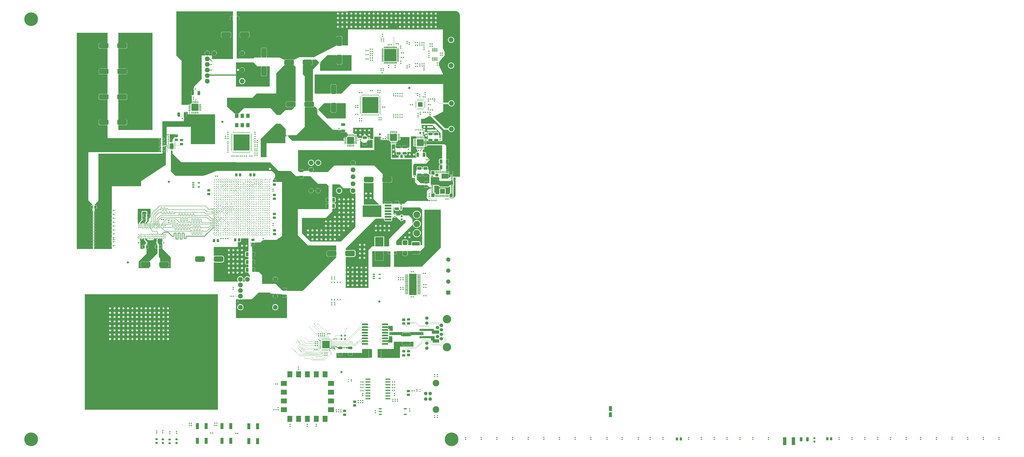
<source format=gbr>
G04*
G04 #@! TF.GenerationSoftware,Altium Limited,Altium Designer,23.11.1 (41)*
G04*
G04 Layer_Physical_Order=1*
G04 Layer_Color=255*
%FSLAX44Y44*%
%MOMM*%
G71*
G04*
G04 #@! TF.SameCoordinates,04611707-018F-4F9C-9273-AB504833585F*
G04*
G04*
G04 #@! TF.FilePolarity,Positive*
G04*
G01*
G75*
%ADD11C,0.5080*%
%ADD12C,0.2540*%
%ADD14C,0.1270*%
%ADD16C,0.1524*%
%ADD22C,0.2032*%
G04:AMPARAMS|DCode=42|XSize=4.4mm|YSize=2.5mm|CornerRadius=0.625mm|HoleSize=0mm|Usage=FLASHONLY|Rotation=0.000|XOffset=0mm|YOffset=0mm|HoleType=Round|Shape=RoundedRectangle|*
%AMROUNDEDRECTD42*
21,1,4.4000,1.2500,0,0,0.0*
21,1,3.1500,2.5000,0,0,0.0*
1,1,1.2500,1.5750,-0.6250*
1,1,1.2500,-1.5750,-0.6250*
1,1,1.2500,-1.5750,0.6250*
1,1,1.2500,1.5750,0.6250*
%
%ADD42ROUNDEDRECTD42*%
G04:AMPARAMS|DCode=45|XSize=4.4mm|YSize=2.5mm|CornerRadius=0.625mm|HoleSize=0mm|Usage=FLASHONLY|Rotation=270.000|XOffset=0mm|YOffset=0mm|HoleType=Round|Shape=RoundedRectangle|*
%AMROUNDEDRECTD45*
21,1,4.4000,1.2500,0,0,270.0*
21,1,3.1500,2.5000,0,0,270.0*
1,1,1.2500,-0.6250,-1.5750*
1,1,1.2500,-0.6250,1.5750*
1,1,1.2500,0.6250,1.5750*
1,1,1.2500,0.6250,-1.5750*
%
%ADD45ROUNDEDRECTD45*%
%ADD46C,2.1590*%
G04:AMPARAMS|DCode=49|XSize=0.508mm|YSize=0.508mm|CornerRadius=0.1524mm|HoleSize=0mm|Usage=FLASHONLY|Rotation=0.000|XOffset=0mm|YOffset=0mm|HoleType=Round|Shape=RoundedRectangle|*
%AMROUNDEDRECTD49*
21,1,0.5080,0.2032,0,0,0.0*
21,1,0.2032,0.5080,0,0,0.0*
1,1,0.3048,0.1016,-0.1016*
1,1,0.3048,-0.1016,-0.1016*
1,1,0.3048,-0.1016,0.1016*
1,1,0.3048,0.1016,0.1016*
%
%ADD49ROUNDEDRECTD49*%
G04:AMPARAMS|DCode=50|XSize=1.8034mm|YSize=1.1938mm|CornerRadius=0.203mm|HoleSize=0mm|Usage=FLASHONLY|Rotation=270.000|XOffset=0mm|YOffset=0mm|HoleType=Round|Shape=RoundedRectangle|*
%AMROUNDEDRECTD50*
21,1,1.8034,0.7879,0,0,270.0*
21,1,1.3975,1.1938,0,0,270.0*
1,1,0.4059,-0.3940,-0.6988*
1,1,0.4059,-0.3940,0.6988*
1,1,0.4059,0.3940,0.6988*
1,1,0.4059,0.3940,-0.6988*
%
%ADD50ROUNDEDRECTD50*%
G04:AMPARAMS|DCode=51|XSize=0.508mm|YSize=0.508mm|CornerRadius=0.1524mm|HoleSize=0mm|Usage=FLASHONLY|Rotation=270.000|XOffset=0mm|YOffset=0mm|HoleType=Round|Shape=RoundedRectangle|*
%AMROUNDEDRECTD51*
21,1,0.5080,0.2032,0,0,270.0*
21,1,0.2032,0.5080,0,0,270.0*
1,1,0.3048,-0.1016,-0.1016*
1,1,0.3048,-0.1016,0.1016*
1,1,0.3048,0.1016,0.1016*
1,1,0.3048,0.1016,-0.1016*
%
%ADD51ROUNDEDRECTD51*%
G04:AMPARAMS|DCode=52|XSize=1.8034mm|YSize=1.1938mm|CornerRadius=0.203mm|HoleSize=0mm|Usage=FLASHONLY|Rotation=180.000|XOffset=0mm|YOffset=0mm|HoleType=Round|Shape=RoundedRectangle|*
%AMROUNDEDRECTD52*
21,1,1.8034,0.7879,0,0,180.0*
21,1,1.3975,1.1938,0,0,180.0*
1,1,0.4059,-0.6988,0.3940*
1,1,0.4059,0.6988,0.3940*
1,1,0.4059,0.6988,-0.3940*
1,1,0.4059,-0.6988,-0.3940*
%
%ADD52ROUNDEDRECTD52*%
G04:AMPARAMS|DCode=53|XSize=1.397mm|YSize=1.0922mm|CornerRadius=0.2021mm|HoleSize=0mm|Usage=FLASHONLY|Rotation=0.000|XOffset=0mm|YOffset=0mm|HoleType=Round|Shape=RoundedRectangle|*
%AMROUNDEDRECTD53*
21,1,1.3970,0.6881,0,0,0.0*
21,1,0.9929,1.0922,0,0,0.0*
1,1,0.4041,0.4964,-0.3440*
1,1,0.4041,-0.4964,-0.3440*
1,1,0.4041,-0.4964,0.3440*
1,1,0.4041,0.4964,0.3440*
%
%ADD53ROUNDEDRECTD53*%
G04:AMPARAMS|DCode=55|XSize=2.26mm|YSize=2.16mm|CornerRadius=0.54mm|HoleSize=0mm|Usage=FLASHONLY|Rotation=180.000|XOffset=0mm|YOffset=0mm|HoleType=Round|Shape=RoundedRectangle|*
%AMROUNDEDRECTD55*
21,1,2.2600,1.0800,0,0,180.0*
21,1,1.1800,2.1600,0,0,180.0*
1,1,1.0800,-0.5900,0.5400*
1,1,1.0800,0.5900,0.5400*
1,1,1.0800,0.5900,-0.5400*
1,1,1.0800,-0.5900,-0.5400*
%
%ADD55ROUNDEDRECTD55*%
G04:AMPARAMS|DCode=56|XSize=0.24mm|YSize=0.6mm|CornerRadius=0.0492mm|HoleSize=0mm|Usage=FLASHONLY|Rotation=90.000|XOffset=0mm|YOffset=0mm|HoleType=Round|Shape=RoundedRectangle|*
%AMROUNDEDRECTD56*
21,1,0.2400,0.5016,0,0,90.0*
21,1,0.1416,0.6000,0,0,90.0*
1,1,0.0984,0.2508,0.0708*
1,1,0.0984,0.2508,-0.0708*
1,1,0.0984,-0.2508,-0.0708*
1,1,0.0984,-0.2508,0.0708*
%
%ADD56ROUNDEDRECTD56*%
G04:AMPARAMS|DCode=57|XSize=0.889mm|YSize=0.8636mm|CornerRadius=0.1511mm|HoleSize=0mm|Usage=FLASHONLY|Rotation=0.000|XOffset=0mm|YOffset=0mm|HoleType=Round|Shape=RoundedRectangle|*
%AMROUNDEDRECTD57*
21,1,0.8890,0.5613,0,0,0.0*
21,1,0.5867,0.8636,0,0,0.0*
1,1,0.3023,0.2934,-0.2807*
1,1,0.3023,-0.2934,-0.2807*
1,1,0.3023,-0.2934,0.2807*
1,1,0.3023,0.2934,0.2807*
%
%ADD57ROUNDEDRECTD57*%
%ADD58R,0.3048X0.4572*%
G04:AMPARAMS|DCode=59|XSize=1.397mm|YSize=1.0922mm|CornerRadius=0.2021mm|HoleSize=0mm|Usage=FLASHONLY|Rotation=270.000|XOffset=0mm|YOffset=0mm|HoleType=Round|Shape=RoundedRectangle|*
%AMROUNDEDRECTD59*
21,1,1.3970,0.6881,0,0,270.0*
21,1,0.9929,1.0922,0,0,270.0*
1,1,0.4041,-0.3440,-0.4964*
1,1,0.4041,-0.3440,0.4964*
1,1,0.4041,0.3440,0.4964*
1,1,0.4041,0.3440,-0.4964*
%
%ADD59ROUNDEDRECTD59*%
%ADD60C,0.4500*%
%ADD61O,0.4500X0.4500*%
G04:AMPARAMS|DCode=62|XSize=0.4mm|YSize=0.7mm|CornerRadius=0.1mm|HoleSize=0mm|Usage=FLASHONLY|Rotation=180.000|XOffset=0mm|YOffset=0mm|HoleType=Round|Shape=RoundedRectangle|*
%AMROUNDEDRECTD62*
21,1,0.4000,0.5000,0,0,180.0*
21,1,0.2000,0.7000,0,0,180.0*
1,1,0.2000,-0.1000,0.2500*
1,1,0.2000,0.1000,0.2500*
1,1,0.2000,0.1000,-0.2500*
1,1,0.2000,-0.1000,-0.2500*
%
%ADD62ROUNDEDRECTD62*%
G04:AMPARAMS|DCode=65|XSize=0.889mm|YSize=0.8636mm|CornerRadius=0.1511mm|HoleSize=0mm|Usage=FLASHONLY|Rotation=90.000|XOffset=0mm|YOffset=0mm|HoleType=Round|Shape=RoundedRectangle|*
%AMROUNDEDRECTD65*
21,1,0.8890,0.5613,0,0,90.0*
21,1,0.5867,0.8636,0,0,90.0*
1,1,0.3023,0.2807,0.2934*
1,1,0.3023,0.2807,-0.2934*
1,1,0.3023,-0.2807,-0.2934*
1,1,0.3023,-0.2807,0.2934*
%
%ADD65ROUNDEDRECTD65*%
%ADD68O,0.8000X0.2300*%
%ADD69O,0.2300X0.8000*%
%ADD70R,7.4000X7.4000*%
%ADD71O,0.4000X1.8000*%
%ADD72R,7.4000X7.4000*%
%ADD73R,1.3500X2.2000*%
%ADD74R,2.1000X2.1000*%
%ADD75O,0.2000X0.8000*%
%ADD76O,0.8000X0.2000*%
%ADD77O,0.8500X0.2800*%
%ADD78R,5.6000X5.6000*%
%ADD79O,0.2800X0.8500*%
%ADD80O,1.6000X0.3000*%
%ADD81O,2.9210X0.7620*%
%ADD82R,1.4000X1.2000*%
%ADD83R,1.4000X1.0000*%
G04:AMPARAMS|DCode=89|XSize=3.4mm|YSize=3.4mm|CornerRadius=0mm|HoleSize=0mm|Usage=FLASHONLY|Rotation=180.000|XOffset=0mm|YOffset=0mm|HoleType=Round|Shape=RoundedRectangle|*
%AMROUNDEDRECTD89*
21,1,3.4000,3.4000,0,0,180.0*
21,1,3.4000,3.4000,0,0,180.0*
1,1,0.0000,-1.7000,1.7000*
1,1,0.0000,1.7000,1.7000*
1,1,0.0000,1.7000,-1.7000*
1,1,0.0000,-1.7000,-1.7000*
%
%ADD89ROUNDEDRECTD89*%
%ADD90R,0.2500X0.8000*%
%ADD91R,0.8000X0.2500*%
G04:AMPARAMS|DCode=93|XSize=3.06mm|YSize=0.89mm|CornerRadius=0.2225mm|HoleSize=0mm|Usage=FLASHONLY|Rotation=180.000|XOffset=0mm|YOffset=0mm|HoleType=Round|Shape=RoundedRectangle|*
%AMROUNDEDRECTD93*
21,1,3.0600,0.4450,0,0,180.0*
21,1,2.6150,0.8900,0,0,180.0*
1,1,0.4450,-1.3075,0.2225*
1,1,0.4450,1.3075,0.2225*
1,1,0.4450,1.3075,-0.2225*
1,1,0.4450,-1.3075,-0.2225*
%
%ADD93ROUNDEDRECTD93*%
%ADD97R,3.8100X4.2418*%
G04:AMPARAMS|DCode=98|XSize=1mm|YSize=0.8mm|CornerRadius=0.2mm|HoleSize=0mm|Usage=FLASHONLY|Rotation=0.000|XOffset=0mm|YOffset=0mm|HoleType=Round|Shape=RoundedRectangle|*
%AMROUNDEDRECTD98*
21,1,1.0000,0.4000,0,0,0.0*
21,1,0.6000,0.8000,0,0,0.0*
1,1,0.4000,0.3000,-0.2000*
1,1,0.4000,-0.3000,-0.2000*
1,1,0.4000,-0.3000,0.2000*
1,1,0.4000,0.3000,0.2000*
%
%ADD98ROUNDEDRECTD98*%
G04:AMPARAMS|DCode=100|XSize=3.15mm|YSize=3.15mm|CornerRadius=0.1575mm|HoleSize=0mm|Usage=FLASHONLY|Rotation=180.000|XOffset=0mm|YOffset=0mm|HoleType=Round|Shape=RoundedRectangle|*
%AMROUNDEDRECTD100*
21,1,3.1500,2.8350,0,0,180.0*
21,1,2.8350,3.1500,0,0,180.0*
1,1,0.3150,-1.4175,1.4175*
1,1,0.3150,1.4175,1.4175*
1,1,0.3150,1.4175,-1.4175*
1,1,0.3150,-1.4175,-1.4175*
%
%ADD100ROUNDEDRECTD100*%
G04:AMPARAMS|DCode=131|XSize=3.15mm|YSize=3.15mm|CornerRadius=0.1575mm|HoleSize=0mm|Usage=FLASHONLY|Rotation=90.000|XOffset=0mm|YOffset=0mm|HoleType=Round|Shape=RoundedRectangle|*
%AMROUNDEDRECTD131*
21,1,3.1500,2.8350,0,0,90.0*
21,1,2.8350,3.1500,0,0,90.0*
1,1,0.3150,1.4175,1.4175*
1,1,0.3150,1.4175,-1.4175*
1,1,0.3150,-1.4175,-1.4175*
1,1,0.3150,-1.4175,1.4175*
%
%ADD131ROUNDEDRECTD131*%
%ADD133R,3.1500X3.1500*%
G04:AMPARAMS|DCode=187|XSize=0.35mm|YSize=1mm|CornerRadius=0.0875mm|HoleSize=0mm|Usage=FLASHONLY|Rotation=270.000|XOffset=0mm|YOffset=0mm|HoleType=Round|Shape=RoundedRectangle|*
%AMROUNDEDRECTD187*
21,1,0.3500,0.8250,0,0,270.0*
21,1,0.1750,1.0000,0,0,270.0*
1,1,0.1750,-0.4125,-0.0875*
1,1,0.1750,-0.4125,0.0875*
1,1,0.1750,0.4125,0.0875*
1,1,0.1750,0.4125,-0.0875*
%
%ADD187ROUNDEDRECTD187*%
G04:AMPARAMS|DCode=188|XSize=0.35mm|YSize=1mm|CornerRadius=0.0875mm|HoleSize=0mm|Usage=FLASHONLY|Rotation=180.000|XOffset=0mm|YOffset=0mm|HoleType=Round|Shape=RoundedRectangle|*
%AMROUNDEDRECTD188*
21,1,0.3500,0.8250,0,0,180.0*
21,1,0.1750,1.0000,0,0,180.0*
1,1,0.1750,-0.0875,0.4125*
1,1,0.1750,0.0875,0.4125*
1,1,0.1750,0.0875,-0.4125*
1,1,0.1750,-0.0875,-0.4125*
%
%ADD188ROUNDEDRECTD188*%
%ADD189R,1.1000X2.2500*%
%ADD190R,1.4000X1.2400*%
%ADD191R,2.0400X3.0500*%
%ADD192R,3.1000X2.2000*%
%ADD193R,0.9500X0.6000*%
%ADD194R,1.6000X1.7000*%
%ADD195R,0.6000X0.9500*%
%ADD196C,1.0000*%
%ADD197R,1.0500X0.6000*%
G04:AMPARAMS|DCode=198|XSize=2.4mm|YSize=1.65mm|CornerRadius=0.0413mm|HoleSize=0mm|Usage=FLASHONLY|Rotation=90.000|XOffset=0mm|YOffset=0mm|HoleType=Round|Shape=RoundedRectangle|*
%AMROUNDEDRECTD198*
21,1,2.4000,1.5675,0,0,90.0*
21,1,2.3175,1.6500,0,0,90.0*
1,1,0.0825,0.7838,1.1588*
1,1,0.0825,0.7838,-1.1588*
1,1,0.0825,-0.7838,-1.1588*
1,1,0.0825,-0.7838,1.1588*
%
%ADD198ROUNDEDRECTD198*%
%ADD199R,1.5500X1.9500*%
G04:AMPARAMS|DCode=200|XSize=0.95mm|YSize=0.3mm|CornerRadius=0.075mm|HoleSize=0mm|Usage=FLASHONLY|Rotation=180.000|XOffset=0mm|YOffset=0mm|HoleType=Round|Shape=RoundedRectangle|*
%AMROUNDEDRECTD200*
21,1,0.9500,0.1500,0,0,180.0*
21,1,0.8000,0.3000,0,0,180.0*
1,1,0.1500,-0.4000,0.0750*
1,1,0.1500,0.4000,0.0750*
1,1,0.1500,0.4000,-0.0750*
1,1,0.1500,-0.4000,-0.0750*
%
%ADD200ROUNDEDRECTD200*%
G04:AMPARAMS|DCode=201|XSize=1.6mm|YSize=3.5mm|CornerRadius=0.2mm|HoleSize=0mm|Usage=FLASHONLY|Rotation=0.000|XOffset=0mm|YOffset=0mm|HoleType=Round|Shape=RoundedRectangle|*
%AMROUNDEDRECTD201*
21,1,1.6000,3.1000,0,0,0.0*
21,1,1.2000,3.5000,0,0,0.0*
1,1,0.4000,0.6000,-1.5500*
1,1,0.4000,-0.6000,-1.5500*
1,1,0.4000,-0.6000,1.5500*
1,1,0.4000,0.6000,1.5500*
%
%ADD201ROUNDEDRECTD201*%
%ADD202R,1.4000X2.7500*%
%ADD203R,3.4000X9.7000*%
G04:AMPARAMS|DCode=204|XSize=0.3mm|YSize=0.45mm|CornerRadius=0.075mm|HoleSize=0mm|Usage=FLASHONLY|Rotation=90.000|XOffset=0mm|YOffset=0mm|HoleType=Round|Shape=RoundedRectangle|*
%AMROUNDEDRECTD204*
21,1,0.3000,0.3000,0,0,90.0*
21,1,0.1500,0.4500,0,0,90.0*
1,1,0.1500,0.1500,0.0750*
1,1,0.1500,0.1500,-0.0750*
1,1,0.1500,-0.1500,-0.0750*
1,1,0.1500,-0.1500,0.0750*
%
%ADD204ROUNDEDRECTD204*%
%ADD205R,2.3000X2.8000*%
%ADD206R,2.8000X2.3000*%
%ADD207R,1.3800X0.6000*%
G04:AMPARAMS|DCode=208|XSize=1.6mm|YSize=3.5mm|CornerRadius=0.2mm|HoleSize=0mm|Usage=FLASHONLY|Rotation=270.000|XOffset=0mm|YOffset=0mm|HoleType=Round|Shape=RoundedRectangle|*
%AMROUNDEDRECTD208*
21,1,1.6000,3.1000,0,0,270.0*
21,1,1.2000,3.5000,0,0,270.0*
1,1,0.4000,-1.5500,-0.6000*
1,1,0.4000,-1.5500,0.6000*
1,1,0.4000,1.5500,0.6000*
1,1,0.4000,1.5500,-0.6000*
%
%ADD208ROUNDEDRECTD208*%
G04:AMPARAMS|DCode=209|XSize=0.65mm|YSize=0.85mm|CornerRadius=0.1625mm|HoleSize=0mm|Usage=FLASHONLY|Rotation=180.000|XOffset=0mm|YOffset=0mm|HoleType=Round|Shape=RoundedRectangle|*
%AMROUNDEDRECTD209*
21,1,0.6500,0.5250,0,0,180.0*
21,1,0.3250,0.8500,0,0,180.0*
1,1,0.3250,-0.1625,0.2625*
1,1,0.3250,0.1625,0.2625*
1,1,0.3250,0.1625,-0.2625*
1,1,0.3250,-0.1625,-0.2625*
%
%ADD209ROUNDEDRECTD209*%
%ADD210R,8.5400X5.3500*%
%ADD211R,2.2990X0.5590*%
G04:AMPARAMS|DCode=212|XSize=1.2mm|YSize=1.2mm|CornerRadius=0.18mm|HoleSize=0mm|Usage=FLASHONLY|Rotation=270.000|XOffset=0mm|YOffset=0mm|HoleType=Round|Shape=RoundedRectangle|*
%AMROUNDEDRECTD212*
21,1,1.2000,0.8400,0,0,270.0*
21,1,0.8400,1.2000,0,0,270.0*
1,1,0.3600,-0.4200,-0.4200*
1,1,0.3600,-0.4200,0.4200*
1,1,0.3600,0.4200,0.4200*
1,1,0.3600,0.4200,-0.4200*
%
%ADD212ROUNDEDRECTD212*%
G04:AMPARAMS|DCode=213|XSize=1.2mm|YSize=1.2mm|CornerRadius=0.3mm|HoleSize=0mm|Usage=FLASHONLY|Rotation=270.000|XOffset=0mm|YOffset=0mm|HoleType=Round|Shape=RoundedRectangle|*
%AMROUNDEDRECTD213*
21,1,1.2000,0.6000,0,0,270.0*
21,1,0.6000,1.2000,0,0,270.0*
1,1,0.6000,-0.3000,-0.3000*
1,1,0.6000,-0.3000,0.3000*
1,1,0.6000,0.3000,0.3000*
1,1,0.6000,0.3000,-0.3000*
%
%ADD213ROUNDEDRECTD213*%
%ADD214C,0.1016*%
%ADD215C,0.3810*%
%ADD216R,2.3000X2.2500*%
%ADD217C,6.2000*%
%ADD218C,2.2000*%
%ADD219C,3.8100*%
G04:AMPARAMS|DCode=220|XSize=1.524mm|YSize=1.524mm|CornerRadius=0mm|HoleSize=0mm|Usage=FLASHONLY|Rotation=90.000|XOffset=0mm|YOffset=0mm|HoleType=Round|Shape=Octagon|*
%AMOCTAGOND220*
4,1,8,0.3810,0.7620,-0.3810,0.7620,-0.7620,0.3810,-0.7620,-0.3810,-0.3810,-0.7620,0.3810,-0.7620,0.7620,-0.3810,0.7620,0.3810,0.3810,0.7620,0.0*
%
%ADD220OCTAGOND220*%

%ADD221C,1.5240*%
%ADD222C,3.0000*%
%ADD223C,1.6000*%
%ADD224C,0.6000*%
%ADD225R,1.9050X1.9050*%
%ADD226C,1.9050*%
%ADD227R,3.0000X3.0000*%
%ADD228C,0.3048*%
%ADD229C,0.5588*%
%ADD230C,0.5000*%
%ADD231C,0.5080*%
G36*
X1975397Y1992943D02*
X1979586Y1991673D01*
X1983447Y1989609D01*
X1986832Y1986832D01*
X1989609Y1983447D01*
X1991673Y1979586D01*
X1992943Y1975397D01*
X1993351Y1971261D01*
X1993322Y1971040D01*
Y1401977D01*
Y1386737D01*
Y1239435D01*
X1963997Y1239393D01*
X1963967Y1239424D01*
Y1239424D01*
X1961681D01*
Y1241995D01*
X1960836D01*
Y1242757D01*
X1961681D01*
Y1246138D01*
X1956550D01*
Y1245293D01*
X1955788D01*
Y1246138D01*
X1950657D01*
Y1242757D01*
X1951501D01*
Y1241995D01*
X1950657D01*
Y1240002D01*
X1949387Y1239430D01*
X1948790Y1239446D01*
X1948371Y1239424D01*
Y1239028D01*
X1942554Y1233211D01*
X1941381Y1233697D01*
Y1241895D01*
X1940536D01*
Y1242657D01*
X1941381D01*
Y1253844D01*
X1941381Y1254038D01*
X1941848Y1255114D01*
X1942681D01*
Y1260245D01*
X1941836D01*
Y1261007D01*
X1942681D01*
Y1266138D01*
X1939300D01*
Y1265294D01*
X1938538D01*
Y1266138D01*
X1935157D01*
Y1261007D01*
X1936001D01*
Y1260245D01*
X1935157D01*
Y1255308D01*
X1935157Y1255114D01*
X1935111Y1255009D01*
X1934907D01*
X1933681Y1256260D01*
Y1260245D01*
X1932837D01*
Y1261007D01*
X1933681D01*
Y1266138D01*
X1930910D01*
Y1271932D01*
X1932180Y1272928D01*
X1932345Y1272896D01*
X1935904D01*
Y1273795D01*
X1936666D01*
Y1272896D01*
X1940224D01*
X1941313Y1273112D01*
X1941914Y1273513D01*
X1941306Y1274121D01*
X1941845Y1274659D01*
X1942453Y1274052D01*
X1942854Y1274652D01*
X1943070Y1275742D01*
Y1282348D01*
X1942171D01*
Y1283110D01*
X1943070D01*
Y1289717D01*
X1942854Y1290806D01*
X1942453Y1291406D01*
X1941845Y1290799D01*
X1941306Y1291338D01*
X1941914Y1291945D01*
X1941313Y1292346D01*
X1940224Y1292563D01*
X1936666D01*
Y1291664D01*
X1935904D01*
Y1292563D01*
X1932345D01*
X1932180Y1292530D01*
X1930910Y1293526D01*
Y1298351D01*
X1932180Y1299347D01*
X1932345Y1299314D01*
X1935904D01*
Y1300213D01*
X1936666D01*
Y1299314D01*
X1940224D01*
X1941313Y1299531D01*
X1941914Y1299932D01*
X1941306Y1300539D01*
X1941845Y1301078D01*
X1942453Y1300471D01*
X1942854Y1301071D01*
X1943070Y1302160D01*
Y1308767D01*
X1942171D01*
Y1309529D01*
X1943070D01*
Y1316135D01*
X1942854Y1317224D01*
X1942453Y1317825D01*
X1941845Y1317218D01*
X1941306Y1317756D01*
X1941914Y1318364D01*
X1941313Y1318765D01*
X1940224Y1318981D01*
X1936666D01*
Y1318082D01*
X1935904D01*
Y1318981D01*
X1932345D01*
X1932180Y1318949D01*
X1930910Y1319945D01*
Y1379577D01*
X1923750Y1386737D01*
X1842901D01*
X1842536Y1387283D01*
Y1387652D01*
X1841567D01*
Y1388414D01*
X1842536D01*
Y1388783D01*
X1842057Y1389940D01*
X1840900Y1390419D01*
X1837281D01*
Y1389450D01*
X1836519D01*
Y1390419D01*
X1832900D01*
X1831742Y1389940D01*
X1831263Y1388783D01*
Y1388414D01*
X1832232D01*
Y1387652D01*
X1831263D01*
Y1387283D01*
X1830898Y1386737D01*
X1829411D01*
Y1394152D01*
X1828566D01*
Y1394914D01*
X1829411D01*
Y1401977D01*
X1831134D01*
X1831263Y1401783D01*
Y1401414D01*
X1832232D01*
Y1400652D01*
X1831263D01*
Y1400283D01*
X1831742Y1399126D01*
X1832900Y1398646D01*
X1836519D01*
Y1399615D01*
X1837281D01*
Y1398646D01*
X1840900D01*
X1842057Y1399126D01*
X1842536Y1400283D01*
Y1400652D01*
X1841567D01*
Y1401414D01*
X1842536D01*
Y1401783D01*
X1842666Y1401977D01*
X1848813D01*
Y1401157D01*
X1849030Y1400068D01*
X1849431Y1399468D01*
X1850038Y1400075D01*
X1850577Y1399536D01*
X1849970Y1398929D01*
X1850570Y1398528D01*
X1851660Y1398311D01*
X1858266D01*
Y1399210D01*
X1859028D01*
Y1398311D01*
X1865634D01*
X1866724Y1398528D01*
X1867324Y1398929D01*
X1866717Y1399536D01*
X1867256Y1400075D01*
X1867863Y1399468D01*
X1868264Y1400068D01*
X1868481Y1401157D01*
Y1401977D01*
X1875232D01*
Y1401414D01*
X1875448Y1400325D01*
X1875850Y1399724D01*
X1876457Y1400332D01*
X1876996Y1399793D01*
X1876389Y1399186D01*
X1876989Y1398784D01*
X1878078Y1398568D01*
X1884684D01*
Y1399467D01*
X1885446D01*
Y1398568D01*
X1892053D01*
X1893142Y1398784D01*
X1893743Y1399186D01*
X1893135Y1399793D01*
X1893674Y1400332D01*
X1894281Y1399724D01*
X1894683Y1400325D01*
X1894899Y1401414D01*
Y1401977D01*
X1899166D01*
X1899882Y1401104D01*
Y1400469D01*
X1900771D01*
Y1399707D01*
X1899882D01*
Y1399072D01*
X1900060Y1398180D01*
X1900349Y1397747D01*
X1900958Y1398356D01*
X1901497Y1397817D01*
X1900888Y1397208D01*
X1901321Y1396919D01*
X1902213Y1396741D01*
X1902848D01*
Y1397630D01*
X1903610D01*
Y1396741D01*
X1904245D01*
X1905137Y1396919D01*
X1905570Y1397208D01*
X1904961Y1397817D01*
X1905500Y1398356D01*
X1906109Y1397747D01*
X1906398Y1398180D01*
X1906576Y1399072D01*
Y1399707D01*
X1905687D01*
Y1400469D01*
X1906576D01*
Y1401104D01*
X1907292Y1401977D01*
X1912939D01*
Y1448611D01*
X1880006Y1480612D01*
X1816970D01*
Y1502612D01*
X1830470D01*
X1852377Y1514488D01*
X1853647Y1513732D01*
Y1512746D01*
X1853825Y1511854D01*
X1854114Y1511421D01*
X1854723Y1512030D01*
X1855262Y1511491D01*
X1854653Y1510882D01*
X1855086Y1510592D01*
X1855978Y1510415D01*
X1856613D01*
Y1511304D01*
X1857375D01*
Y1510415D01*
X1858010D01*
X1858902Y1510592D01*
X1859335Y1510882D01*
X1858726Y1511491D01*
X1859265Y1512030D01*
X1859874Y1511421D01*
X1860163Y1511854D01*
X1860334Y1512714D01*
X1860799Y1513034D01*
X1861514Y1513330D01*
X1921121Y1453724D01*
X1921121Y1453724D01*
X1922297Y1452938D01*
X1923685Y1452662D01*
X1923685Y1452662D01*
X1940838D01*
X1940843Y1452620D01*
X1942259Y1449203D01*
X1944511Y1446268D01*
X1947445Y1444016D01*
X1950862Y1442601D01*
X1954530Y1442118D01*
X1958197Y1442601D01*
X1961614Y1444016D01*
X1964549Y1446268D01*
X1966801Y1449203D01*
X1968216Y1452620D01*
X1968699Y1456287D01*
X1968216Y1459955D01*
X1966801Y1463372D01*
X1964549Y1466306D01*
X1961614Y1468558D01*
X1958197Y1469974D01*
X1954530Y1470457D01*
X1950862Y1469974D01*
X1947445Y1468558D01*
X1944511Y1466306D01*
X1942259Y1463372D01*
X1940843Y1459955D01*
X1940838Y1459913D01*
X1925186D01*
X1870417Y1514682D01*
X1870903Y1515856D01*
X1879196D01*
X1917065Y1535727D01*
Y1569502D01*
X1940838D01*
X1940843Y1569460D01*
X1942259Y1566043D01*
X1944511Y1563108D01*
X1947445Y1560856D01*
X1950862Y1559441D01*
X1954530Y1558958D01*
X1958197Y1559441D01*
X1961614Y1560856D01*
X1964549Y1563108D01*
X1966801Y1566043D01*
X1968216Y1569460D01*
X1968699Y1573127D01*
X1968216Y1576795D01*
X1966801Y1580212D01*
X1964549Y1583147D01*
X1961614Y1585398D01*
X1958197Y1586814D01*
X1954530Y1587296D01*
X1950862Y1586814D01*
X1947445Y1585398D01*
X1944511Y1583147D01*
X1942259Y1580212D01*
X1940843Y1576795D01*
X1940838Y1576753D01*
X1917065D01*
Y1660782D01*
X1766724D01*
X1766701Y1660789D01*
X1763163Y1661137D01*
X1759625Y1660789D01*
X1759602Y1660782D01*
X1498147D01*
X1454660Y1617295D01*
X1432461D01*
X1431845Y1618565D01*
X1432392Y1619884D01*
X1432633Y1621714D01*
Y1637083D01*
X1431728D01*
Y1637845D01*
X1432633D01*
Y1653214D01*
X1432392Y1655045D01*
X1431685Y1656751D01*
X1430795Y1657910D01*
X1430183Y1657298D01*
X1429644Y1657837D01*
X1430256Y1658449D01*
X1429097Y1659339D01*
X1427391Y1660046D01*
X1425560Y1660287D01*
X1419691D01*
Y1659382D01*
X1418929D01*
Y1660287D01*
X1413060D01*
X1411230Y1660046D01*
X1409524Y1659339D01*
X1408364Y1658449D01*
X1408976Y1657837D01*
X1408438Y1657298D01*
X1407825Y1657910D01*
X1406935Y1656751D01*
X1406229Y1655045D01*
X1405988Y1653214D01*
Y1637845D01*
X1406893D01*
Y1637083D01*
X1405988D01*
Y1621714D01*
X1406229Y1619884D01*
X1406775Y1618565D01*
X1406159Y1617295D01*
X1333455D01*
Y1703925D01*
X1636407D01*
X1636437Y1703887D01*
Y1703252D01*
X1637327D01*
Y1702490D01*
X1636437D01*
Y1701855D01*
X1636615Y1700963D01*
X1636904Y1700530D01*
X1637513Y1701139D01*
X1638052Y1700600D01*
X1637443Y1699991D01*
X1637876Y1699702D01*
X1638768Y1699524D01*
X1639403D01*
Y1700414D01*
X1640165D01*
Y1699524D01*
X1640800D01*
X1641692Y1699702D01*
X1642125Y1699991D01*
X1641516Y1700600D01*
X1642055Y1701139D01*
X1642664Y1700530D01*
X1642954Y1700963D01*
X1643131Y1701855D01*
Y1702490D01*
X1642242D01*
Y1703252D01*
X1643131D01*
Y1703887D01*
X1643162Y1703925D01*
X1915657D01*
X1915606Y1707326D01*
X1899263Y1742595D01*
X1899946Y1743665D01*
X1900301D01*
X1901193Y1743842D01*
X1901626Y1744132D01*
X1901017Y1744741D01*
X1901556Y1745280D01*
X1902165Y1744671D01*
X1902454Y1745104D01*
X1902632Y1745996D01*
Y1746631D01*
X1901743D01*
Y1747393D01*
X1902632D01*
Y1748028D01*
X1902454Y1748920D01*
X1902165Y1749353D01*
X1901556Y1748744D01*
X1901017Y1749283D01*
X1901626Y1749892D01*
X1901193Y1750181D01*
X1900301Y1750359D01*
X1899666D01*
Y1749469D01*
X1898904D01*
Y1750359D01*
X1898269D01*
X1898109Y1750327D01*
X1896876Y1751258D01*
X1896932Y1752635D01*
X1898242Y1753577D01*
X1898269Y1753571D01*
X1898904D01*
Y1754460D01*
X1899666D01*
Y1753571D01*
X1900301D01*
X1901193Y1753749D01*
X1901626Y1754038D01*
X1901017Y1754647D01*
X1901556Y1755186D01*
X1902165Y1754577D01*
X1902454Y1755010D01*
X1902632Y1755902D01*
Y1756537D01*
X1901743D01*
Y1757299D01*
X1902632D01*
Y1757934D01*
X1902454Y1758826D01*
X1902165Y1759259D01*
X1901556Y1758650D01*
X1901017Y1759189D01*
X1901626Y1759798D01*
X1901193Y1760087D01*
X1900301Y1760265D01*
X1899814D01*
X1899202Y1761535D01*
X1915606Y1782126D01*
X1924011Y1789430D01*
Y1805688D01*
X1915606Y1824166D01*
Y1908810D01*
X1484630D01*
Y1836420D01*
X1458769D01*
X1457921Y1837690D01*
X1458252Y1838490D01*
X1458493Y1840321D01*
Y1855690D01*
X1457588D01*
Y1856452D01*
X1458493D01*
Y1871821D01*
X1458252Y1873651D01*
X1457546Y1875357D01*
X1456656Y1876517D01*
X1456044Y1875905D01*
X1455505Y1876443D01*
X1456117Y1877056D01*
X1454957Y1877946D01*
X1453251Y1878652D01*
X1451421Y1878893D01*
X1445552D01*
Y1877988D01*
X1444790D01*
Y1878893D01*
X1438921D01*
X1437090Y1878652D01*
X1435385Y1877946D01*
X1434225Y1877056D01*
X1434837Y1876443D01*
X1434298Y1875905D01*
X1433686Y1876517D01*
X1432796Y1875357D01*
X1432089Y1873651D01*
X1431848Y1871821D01*
Y1856452D01*
X1432753D01*
Y1855690D01*
X1431848D01*
Y1840321D01*
X1432089Y1838490D01*
X1432796Y1836785D01*
X1432569Y1835770D01*
X1329452Y1782652D01*
X1264731D01*
X1239063Y1771048D01*
X1238103Y1770859D01*
X1237793Y1770818D01*
X1236349Y1771926D01*
X1234644Y1772632D01*
X1232813Y1772873D01*
X1217444D01*
Y1771968D01*
X1216682D01*
Y1772873D01*
X1201313D01*
X1199483Y1772632D01*
X1197777Y1771926D01*
X1196333Y1770818D01*
X1196124Y1770845D01*
X1195063Y1771091D01*
X1173543Y1781332D01*
X1114532D01*
X1114103Y1782501D01*
X1114090Y1782602D01*
X1115198Y1784046D01*
X1115904Y1785752D01*
X1116145Y1787583D01*
Y1802951D01*
X1115240D01*
Y1803713D01*
X1116145D01*
Y1819082D01*
X1115904Y1820913D01*
X1115198Y1822619D01*
X1114307Y1823779D01*
X1113695Y1823166D01*
X1113157Y1823705D01*
X1113769Y1824317D01*
X1112609Y1825207D01*
X1110903Y1825914D01*
X1109072Y1826155D01*
X1103204D01*
Y1825250D01*
X1102441D01*
Y1826155D01*
X1096572D01*
X1094742Y1825914D01*
X1093036Y1825207D01*
X1091876Y1824317D01*
X1092489Y1823705D01*
X1091950Y1823166D01*
X1091338Y1823779D01*
X1090448Y1822619D01*
X1089741Y1820913D01*
X1089500Y1819082D01*
Y1803713D01*
X1090405D01*
Y1802951D01*
X1089500D01*
Y1787583D01*
X1089741Y1785752D01*
X1090448Y1784046D01*
X1091555Y1782602D01*
X1091542Y1782501D01*
X1091113Y1781332D01*
X1059674D01*
X1055619Y1777277D01*
X979170D01*
Y1949476D01*
X980440Y1950365D01*
X980833Y1950287D01*
X984392D01*
Y1951186D01*
X985154D01*
Y1950287D01*
X988712D01*
X989802Y1950504D01*
X990402Y1950905D01*
X989795Y1951512D01*
X990334Y1952051D01*
X990941Y1951444D01*
X991342Y1952044D01*
X991559Y1953133D01*
Y1959740D01*
X990660D01*
Y1960502D01*
X991559D01*
Y1967108D01*
X991342Y1968198D01*
X990941Y1968798D01*
X990334Y1968191D01*
X989795Y1968730D01*
X990402Y1969337D01*
X989802Y1969738D01*
X988712Y1969955D01*
X985154D01*
Y1969056D01*
X984392D01*
Y1969955D01*
X980833D01*
X980440Y1969876D01*
X979170Y1970765D01*
Y1991360D01*
X1484630D01*
X1486427Y1993157D01*
X1971035Y1993102D01*
X1972212Y1993257D01*
X1975397Y1992943D01*
D02*
G37*
G36*
X962191Y1970366D02*
X960921Y1969688D01*
X960846Y1969738D01*
X959756Y1969955D01*
X956198D01*
Y1969056D01*
X955436D01*
Y1969955D01*
X951877D01*
X950788Y1969738D01*
X950188Y1969337D01*
X950795Y1968730D01*
X950256Y1968191D01*
X949649Y1968798D01*
X949248Y1968198D01*
X949031Y1967108D01*
Y1960502D01*
X949930D01*
Y1959740D01*
X949031D01*
Y1953133D01*
X949248Y1952044D01*
X949649Y1951444D01*
X950256Y1952051D01*
X950795Y1951512D01*
X950188Y1950905D01*
X950788Y1950504D01*
X951877Y1950287D01*
X955436D01*
Y1951186D01*
X956198D01*
Y1950287D01*
X959756D01*
X960846Y1950504D01*
X960921Y1950554D01*
X962191Y1949875D01*
Y1774368D01*
X866717D01*
Y1790700D01*
X852736D01*
X852305Y1791970D01*
X853296Y1792731D01*
X852660Y1793367D01*
X853199Y1793906D01*
X853835Y1793269D01*
X855454Y1795379D01*
X856618Y1798190D01*
X857015Y1801207D01*
X856618Y1804224D01*
X855454Y1807036D01*
X853835Y1809145D01*
X853199Y1808508D01*
X852660Y1809047D01*
X853296Y1809684D01*
X851187Y1811302D01*
X848376Y1812467D01*
X845359Y1812864D01*
X842342Y1812467D01*
X839530Y1811302D01*
X837421Y1809684D01*
X838057Y1809047D01*
X837519Y1808508D01*
X836882Y1809145D01*
X835264Y1807036D01*
X834099Y1804224D01*
X833702Y1801207D01*
X834099Y1798190D01*
X835264Y1795379D01*
X836882Y1793269D01*
X837519Y1793906D01*
X838057Y1793367D01*
X837421Y1792731D01*
X838412Y1791970D01*
X837981Y1790700D01*
X819729D01*
Y1684246D01*
X785063Y1649580D01*
Y1642502D01*
X784873Y1642269D01*
X783793Y1641605D01*
X783365Y1641691D01*
X782730D01*
Y1640801D01*
X781968D01*
Y1641691D01*
X781333D01*
X780441Y1641513D01*
X780008Y1641224D01*
X780617Y1640615D01*
X780078Y1640076D01*
X779469Y1640685D01*
X779180Y1640252D01*
X779002Y1639360D01*
Y1638725D01*
X779891D01*
Y1637963D01*
X779002D01*
Y1637328D01*
X779180Y1636436D01*
X779469Y1636003D01*
X780078Y1636612D01*
X780617Y1636073D01*
X780008Y1635464D01*
X780441Y1635174D01*
X781333Y1634997D01*
X781968D01*
Y1635886D01*
X782730D01*
Y1634997D01*
X783365D01*
X783793Y1635082D01*
X784873Y1634419D01*
X785063Y1634186D01*
Y1629609D01*
X783793Y1628930D01*
X783718Y1628981D01*
X782629Y1629198D01*
X779070D01*
Y1628298D01*
X778308D01*
Y1629198D01*
X774750D01*
X773660Y1628981D01*
X773060Y1628580D01*
X773667Y1627972D01*
X773128Y1627434D01*
X772521Y1628041D01*
X772120Y1627440D01*
X771903Y1626351D01*
Y1619745D01*
X772802D01*
Y1618983D01*
X771903D01*
Y1612376D01*
X772120Y1611287D01*
X772521Y1610687D01*
X773128Y1611294D01*
X773667Y1610755D01*
X773060Y1610148D01*
X773660Y1609747D01*
X774750Y1609530D01*
X775184D01*
Y1588500D01*
X776638Y1586145D01*
X776589Y1585932D01*
X775953Y1584875D01*
X775397D01*
X774759Y1584747D01*
X774540Y1584601D01*
X775168Y1583974D01*
X774629Y1583435D01*
X774001Y1584063D01*
X773856Y1583844D01*
X773728Y1583205D01*
Y1579461D01*
X774605D01*
Y1578699D01*
X773728D01*
Y1574955D01*
X773856Y1574317D01*
X772952Y1573382D01*
X771765Y1572589D01*
X770971Y1571400D01*
X770036Y1570497D01*
X769398Y1570624D01*
X765654D01*
Y1569748D01*
X764892D01*
Y1570624D01*
X761148D01*
X760509Y1570497D01*
X760291Y1570351D01*
X760918Y1569724D01*
X760379Y1569185D01*
X759752Y1569812D01*
X759606Y1569594D01*
X759479Y1568955D01*
Y1568461D01*
X760355D01*
Y1567699D01*
X759479D01*
Y1567205D01*
X758359Y1566327D01*
X729689Y1566298D01*
X728791Y1567195D01*
Y1766759D01*
X704850Y1790700D01*
Y1991360D01*
X962191D01*
Y1970366D01*
D02*
G37*
G36*
X392430Y1849367D02*
X391160Y1848349D01*
X390220Y1848472D01*
X374851D01*
Y1847568D01*
X374089D01*
Y1848472D01*
X358720D01*
X356890Y1848232D01*
X355184Y1847525D01*
X354024Y1846635D01*
X354636Y1846023D01*
X354097Y1845484D01*
X353485Y1846096D01*
X352595Y1844936D01*
X351889Y1843230D01*
X351648Y1841400D01*
Y1835531D01*
X352552D01*
Y1834769D01*
X351648D01*
Y1828900D01*
X351889Y1827070D01*
X352595Y1825364D01*
X353485Y1824204D01*
X354097Y1824816D01*
X354636Y1824277D01*
X354024Y1823665D01*
X355184Y1822775D01*
X356890Y1822068D01*
X358720Y1821828D01*
X374089D01*
Y1822732D01*
X374851D01*
Y1821828D01*
X390220D01*
X391160Y1821951D01*
X392430Y1820933D01*
Y1732648D01*
X391475Y1731811D01*
X390804Y1731899D01*
X375435D01*
Y1730994D01*
X374673D01*
Y1731899D01*
X359304D01*
X357473Y1731658D01*
X355768Y1730951D01*
X354608Y1730061D01*
X355220Y1729449D01*
X354681Y1728910D01*
X354069Y1729523D01*
X353179Y1728363D01*
X352472Y1726657D01*
X352231Y1724826D01*
Y1718957D01*
X353136D01*
Y1718195D01*
X352231D01*
Y1712326D01*
X352472Y1710496D01*
X353179Y1708790D01*
X354069Y1707630D01*
X354681Y1708242D01*
X355220Y1707704D01*
X354608Y1707092D01*
X355768Y1706201D01*
X357473Y1705495D01*
X359304Y1705254D01*
X374673D01*
Y1706159D01*
X375435D01*
Y1705254D01*
X390804D01*
X391475Y1705342D01*
X392430Y1704505D01*
Y1616957D01*
X391160Y1615939D01*
X390220Y1616062D01*
X374851D01*
Y1615158D01*
X374089D01*
Y1616062D01*
X358720D01*
X356890Y1615822D01*
X355184Y1615115D01*
X354024Y1614225D01*
X354636Y1613613D01*
X354097Y1613074D01*
X353485Y1613686D01*
X352595Y1612526D01*
X351889Y1610820D01*
X351648Y1608990D01*
Y1603121D01*
X352552D01*
Y1602359D01*
X351648D01*
Y1596490D01*
X351889Y1594659D01*
X352595Y1592954D01*
X353485Y1591794D01*
X354097Y1592406D01*
X354636Y1591867D01*
X354024Y1591255D01*
X355184Y1590365D01*
X356890Y1589659D01*
X358720Y1589418D01*
X374089D01*
Y1590322D01*
X374851D01*
Y1589418D01*
X390220D01*
X391160Y1589541D01*
X392430Y1588523D01*
Y1501387D01*
X391160Y1500369D01*
X390220Y1500493D01*
X374851D01*
Y1499588D01*
X374089D01*
Y1500493D01*
X358720D01*
X356890Y1500251D01*
X355184Y1499545D01*
X354024Y1498655D01*
X354636Y1498043D01*
X354097Y1497504D01*
X353485Y1498116D01*
X352595Y1496956D01*
X351889Y1495251D01*
X351648Y1493420D01*
Y1487551D01*
X352552D01*
Y1486789D01*
X351648D01*
Y1480920D01*
X351889Y1479090D01*
X352595Y1477384D01*
X353485Y1476224D01*
X354097Y1476836D01*
X354636Y1476297D01*
X354024Y1475685D01*
X355184Y1474795D01*
X356890Y1474088D01*
X358720Y1473848D01*
X374089D01*
Y1474752D01*
X374851D01*
Y1473848D01*
X390220D01*
X391160Y1473971D01*
X392430Y1472953D01*
Y1414795D01*
X624954D01*
X625820Y1413524D01*
X625772Y1413283D01*
Y1410858D01*
X626661D01*
Y1410096D01*
X625772D01*
Y1407670D01*
X625948Y1406783D01*
X626235Y1406354D01*
X626844Y1406963D01*
X627383Y1406424D01*
X626774Y1405815D01*
X627203Y1405529D01*
X628090Y1405352D01*
X630643D01*
Y1406241D01*
X631404D01*
Y1405352D01*
X633957D01*
X635026Y1404270D01*
X635026Y1398426D01*
X634080Y1397467D01*
X633756Y1397343D01*
X631404D01*
Y1396455D01*
X630643D01*
Y1397343D01*
X628090D01*
X627203Y1397167D01*
X626774Y1396880D01*
X627383Y1396271D01*
X626844Y1395733D01*
X626235Y1396342D01*
X625948Y1395913D01*
X625772Y1395026D01*
Y1392600D01*
X626661D01*
Y1391838D01*
X625772D01*
Y1389412D01*
X625948Y1388525D01*
X626235Y1388096D01*
X626844Y1388705D01*
X627383Y1388167D01*
X626774Y1387558D01*
X627203Y1387271D01*
X628090Y1387095D01*
X630643D01*
Y1387983D01*
X631404D01*
Y1387095D01*
X633957D01*
X635026Y1386012D01*
Y1379879D01*
X634455Y1379208D01*
X633756Y1378771D01*
X631531D01*
Y1377882D01*
X630770D01*
Y1378771D01*
X628217D01*
X627330Y1378595D01*
X626901Y1378308D01*
X627510Y1377699D01*
X626971Y1377160D01*
X626362Y1377769D01*
X626075Y1377340D01*
X625899Y1376453D01*
Y1374028D01*
X626788D01*
Y1373266D01*
X625899D01*
Y1370840D01*
X626075Y1369953D01*
X626362Y1369524D01*
X626971Y1370133D01*
X627510Y1369594D01*
X626901Y1368985D01*
X627330Y1368698D01*
X628217Y1368522D01*
X630770D01*
Y1369411D01*
X631531D01*
Y1368522D01*
X634084D01*
X635026Y1367414D01*
Y1361911D01*
X634080Y1360952D01*
X633756Y1360828D01*
X631404D01*
Y1359940D01*
X630643D01*
Y1360828D01*
X628090D01*
X627203Y1360652D01*
X626774Y1360365D01*
X627383Y1359756D01*
X626844Y1359218D01*
X626235Y1359827D01*
X625948Y1359398D01*
X625772Y1358511D01*
Y1356085D01*
X626661D01*
Y1355323D01*
X625772D01*
Y1352897D01*
X625846Y1352526D01*
X625143Y1351416D01*
X624925Y1351256D01*
X304970D01*
Y1132210D01*
X324020Y1113160D01*
Y1109532D01*
X320972D01*
Y1108633D01*
X320210D01*
Y1109532D01*
X317150D01*
X316065Y1109316D01*
X315467Y1108916D01*
X316075Y1108309D01*
X315536Y1107770D01*
X314929Y1108378D01*
X314529Y1107780D01*
X314313Y1106694D01*
Y1102111D01*
X315212D01*
Y1101349D01*
X314313D01*
Y1096766D01*
X314529Y1095680D01*
X314929Y1095082D01*
X315536Y1095690D01*
X316075Y1095151D01*
X315467Y1094544D01*
X316065Y1094145D01*
X317150Y1093929D01*
X320210D01*
Y1094827D01*
X320972D01*
Y1093929D01*
X324020D01*
Y1085220D01*
X326389Y1082851D01*
X326344Y1081500D01*
X325671Y1080947D01*
X325036D01*
Y1080058D01*
X324274D01*
Y1080947D01*
X323639D01*
X322747Y1080770D01*
X322314Y1080480D01*
X322923Y1079871D01*
X322384Y1079332D01*
X321775Y1079941D01*
X321486Y1079508D01*
X321308Y1078616D01*
Y1077981D01*
X322197D01*
Y1077219D01*
X321308D01*
Y1076584D01*
X321486Y1075692D01*
X321775Y1075259D01*
X322384Y1075868D01*
X322923Y1075329D01*
X322314Y1074720D01*
X322747Y1074431D01*
X323639Y1074253D01*
X324274D01*
Y1075143D01*
X325036D01*
Y1074253D01*
X325671D01*
X326560Y1073524D01*
Y1068977D01*
X325671Y1068247D01*
X325036D01*
Y1067358D01*
X324274D01*
Y1068247D01*
X323639D01*
X322747Y1068070D01*
X322314Y1067780D01*
X322923Y1067171D01*
X322384Y1066632D01*
X321775Y1067241D01*
X321486Y1066808D01*
X321308Y1065916D01*
Y1065281D01*
X322197D01*
Y1064519D01*
X321308D01*
Y1063884D01*
X321486Y1062992D01*
X321775Y1062559D01*
X322384Y1063168D01*
X322923Y1062629D01*
X322314Y1062020D01*
X322747Y1061731D01*
X323639Y1061553D01*
X324274D01*
Y1062442D01*
X325036D01*
Y1061553D01*
X325671D01*
X326560Y1060824D01*
Y1056277D01*
X325671Y1055547D01*
X325036D01*
Y1054658D01*
X324274D01*
Y1055547D01*
X323639D01*
X322747Y1055369D01*
X322314Y1055080D01*
X322923Y1054471D01*
X322384Y1053932D01*
X321775Y1054541D01*
X321486Y1054108D01*
X321308Y1053216D01*
Y1052581D01*
X322197D01*
Y1051819D01*
X321308D01*
Y1051184D01*
X321486Y1050292D01*
X321775Y1049859D01*
X322384Y1050468D01*
X322923Y1049929D01*
X322314Y1049320D01*
X322747Y1049031D01*
X323639Y1048853D01*
X324274D01*
Y1049743D01*
X325036D01*
Y1048853D01*
X325671D01*
X326560Y1048124D01*
Y1043577D01*
X325671Y1042847D01*
X325036D01*
Y1041958D01*
X324274D01*
Y1042847D01*
X323639D01*
X322747Y1042670D01*
X322314Y1042380D01*
X322923Y1041771D01*
X322384Y1041232D01*
X321775Y1041841D01*
X321486Y1041408D01*
X321308Y1040516D01*
Y1039881D01*
X322197D01*
Y1039119D01*
X321308D01*
Y1038484D01*
X321486Y1037592D01*
X321775Y1037159D01*
X322384Y1037768D01*
X322923Y1037229D01*
X322314Y1036620D01*
X322747Y1036331D01*
X323639Y1036153D01*
X324274D01*
Y1037042D01*
X325036D01*
Y1036153D01*
X325671D01*
X326560Y1035424D01*
Y1030877D01*
X325671Y1030147D01*
X325036D01*
Y1029258D01*
X324274D01*
Y1030147D01*
X323639D01*
X322747Y1029969D01*
X322314Y1029680D01*
X322923Y1029071D01*
X322384Y1028532D01*
X321775Y1029141D01*
X321486Y1028708D01*
X321308Y1027816D01*
Y1027181D01*
X322197D01*
Y1026419D01*
X321308D01*
Y1025784D01*
X321486Y1024892D01*
X321775Y1024459D01*
X322384Y1025068D01*
X322923Y1024529D01*
X322314Y1023920D01*
X322747Y1023631D01*
X323639Y1023453D01*
X324274D01*
Y1024342D01*
X325036D01*
Y1023453D01*
X325671D01*
X326560Y1022724D01*
Y1018177D01*
X325671Y1017447D01*
X325036D01*
Y1016558D01*
X324274D01*
Y1017447D01*
X323639D01*
X322747Y1017270D01*
X322314Y1016980D01*
X322923Y1016371D01*
X322384Y1015832D01*
X321775Y1016441D01*
X321486Y1016008D01*
X321308Y1015116D01*
Y1014481D01*
X322197D01*
Y1013719D01*
X321308D01*
Y1013084D01*
X321486Y1012192D01*
X321775Y1011759D01*
X322384Y1012368D01*
X322923Y1011829D01*
X322314Y1011220D01*
X322747Y1010931D01*
X323639Y1010753D01*
X324274D01*
Y1011643D01*
X325036D01*
Y1010753D01*
X325671D01*
X326560Y1010024D01*
Y1005477D01*
X325671Y1004747D01*
X325036D01*
Y1003858D01*
X324274D01*
Y1004747D01*
X323639D01*
X322747Y1004569D01*
X322314Y1004280D01*
X322923Y1003671D01*
X322384Y1003132D01*
X321775Y1003741D01*
X321486Y1003308D01*
X321308Y1002416D01*
Y1001781D01*
X322197D01*
Y1001019D01*
X321308D01*
Y1000384D01*
X321486Y999492D01*
X321775Y999059D01*
X322384Y999668D01*
X322923Y999129D01*
X322314Y998520D01*
X322747Y998231D01*
X323639Y998053D01*
X324274D01*
Y998942D01*
X325036D01*
Y998053D01*
X325671D01*
X326560Y997324D01*
Y992777D01*
X325671Y992047D01*
X325036D01*
Y991158D01*
X324274D01*
Y992047D01*
X323639D01*
X322747Y991870D01*
X322314Y991580D01*
X322923Y990971D01*
X322384Y990432D01*
X321775Y991041D01*
X321486Y990608D01*
X321308Y989716D01*
Y989081D01*
X322197D01*
Y988319D01*
X321308D01*
Y987684D01*
X321486Y986792D01*
X321775Y986359D01*
X322384Y986968D01*
X322923Y986429D01*
X322314Y985820D01*
X322747Y985531D01*
X323639Y985353D01*
X324274D01*
Y986243D01*
X325036D01*
Y985353D01*
X325671D01*
X326560Y984624D01*
Y980077D01*
X325671Y979347D01*
X325036D01*
Y978458D01*
X324274D01*
Y979347D01*
X323639D01*
X322747Y979169D01*
X322314Y978880D01*
X322923Y978271D01*
X322384Y977732D01*
X321775Y978341D01*
X321486Y977908D01*
X321308Y977016D01*
Y976381D01*
X322197D01*
Y975619D01*
X321308D01*
Y974984D01*
X321486Y974092D01*
X321775Y973659D01*
X322384Y974268D01*
X322923Y973729D01*
X322314Y973120D01*
X322747Y972831D01*
X323639Y972653D01*
X324274D01*
Y973542D01*
X325036D01*
Y972653D01*
X325671D01*
X326560Y971924D01*
Y967377D01*
X325671Y966647D01*
X325036D01*
Y965758D01*
X324274D01*
Y966647D01*
X323639D01*
X322747Y966469D01*
X322314Y966180D01*
X322923Y965571D01*
X322384Y965032D01*
X321775Y965641D01*
X321486Y965208D01*
X321308Y964316D01*
Y963681D01*
X322197D01*
Y962919D01*
X321308D01*
Y962284D01*
X321486Y961392D01*
X321775Y960959D01*
X322384Y961568D01*
X322923Y961029D01*
X322314Y960420D01*
X322747Y960131D01*
X323639Y959953D01*
X324274D01*
Y960843D01*
X325036D01*
Y959953D01*
X325671D01*
X326560Y959224D01*
Y954677D01*
X325671Y953947D01*
X325036D01*
Y953058D01*
X324274D01*
Y953947D01*
X323639D01*
X322747Y953770D01*
X322314Y953480D01*
X322923Y952871D01*
X322384Y952332D01*
X321775Y952941D01*
X321486Y952508D01*
X321308Y951616D01*
Y950981D01*
X322197D01*
Y950219D01*
X321308D01*
Y949584D01*
X321486Y948692D01*
X321775Y948259D01*
X322384Y948868D01*
X322923Y948329D01*
X322314Y947720D01*
X322747Y947431D01*
X323639Y947253D01*
X324274D01*
Y948143D01*
X325036D01*
Y947253D01*
X325671D01*
X326560Y946524D01*
Y941977D01*
X325671Y941247D01*
X325036D01*
Y940358D01*
X324274D01*
Y941247D01*
X323639D01*
X322747Y941069D01*
X322314Y940780D01*
X322923Y940171D01*
X322384Y939632D01*
X321775Y940241D01*
X321486Y939808D01*
X321308Y938916D01*
Y938281D01*
X322197D01*
Y937519D01*
X321308D01*
Y936884D01*
X321486Y935992D01*
X321775Y935559D01*
X322384Y936168D01*
X322923Y935629D01*
X322314Y935020D01*
X322747Y934731D01*
X323639Y934553D01*
X324274D01*
Y935443D01*
X325036D01*
Y934553D01*
X325671D01*
X326560Y933824D01*
Y929277D01*
X325671Y928547D01*
X325036D01*
Y927658D01*
X324274D01*
Y928547D01*
X323639D01*
X322747Y928370D01*
X322314Y928080D01*
X322923Y927471D01*
X322384Y926932D01*
X321775Y927541D01*
X321486Y927108D01*
X321308Y926216D01*
Y925581D01*
X322197D01*
Y924819D01*
X321308D01*
Y924184D01*
X321486Y923292D01*
X321775Y922859D01*
X322384Y923468D01*
X322923Y922929D01*
X322314Y922320D01*
X322747Y922031D01*
X323639Y921853D01*
X324274D01*
Y922742D01*
X325036D01*
Y921853D01*
X325671D01*
X326560Y921124D01*
Y911226D01*
X252900D01*
Y1414795D01*
Y1893570D01*
X392430D01*
Y1849367D01*
D02*
G37*
G36*
X596900Y1451610D02*
X441960D01*
Y1473181D01*
X442720Y1473848D01*
X458089D01*
Y1474752D01*
X458851D01*
Y1473848D01*
X474220D01*
X476050Y1474088D01*
X477756Y1474795D01*
X478916Y1475685D01*
X478304Y1476297D01*
X478843Y1476836D01*
X479455Y1476224D01*
X480345Y1477384D01*
X481051Y1479090D01*
X481292Y1480920D01*
Y1486789D01*
X480388D01*
Y1487551D01*
X481292D01*
Y1493420D01*
X481051Y1495251D01*
X480345Y1496956D01*
X479455Y1498116D01*
X478843Y1497504D01*
X478304Y1498043D01*
X478916Y1498655D01*
X477756Y1499545D01*
X476050Y1500251D01*
X474220Y1500493D01*
X458851D01*
Y1499588D01*
X458089D01*
Y1500493D01*
X442720D01*
X441960Y1501159D01*
Y1588751D01*
X442720Y1589418D01*
X458089D01*
Y1590322D01*
X458851D01*
Y1589418D01*
X474220D01*
X476050Y1589659D01*
X477756Y1590365D01*
X478916Y1591255D01*
X478304Y1591867D01*
X478843Y1592406D01*
X479455Y1591794D01*
X480345Y1592954D01*
X481051Y1594659D01*
X481292Y1596490D01*
Y1602359D01*
X480388D01*
Y1603121D01*
X481292D01*
Y1608990D01*
X481051Y1610820D01*
X480345Y1612526D01*
X479455Y1613686D01*
X478843Y1613074D01*
X478304Y1613613D01*
X478916Y1614225D01*
X477756Y1615115D01*
X476050Y1615822D01*
X474220Y1616062D01*
X458851D01*
Y1615158D01*
X458089D01*
Y1616062D01*
X442720D01*
X441960Y1616729D01*
Y1704468D01*
X442915Y1705305D01*
X443304Y1705254D01*
X458673D01*
Y1706159D01*
X459435D01*
Y1705254D01*
X474804D01*
X476634Y1705495D01*
X478340Y1706201D01*
X479500Y1707092D01*
X478888Y1707704D01*
X479426Y1708242D01*
X480039Y1707630D01*
X480929Y1708790D01*
X481635Y1710496D01*
X481876Y1712326D01*
Y1718195D01*
X480971D01*
Y1718957D01*
X481876D01*
Y1724826D01*
X481635Y1726657D01*
X480929Y1728363D01*
X480039Y1729523D01*
X479426Y1728910D01*
X478888Y1729449D01*
X479500Y1730061D01*
X478340Y1730951D01*
X476634Y1731658D01*
X474804Y1731899D01*
X459435D01*
Y1730994D01*
X458673D01*
Y1731899D01*
X443304D01*
X442915Y1731848D01*
X441960Y1732685D01*
Y1821161D01*
X442720Y1821828D01*
X458089D01*
Y1822732D01*
X458851D01*
Y1821828D01*
X474220D01*
X476050Y1822068D01*
X477756Y1822775D01*
X478916Y1823665D01*
X478304Y1824277D01*
X478843Y1824816D01*
X479455Y1824204D01*
X480345Y1825364D01*
X481051Y1827070D01*
X481292Y1828900D01*
Y1834769D01*
X480388D01*
Y1835531D01*
X481292D01*
Y1841400D01*
X481051Y1843230D01*
X480345Y1844936D01*
X479455Y1846096D01*
X478843Y1845484D01*
X478304Y1846023D01*
X478916Y1846635D01*
X477756Y1847525D01*
X476050Y1848232D01*
X474220Y1848472D01*
X458851D01*
Y1847568D01*
X458089D01*
Y1848472D01*
X442720D01*
X441960Y1849139D01*
Y1893570D01*
X596900D01*
Y1451610D01*
D02*
G37*
G36*
X1351096Y1762389D02*
X1350570Y1761119D01*
X1350212D01*
X1349321Y1760942D01*
X1348887Y1760652D01*
X1349496Y1760043D01*
X1348958Y1759505D01*
X1348349Y1760114D01*
X1348059Y1759680D01*
X1347882Y1758789D01*
Y1758154D01*
X1348771D01*
Y1757392D01*
X1347882D01*
Y1756757D01*
X1348059Y1755865D01*
X1348349Y1755432D01*
X1348958Y1756040D01*
X1349496Y1755502D01*
X1348887Y1754893D01*
X1349321Y1754603D01*
X1350212Y1754426D01*
X1350529D01*
X1351027Y1753257D01*
X1325221Y1726393D01*
Y1583212D01*
X1325088Y1582874D01*
X1324576Y1582144D01*
X1324463Y1582027D01*
X1309124D01*
Y1581122D01*
X1308362D01*
Y1582027D01*
X1292993D01*
X1291163Y1581785D01*
X1289844Y1581239D01*
X1288574Y1581855D01*
Y1696329D01*
X1279564Y1705339D01*
X1279564Y1747273D01*
X1280834Y1747899D01*
X1281777Y1747176D01*
X1283483Y1746469D01*
X1285314Y1746228D01*
X1300682D01*
Y1747133D01*
X1301444D01*
Y1746228D01*
X1316813D01*
X1318644Y1746469D01*
X1320350Y1747176D01*
X1321510Y1748066D01*
X1320897Y1748678D01*
X1321436Y1749217D01*
X1322048Y1748605D01*
X1322938Y1749765D01*
X1323645Y1751470D01*
X1323886Y1753301D01*
Y1759170D01*
X1322981D01*
Y1759932D01*
X1323886D01*
Y1765801D01*
X1323645Y1767631D01*
X1322938Y1769337D01*
X1321831Y1770781D01*
X1321844Y1770882D01*
X1322273Y1772051D01*
X1341435D01*
X1351096Y1762389D01*
D02*
G37*
G36*
X1500543Y1721576D02*
X1358923D01*
X1358025Y1722474D01*
X1358025Y1753345D01*
X1359102Y1754426D01*
X1359737D01*
Y1755315D01*
X1360499D01*
Y1754426D01*
X1361134D01*
X1362026Y1754603D01*
X1362460Y1754893D01*
X1361851Y1755502D01*
X1362389Y1756040D01*
X1362998Y1755432D01*
X1363288Y1755865D01*
X1363465Y1756757D01*
Y1757392D01*
X1362576D01*
Y1758154D01*
X1363465D01*
Y1758789D01*
X1363288Y1759680D01*
X1362998Y1760114D01*
X1362389Y1759505D01*
X1361851Y1760043D01*
X1362460Y1760652D01*
X1362026Y1760942D01*
X1361134Y1761119D01*
X1360937D01*
X1360451Y1762293D01*
X1390399Y1792240D01*
X1432020D01*
X1432635Y1790970D01*
X1432089Y1789651D01*
X1431848Y1787821D01*
Y1772452D01*
X1432753D01*
Y1771690D01*
X1431848D01*
Y1756321D01*
X1432089Y1754490D01*
X1432796Y1752785D01*
X1433686Y1751625D01*
X1434298Y1752237D01*
X1434837Y1751698D01*
X1434225Y1751086D01*
X1435385Y1750196D01*
X1437090Y1749489D01*
X1438921Y1749248D01*
X1444790D01*
Y1750153D01*
X1445552D01*
Y1749248D01*
X1451421D01*
X1453251Y1749489D01*
X1454957Y1750196D01*
X1456117Y1751086D01*
X1455505Y1751698D01*
X1456044Y1752237D01*
X1456656Y1751625D01*
X1457546Y1752785D01*
X1458252Y1754490D01*
X1458493Y1756321D01*
Y1771690D01*
X1457588D01*
Y1772452D01*
X1458493D01*
Y1787821D01*
X1458252Y1789651D01*
X1457706Y1790970D01*
X1458322Y1792240D01*
X1500543D01*
Y1721576D01*
D02*
G37*
G36*
X1073357Y1741333D02*
X1091113D01*
X1091542Y1740164D01*
X1091555Y1740063D01*
X1090448Y1738619D01*
X1089741Y1736913D01*
X1089500Y1735083D01*
Y1719714D01*
X1090405D01*
Y1718952D01*
X1089500D01*
Y1703583D01*
X1089741Y1701752D01*
X1090448Y1700046D01*
X1091338Y1698887D01*
X1091950Y1699499D01*
X1092489Y1698960D01*
X1091876Y1698348D01*
X1093036Y1697458D01*
X1094742Y1696751D01*
X1096572Y1696510D01*
X1102441D01*
Y1697415D01*
X1103204D01*
Y1696510D01*
X1109072D01*
X1110903Y1696751D01*
X1112609Y1697458D01*
X1113769Y1698348D01*
X1113157Y1698960D01*
X1113695Y1699499D01*
X1114307Y1698887D01*
X1115198Y1700046D01*
X1115904Y1701752D01*
X1116145Y1703583D01*
Y1718952D01*
X1115240D01*
Y1719714D01*
X1116145D01*
Y1735083D01*
X1115904Y1736913D01*
X1115198Y1738619D01*
X1114090Y1740063D01*
X1114103Y1740164D01*
X1114532Y1741333D01*
X1129458D01*
Y1649051D01*
X975554D01*
Y1753851D01*
Y1759070D01*
X1055619D01*
X1073357Y1741333D01*
D02*
G37*
G36*
X1197777Y1747176D02*
X1199483Y1746469D01*
X1201313Y1746228D01*
X1216682D01*
Y1747133D01*
X1217444D01*
Y1746228D01*
X1232813D01*
X1234644Y1746469D01*
X1236349Y1747176D01*
X1237793Y1748284D01*
X1237894Y1748270D01*
X1239063Y1747841D01*
Y1747051D01*
X1246743Y1739371D01*
Y1580414D01*
X1245574Y1579984D01*
X1245473Y1579971D01*
X1244029Y1581079D01*
X1242323Y1581785D01*
X1240493Y1582027D01*
X1225124D01*
Y1581122D01*
X1224362D01*
Y1582027D01*
X1208993D01*
X1207162Y1581785D01*
X1205456Y1581079D01*
X1204297Y1580189D01*
X1204909Y1579577D01*
X1204370Y1579038D01*
X1203758Y1579650D01*
X1202868Y1578490D01*
X1202161Y1576785D01*
X1201920Y1574954D01*
Y1569085D01*
X1202825D01*
Y1568323D01*
X1201920D01*
Y1562454D01*
X1202161Y1560623D01*
X1202868Y1558918D01*
X1203758Y1557758D01*
X1204370Y1558370D01*
X1204909Y1557831D01*
X1204297Y1557219D01*
X1205456Y1556329D01*
X1207162Y1555623D01*
X1208993Y1555381D01*
X1224362D01*
Y1556286D01*
X1225124D01*
Y1555381D01*
X1240463D01*
X1240521Y1555321D01*
X1241052Y1554174D01*
X1229441Y1542564D01*
X1200009D01*
X1177913Y1520468D01*
X1160011D01*
X1133360Y1550852D01*
X1011640D01*
X987684Y1526896D01*
X979553D01*
Y1526051D01*
X978791D01*
Y1526896D01*
X970660D01*
X970660Y1526896D01*
Y1526896D01*
X969735Y1527632D01*
X935616Y1557940D01*
Y1598775D01*
X1001569Y1598775D01*
X1050068Y1598775D01*
X1069631Y1618338D01*
X1158405Y1618338D01*
Y1710393D01*
X1195063Y1747051D01*
Y1747841D01*
X1196232Y1748270D01*
X1196333Y1748284D01*
X1197777Y1747176D01*
D02*
G37*
G36*
X1329728Y1557758D02*
X1329940Y1558035D01*
X1335453D01*
X1343124Y1550364D01*
X1342638Y1549191D01*
X1342440D01*
X1341548Y1549013D01*
X1341115Y1548724D01*
X1341724Y1548115D01*
X1341185Y1547576D01*
X1340576Y1548185D01*
X1340287Y1547752D01*
X1340110Y1546860D01*
Y1546225D01*
X1340999D01*
Y1545463D01*
X1340110D01*
Y1544828D01*
X1340287Y1543936D01*
X1340576Y1543503D01*
X1341185Y1544112D01*
X1341724Y1543573D01*
X1341115Y1542964D01*
X1341548Y1542675D01*
X1342440Y1542497D01*
X1343076D01*
Y1543386D01*
X1343837D01*
Y1542497D01*
X1344472D01*
X1345550Y1541417D01*
Y1523267D01*
X1415949Y1452868D01*
X1441043D01*
X1441145Y1452639D01*
X1441336Y1451614D01*
X1441312Y1451342D01*
X1441054Y1450955D01*
X1440876Y1450063D01*
Y1449428D01*
X1441765D01*
Y1448666D01*
X1440876D01*
Y1448031D01*
X1441054Y1447139D01*
X1441343Y1446706D01*
X1441952Y1447315D01*
X1442491Y1446776D01*
X1441882Y1446167D01*
X1442315Y1445878D01*
X1443207Y1445700D01*
X1443842D01*
Y1446590D01*
X1444604D01*
Y1445700D01*
X1445239D01*
X1446131Y1445878D01*
X1446564Y1446167D01*
X1445955Y1446776D01*
X1446494Y1447315D01*
X1447103Y1446706D01*
X1447392Y1447139D01*
X1447570Y1448031D01*
Y1448666D01*
X1446681D01*
Y1449428D01*
X1447570D01*
Y1450063D01*
X1447392Y1450955D01*
X1447134Y1451342D01*
X1447110Y1451614D01*
X1447301Y1452639D01*
X1447403Y1452868D01*
X1451570D01*
X1452580Y1451599D01*
X1452553Y1451463D01*
Y1447904D01*
X1453452D01*
Y1447142D01*
X1452553D01*
Y1443584D01*
X1452770Y1442494D01*
X1453171Y1441894D01*
X1453778Y1442501D01*
X1454317Y1441962D01*
X1453710Y1441355D01*
X1454310Y1440954D01*
X1455399Y1440737D01*
X1462006D01*
Y1441637D01*
X1462768D01*
Y1440737D01*
X1469374D01*
X1470463Y1440954D01*
X1471064Y1441355D01*
X1470457Y1441962D01*
X1470995Y1442501D01*
X1471603Y1441894D01*
X1471773Y1442149D01*
X1476510D01*
X1483087Y1435571D01*
X1482537Y1434326D01*
X1482296Y1434278D01*
X1482078Y1434132D01*
X1482705Y1433504D01*
X1482167Y1432965D01*
X1481539Y1433593D01*
X1481393Y1433374D01*
X1481266Y1432736D01*
Y1428992D01*
X1482142D01*
Y1428230D01*
X1481266D01*
Y1424486D01*
X1481393Y1423847D01*
X1480490Y1422912D01*
X1479302Y1422119D01*
X1478509Y1420931D01*
X1477574Y1420028D01*
X1476935Y1420155D01*
X1473191D01*
Y1419279D01*
X1472429D01*
Y1420155D01*
X1468685D01*
X1468047Y1420028D01*
X1467828Y1419882D01*
X1468456Y1419254D01*
X1467917Y1418716D01*
X1467289Y1419343D01*
X1467143Y1419125D01*
X1467016Y1418486D01*
Y1417992D01*
X1467893D01*
Y1417230D01*
X1467016D01*
Y1416736D01*
X1467143Y1416097D01*
X1467257Y1415928D01*
X1467155Y1415681D01*
X1465857Y1414814D01*
X1464990Y1413517D01*
X1464686Y1411986D01*
Y1410236D01*
X1464990Y1408705D01*
X1465857Y1407408D01*
X1467155Y1406541D01*
X1467257Y1406294D01*
X1467143Y1406124D01*
X1467016Y1405486D01*
Y1404992D01*
X1467893D01*
Y1404230D01*
X1467016D01*
Y1403736D01*
X1465977Y1402730D01*
X1231507D01*
X1213056Y1421182D01*
X1213542Y1422355D01*
X1213739D01*
X1214631Y1422533D01*
X1215064Y1422822D01*
X1214455Y1423431D01*
X1214994Y1423970D01*
X1215603Y1423361D01*
X1215892Y1423794D01*
X1216070Y1424686D01*
Y1425321D01*
X1215181D01*
Y1426083D01*
X1216070D01*
Y1426718D01*
X1216019Y1426972D01*
X1216881Y1428242D01*
X1250525Y1428242D01*
X1288573Y1466291D01*
X1288574Y1555553D01*
X1289844Y1556169D01*
X1291163Y1555623D01*
X1292993Y1555381D01*
X1308362D01*
Y1556286D01*
X1309124D01*
Y1555381D01*
X1324493D01*
X1326324Y1555623D01*
X1328029Y1556329D01*
X1329189Y1557219D01*
X1328577Y1557831D01*
X1329116Y1558370D01*
X1329728Y1557758D01*
D02*
G37*
G36*
X1474682Y1504798D02*
X1389205D01*
X1352679Y1541324D01*
X1353165Y1542497D01*
X1353362D01*
X1354254Y1542675D01*
X1354688Y1542964D01*
X1354079Y1543573D01*
X1354617Y1544112D01*
X1355226Y1543503D01*
X1355516Y1543936D01*
X1355693Y1544828D01*
Y1545463D01*
X1354804D01*
Y1546225D01*
X1355693D01*
Y1546860D01*
X1355516Y1547752D01*
X1355226Y1548185D01*
X1354617Y1547576D01*
X1354079Y1548115D01*
X1354688Y1548724D01*
X1354254Y1549013D01*
X1353362Y1549191D01*
X1353165D01*
X1352679Y1550364D01*
X1375949Y1573633D01*
X1406159D01*
X1406775Y1572363D01*
X1406229Y1571044D01*
X1405988Y1569214D01*
Y1553845D01*
X1406893D01*
Y1553083D01*
X1405988D01*
Y1537714D01*
X1406229Y1535883D01*
X1406935Y1534178D01*
X1407825Y1533018D01*
X1408438Y1533630D01*
X1408976Y1533091D01*
X1408364Y1532479D01*
X1409524Y1531589D01*
X1411230Y1530883D01*
X1413060Y1530641D01*
X1418929D01*
Y1531546D01*
X1419691D01*
Y1530641D01*
X1425560D01*
X1427391Y1530883D01*
X1429097Y1531589D01*
X1430256Y1532479D01*
X1429644Y1533091D01*
X1430183Y1533630D01*
X1430795Y1533018D01*
X1431685Y1534178D01*
X1432392Y1535883D01*
X1432633Y1537714D01*
Y1553083D01*
X1431728D01*
Y1553845D01*
X1432633D01*
Y1569214D01*
X1432392Y1571044D01*
X1431845Y1572363D01*
X1432461Y1573633D01*
X1474682D01*
Y1504798D01*
D02*
G37*
G36*
X756879Y1522970D02*
X781823D01*
X781897Y1522956D01*
X783647D01*
X783722Y1522970D01*
X794823D01*
X794898Y1522956D01*
X796648D01*
X796722Y1522970D01*
X801323D01*
X801397Y1522956D01*
X803147D01*
X803222Y1522970D01*
X880945D01*
Y1387560D01*
X770742D01*
Y1466452D01*
X660538D01*
Y1385566D01*
X662431Y1383673D01*
X662253Y1382403D01*
X655355D01*
X655228Y1382428D01*
X654922D01*
X654622Y1382487D01*
X651068D01*
X650917Y1382457D01*
X650763Y1382473D01*
X650327Y1382340D01*
X649879Y1382251D01*
X649751Y1382165D01*
X649603Y1382121D01*
X649250Y1381831D01*
X648871Y1381577D01*
X648785Y1381449D01*
X648666Y1381351D01*
X648532Y1381102D01*
X643203D01*
X642831Y1381028D01*
X641561Y1381185D01*
Y1386279D01*
X642831Y1387143D01*
X643076Y1387095D01*
X645629D01*
Y1387983D01*
X646391D01*
Y1387095D01*
X648943D01*
X649830Y1387271D01*
X650259Y1387558D01*
X649650Y1388167D01*
X650189Y1388705D01*
X650798Y1388096D01*
X651085Y1388525D01*
X651261Y1389412D01*
Y1391838D01*
X650372D01*
Y1392600D01*
X651261D01*
Y1395026D01*
X651085Y1395913D01*
X650798Y1396342D01*
X650189Y1395733D01*
X649650Y1396271D01*
X650259Y1396880D01*
X649830Y1397167D01*
X648943Y1397343D01*
X646391D01*
Y1396455D01*
X645629D01*
Y1397343D01*
X643076D01*
X642831Y1397295D01*
X641561Y1398159D01*
Y1404537D01*
X642831Y1405401D01*
X643076Y1405352D01*
X645629D01*
Y1406241D01*
X646391D01*
Y1405352D01*
X648943D01*
X649830Y1405529D01*
X650259Y1405815D01*
X649650Y1406424D01*
X650189Y1406963D01*
X650798Y1406354D01*
X651085Y1406783D01*
X651261Y1407670D01*
Y1410096D01*
X650372D01*
Y1410858D01*
X651261D01*
Y1413283D01*
X651085Y1414170D01*
X650798Y1414599D01*
X650189Y1413990D01*
X649650Y1414529D01*
X650259Y1415138D01*
X649830Y1415425D01*
X648943Y1415601D01*
X646391D01*
Y1414712D01*
X645629D01*
Y1415601D01*
X643076D01*
X642831Y1415552D01*
X641561Y1416416D01*
Y1491496D01*
X738495D01*
Y1500266D01*
X739765Y1501128D01*
X740019Y1501078D01*
X740654D01*
Y1501967D01*
X741416D01*
Y1501078D01*
X742051D01*
X742943Y1501255D01*
X743376Y1501544D01*
X742767Y1502153D01*
X743306Y1502692D01*
X743915Y1502083D01*
X744204Y1502516D01*
X744382Y1503408D01*
Y1504043D01*
X743493D01*
Y1504805D01*
X744382D01*
Y1505440D01*
X744204Y1506332D01*
X743915Y1506765D01*
X743306Y1506156D01*
X742767Y1506695D01*
X743376Y1507304D01*
X742943Y1507594D01*
X742051Y1507771D01*
X741416D01*
Y1506882D01*
X740654D01*
Y1507771D01*
X740019D01*
X739765Y1507720D01*
X738495Y1508582D01*
Y1512254D01*
X739388Y1512888D01*
X739765Y1513009D01*
X740693Y1512824D01*
X744251D01*
Y1513723D01*
X745014D01*
Y1512824D01*
X748572D01*
X749661Y1513041D01*
X750262Y1513442D01*
X749654Y1514049D01*
X750193Y1514588D01*
X750800Y1513981D01*
X751201Y1514581D01*
X751418Y1515670D01*
Y1522277D01*
X750519D01*
Y1523039D01*
X751418D01*
Y1529645D01*
X751201Y1530734D01*
X750800Y1531335D01*
X750193Y1530727D01*
X749654Y1531266D01*
X750262Y1531873D01*
X749661Y1532275D01*
X748572Y1532491D01*
X745014D01*
Y1531592D01*
X744251D01*
Y1532491D01*
X740693D01*
X739978Y1532349D01*
X738952Y1533175D01*
X739243Y1534088D01*
X756879D01*
Y1522970D01*
D02*
G37*
G36*
X1905769Y1436835D02*
X1905769Y1415354D01*
X1904787Y1414548D01*
X1904245Y1414656D01*
X1902213D01*
X1901724Y1414558D01*
X1900743Y1415364D01*
Y1428340D01*
X1898121D01*
X1897079Y1429611D01*
X1897230Y1430370D01*
Y1438249D01*
X1896836Y1440230D01*
X1895714Y1441910D01*
X1894034Y1443032D01*
X1892053Y1443426D01*
X1878078D01*
X1876097Y1443032D01*
X1874417Y1441910D01*
X1873295Y1440230D01*
X1872901Y1438249D01*
Y1430370D01*
X1872971Y1430018D01*
X1872088Y1428942D01*
X1871811D01*
X1870820Y1430103D01*
X1870811Y1430148D01*
Y1437993D01*
X1870417Y1439974D01*
X1869295Y1441653D01*
X1867616Y1442775D01*
X1865634Y1443170D01*
X1851660D01*
X1849678Y1442775D01*
X1847999Y1441653D01*
X1846877Y1439974D01*
X1846483Y1437993D01*
Y1430113D01*
X1846877Y1428132D01*
X1847217Y1427623D01*
Y1411527D01*
X1846877Y1411018D01*
X1846483Y1409037D01*
Y1406252D01*
X1845207D01*
X1844772Y1406783D01*
Y1408283D01*
X1844477Y1409765D01*
X1843638Y1411021D01*
X1842382Y1411861D01*
X1840900Y1412155D01*
X1832900D01*
X1832678Y1412111D01*
X1831697Y1412917D01*
Y1413331D01*
X1831560D01*
X1830754Y1414313D01*
X1830773Y1414409D01*
Y1422659D01*
X1830469Y1424189D01*
X1829602Y1425487D01*
X1828304Y1426354D01*
X1826773Y1426658D01*
X1825023D01*
X1824273Y1427274D01*
Y1430690D01*
X1825078Y1431351D01*
X1830945D01*
X1832724Y1431705D01*
X1834232Y1432713D01*
X1835240Y1434221D01*
X1835475Y1435403D01*
X1836819Y1435855D01*
X1837640Y1435034D01*
X1839321Y1434338D01*
X1841139D01*
X1842820Y1435034D01*
X1844106Y1436320D01*
X1844802Y1438001D01*
Y1439819D01*
X1844106Y1441500D01*
X1842820Y1442786D01*
X1841139Y1443482D01*
X1839321D01*
X1837640Y1442786D01*
X1836819Y1441965D01*
X1835444Y1442368D01*
X1835240Y1443392D01*
X1834232Y1444900D01*
X1832724Y1445908D01*
X1830945Y1446262D01*
X1826098D01*
X1825030Y1447512D01*
X1825085Y1447899D01*
X1826101Y1448577D01*
X1826613Y1449345D01*
X1828201Y1449553D01*
X1828750Y1449004D01*
X1830431Y1448308D01*
X1832249D01*
X1833930Y1449004D01*
X1835216Y1450290D01*
X1835912Y1451971D01*
Y1453789D01*
X1835216Y1455470D01*
X1833930Y1456756D01*
X1832249Y1457452D01*
X1830431D01*
X1828750Y1456756D01*
X1828204Y1456210D01*
X1826621Y1456423D01*
X1826101Y1457202D01*
X1824589Y1458212D01*
X1822805Y1458567D01*
X1820773D01*
X1820597Y1458532D01*
X1819615Y1459338D01*
Y1474470D01*
X1868134D01*
X1905769Y1436835D01*
D02*
G37*
G36*
X712534Y1430403D02*
X711264Y1429724D01*
X710962Y1429926D01*
X709876Y1430142D01*
X705293D01*
Y1429243D01*
X704531D01*
Y1430142D01*
X699947D01*
X698862Y1429926D01*
X698264Y1429527D01*
X698871Y1428919D01*
X698333Y1428381D01*
X697725Y1428988D01*
X697326Y1428390D01*
X697110Y1427305D01*
Y1424245D01*
X698009D01*
Y1423483D01*
X697110D01*
Y1420424D01*
X697326Y1419338D01*
X697585Y1418951D01*
X687642Y1409008D01*
Y1399411D01*
X687212Y1398287D01*
X685513D01*
X684324Y1398051D01*
X684140Y1397975D01*
X683862Y1397789D01*
X683585Y1397975D01*
X683401Y1398051D01*
X682212Y1398287D01*
X680513D01*
X679324Y1398051D01*
X679140Y1397975D01*
X678132Y1397301D01*
X678131Y1397301D01*
X677991Y1397160D01*
X677991Y1397160D01*
X677991Y1397160D01*
X677591Y1396562D01*
X675905D01*
X675518Y1397067D01*
X676145Y1398337D01*
X676252D01*
Y1401004D01*
X675408D01*
Y1401766D01*
X676252D01*
Y1404433D01*
X674794D01*
X674688Y1404690D01*
Y1406655D01*
X675958Y1407498D01*
X676252Y1407439D01*
X676887D01*
Y1408328D01*
X677649D01*
Y1407439D01*
X678284D01*
X679176Y1407616D01*
X679610Y1407906D01*
X679000Y1408515D01*
X679539Y1409054D01*
X680148Y1408445D01*
X680438Y1408878D01*
X680615Y1409770D01*
Y1410405D01*
X679726D01*
Y1411167D01*
X680615D01*
Y1411802D01*
X680438Y1412694D01*
X680148Y1413127D01*
X679539Y1412518D01*
X679000Y1413057D01*
X679610Y1413666D01*
X679176Y1413955D01*
X678284Y1414133D01*
X677649D01*
Y1413244D01*
X676887D01*
Y1414133D01*
X676252D01*
X675958Y1414074D01*
X674688Y1414917D01*
Y1432884D01*
X712534D01*
Y1430403D01*
D02*
G37*
G36*
X1201739Y1456642D02*
Y1429512D01*
X1201739Y1429512D01*
X1201739D01*
X1201378Y1428696D01*
X1202101Y1427973D01*
X1201562Y1427434D01*
X1200953Y1428043D01*
X1200664Y1427610D01*
X1200486Y1426718D01*
Y1426083D01*
X1201375D01*
Y1425321D01*
X1200486D01*
Y1424686D01*
X1200664Y1423794D01*
X1201086Y1423162D01*
X1200943Y1422585D01*
X1200598Y1421892D01*
X1200023D01*
Y1392230D01*
X1115068D01*
Y1328729D01*
X1088520D01*
Y1411208D01*
X1157780Y1480468D01*
X1177913D01*
X1201739Y1456642D01*
D02*
G37*
G36*
X1795024Y1422659D02*
Y1414409D01*
X1795043Y1414313D01*
X1794237Y1413331D01*
X1794101D01*
Y1412917D01*
X1793119Y1412112D01*
X1792899Y1412155D01*
X1784899D01*
X1783417Y1411861D01*
X1782161Y1411021D01*
X1781322Y1409765D01*
X1781027Y1408283D01*
Y1406783D01*
X1781322Y1405301D01*
X1782002Y1404283D01*
X1781322Y1403265D01*
X1781027Y1401783D01*
Y1400283D01*
X1781322Y1398801D01*
X1782002Y1397783D01*
X1781322Y1396765D01*
X1781027Y1395283D01*
Y1393783D01*
X1781322Y1392301D01*
X1782002Y1391283D01*
X1781322Y1390265D01*
X1781027Y1388783D01*
Y1387283D01*
X1781322Y1385801D01*
X1782002Y1384783D01*
X1781322Y1383765D01*
X1781027Y1382283D01*
Y1380783D01*
X1781322Y1379301D01*
X1782161Y1378045D01*
X1783417Y1377205D01*
X1784899Y1376911D01*
X1792899D01*
X1793119Y1376954D01*
X1794101Y1376149D01*
Y1375735D01*
X1794237D01*
X1795043Y1374753D01*
X1795024Y1374659D01*
Y1366409D01*
X1795328Y1364878D01*
X1796195Y1363580D01*
X1797493Y1362713D01*
X1799023Y1362409D01*
X1799499D01*
X1800178Y1361139D01*
X1799897Y1360719D01*
X1799542Y1358935D01*
Y1356903D01*
X1799897Y1355119D01*
X1800908Y1353607D01*
X1802374Y1352627D01*
X1802394Y1352531D01*
X1802138Y1351357D01*
X1797477D01*
X1795496Y1350963D01*
X1793816Y1349841D01*
X1792694Y1348161D01*
X1792300Y1346180D01*
Y1332205D01*
X1792694Y1330224D01*
X1793816Y1328544D01*
X1795496Y1327422D01*
X1796093Y1327303D01*
X1795968Y1326033D01*
X1740558D01*
X1740421Y1326270D01*
X1740169Y1327303D01*
X1741236Y1328370D01*
X1741932Y1330051D01*
Y1331869D01*
X1741236Y1333550D01*
X1739950Y1334836D01*
X1738523Y1335427D01*
X1738776Y1336697D01*
X1748725D01*
X1750706Y1337091D01*
X1752386Y1338213D01*
X1753508Y1339893D01*
X1753902Y1341874D01*
Y1349753D01*
X1753751Y1350512D01*
X1754793Y1351783D01*
X1771042D01*
Y1423534D01*
X1794306D01*
X1795024Y1422659D01*
D02*
G37*
G36*
X1599572Y1411370D02*
X1585740D01*
X1584935Y1412351D01*
X1585050Y1412929D01*
Y1414961D01*
X1584695Y1416745D01*
X1583684Y1418257D01*
X1582172Y1419268D01*
X1580388Y1419623D01*
X1578356D01*
X1576572Y1419268D01*
X1575060Y1418257D01*
X1574397Y1417265D01*
X1573127Y1417650D01*
Y1421278D01*
X1572733Y1423259D01*
X1571610Y1424939D01*
X1569931Y1426061D01*
X1567950Y1426455D01*
X1565474D01*
X1564795Y1427725D01*
X1565137Y1428236D01*
X1565492Y1430020D01*
X1565137Y1431804D01*
X1564126Y1433316D01*
X1562614Y1434327D01*
X1560830Y1434682D01*
X1559046Y1434327D01*
X1557534Y1433316D01*
X1556523Y1431804D01*
X1556168Y1430020D01*
X1556523Y1428236D01*
X1556865Y1427725D01*
X1556186Y1426455D01*
X1553974D01*
X1551993Y1426061D01*
X1550314Y1424939D01*
X1549192Y1423259D01*
X1548798Y1421278D01*
Y1415331D01*
X1547624Y1414845D01*
X1546608Y1415861D01*
X1529653D01*
X1528935Y1416736D01*
Y1418486D01*
X1528631Y1420017D01*
X1527764Y1421314D01*
X1526466Y1422181D01*
X1524935Y1422486D01*
X1516685D01*
X1515427Y1422236D01*
X1514913Y1422589D01*
X1514789Y1422713D01*
X1514435Y1423228D01*
X1514685Y1424486D01*
Y1427319D01*
X1514891Y1427462D01*
X1516617Y1427139D01*
X1516894Y1426724D01*
X1518406Y1425713D01*
X1520190Y1425358D01*
X1521974Y1425713D01*
X1523486Y1426724D01*
X1524497Y1428236D01*
X1524852Y1430020D01*
X1524497Y1431804D01*
X1523486Y1433316D01*
X1521974Y1434327D01*
X1520190Y1434682D01*
X1518406Y1434327D01*
X1516894Y1433316D01*
X1516617Y1432901D01*
X1514891Y1432578D01*
X1514685Y1432721D01*
Y1432736D01*
X1514380Y1434266D01*
X1513513Y1435564D01*
X1512216Y1436431D01*
X1510685Y1436736D01*
X1508935D01*
X1508060Y1437454D01*
Y1462551D01*
X1599572D01*
X1599572Y1411370D01*
D02*
G37*
G36*
X1763711Y1376699D02*
X1763559Y1376570D01*
X1762441Y1376137D01*
X1762025Y1376415D01*
X1761133Y1376592D01*
X1760498D01*
Y1375703D01*
X1759736D01*
Y1376592D01*
X1759101D01*
X1758209Y1376415D01*
X1757776Y1376125D01*
X1758385Y1375517D01*
X1757846Y1374978D01*
X1757237Y1375587D01*
X1756947Y1375154D01*
X1756770Y1374262D01*
Y1373627D01*
X1757659D01*
Y1372865D01*
X1756770D01*
Y1372230D01*
X1756865Y1371753D01*
X1756240Y1370706D01*
X1755991Y1370483D01*
X1751856D01*
X1751571Y1370830D01*
Y1374388D01*
X1750672D01*
Y1375150D01*
X1751571D01*
Y1378709D01*
X1751355Y1379798D01*
X1750954Y1380399D01*
X1750346Y1379791D01*
X1749807Y1380330D01*
X1750415Y1380937D01*
X1749814Y1381339D01*
X1748725Y1381555D01*
X1742119D01*
Y1380656D01*
X1741357D01*
Y1381555D01*
X1734750D01*
X1733661Y1381339D01*
X1733061Y1380937D01*
X1733668Y1380330D01*
X1733129Y1379791D01*
X1732522Y1380399D01*
X1732121Y1379798D01*
X1731904Y1378709D01*
Y1375150D01*
X1732803D01*
Y1374388D01*
X1731904D01*
Y1370830D01*
X1731620Y1370483D01*
X1725210D01*
X1724987Y1370755D01*
Y1374314D01*
X1724088D01*
Y1375076D01*
X1724987D01*
Y1378634D01*
X1724770Y1379724D01*
X1724369Y1380324D01*
X1723761Y1379717D01*
X1723223Y1380255D01*
X1723830Y1380863D01*
X1723230Y1381264D01*
X1722140Y1381481D01*
X1715534D01*
Y1380582D01*
X1714772D01*
Y1381481D01*
X1708165D01*
X1707076Y1381264D01*
X1706476Y1380863D01*
X1707083Y1380255D01*
X1706544Y1379717D01*
X1705937Y1380324D01*
X1705536Y1379724D01*
X1705319Y1378634D01*
Y1375076D01*
X1706218D01*
Y1374314D01*
X1705319D01*
Y1370755D01*
X1705096Y1370483D01*
X1701697D01*
Y1387325D01*
X1701740Y1387353D01*
X1702607Y1388651D01*
X1702853Y1388753D01*
X1703023Y1388640D01*
X1703661Y1388513D01*
X1704155D01*
Y1389389D01*
X1704917D01*
Y1388513D01*
X1705411D01*
X1706050Y1388640D01*
X1706268Y1388786D01*
X1705641Y1389413D01*
X1706180Y1389952D01*
X1706807Y1389324D01*
X1706953Y1389543D01*
X1707080Y1390182D01*
Y1393926D01*
X1706204D01*
Y1394688D01*
X1707080D01*
Y1398423D01*
X1708047D01*
X1710586Y1400963D01*
Y1401632D01*
X1711412Y1402762D01*
X1715155D01*
Y1403639D01*
X1715918D01*
Y1402762D01*
X1719662D01*
X1720300Y1402889D01*
X1720519Y1403035D01*
X1719891Y1403663D01*
X1720430Y1404202D01*
X1721058Y1403574D01*
X1721204Y1403793D01*
X1721331Y1404431D01*
Y1404925D01*
X1720454D01*
Y1405687D01*
X1721331D01*
Y1406181D01*
X1722275Y1407301D01*
X1722302Y1407313D01*
X1722537D01*
Y1408173D01*
X1723357Y1409400D01*
X1723661Y1410931D01*
Y1412681D01*
X1723357Y1414212D01*
X1722537Y1415439D01*
Y1416203D01*
X1722283D01*
X1722180Y1416260D01*
X1721329Y1417422D01*
X1721331Y1417432D01*
Y1417926D01*
X1720454D01*
Y1418688D01*
X1721331D01*
Y1419182D01*
X1722460Y1420013D01*
X1763711D01*
Y1376699D01*
D02*
G37*
G36*
X1596181Y1407149D02*
X1596181Y1370564D01*
X1539465D01*
Y1395792D01*
X1540542Y1396872D01*
X1541178D01*
Y1397762D01*
X1541940D01*
Y1396872D01*
X1542574D01*
X1543466Y1397050D01*
X1543900Y1397339D01*
X1543291Y1397948D01*
X1543829Y1398487D01*
X1544438Y1397878D01*
X1544728Y1398311D01*
X1544905Y1399203D01*
Y1399595D01*
X1546175Y1400121D01*
X1551962Y1394335D01*
X1551345Y1393411D01*
X1551128Y1392322D01*
Y1388764D01*
X1552027D01*
Y1388002D01*
X1551128D01*
Y1384443D01*
X1551345Y1383354D01*
X1551746Y1382754D01*
X1552354Y1383361D01*
X1552892Y1382822D01*
X1552285Y1382215D01*
X1552885Y1381814D01*
X1553974Y1381597D01*
X1560581D01*
Y1382496D01*
X1561343D01*
Y1381597D01*
X1567950D01*
X1569039Y1381814D01*
X1569639Y1382215D01*
X1569032Y1382822D01*
X1569571Y1383361D01*
X1570178Y1382754D01*
X1570579Y1383354D01*
X1570796Y1384443D01*
Y1388002D01*
X1569897D01*
Y1388764D01*
X1570796D01*
Y1392322D01*
X1570579Y1393411D01*
X1570178Y1394012D01*
X1569571Y1393405D01*
X1569032Y1393943D01*
X1569639Y1394551D01*
X1569385Y1394721D01*
Y1399255D01*
X1574852Y1404722D01*
X1576025Y1404236D01*
Y1404039D01*
X1576203Y1403147D01*
X1576492Y1402714D01*
X1577101Y1403323D01*
X1577640Y1402784D01*
X1577031Y1402175D01*
X1577464Y1401886D01*
X1578356Y1401709D01*
X1578991D01*
Y1402598D01*
X1579753D01*
Y1401709D01*
X1580388D01*
X1581280Y1401886D01*
X1581713Y1402175D01*
X1581104Y1402784D01*
X1581643Y1403323D01*
X1582252Y1402714D01*
X1582541Y1403147D01*
X1582719Y1404039D01*
Y1404674D01*
X1581830D01*
Y1405436D01*
X1582719D01*
Y1405879D01*
X1582829Y1406182D01*
X1583799Y1407149D01*
X1596181Y1407149D01*
D02*
G37*
G36*
X1695631Y1386486D02*
X1697162Y1386182D01*
X1698589D01*
Y1370483D01*
X1698825Y1369294D01*
X1699499Y1368286D01*
X1699787Y1368094D01*
Y1351783D01*
X1702112D01*
X1703154Y1350512D01*
X1702988Y1349678D01*
Y1341799D01*
X1703383Y1339818D01*
X1704505Y1338139D01*
X1706184Y1337016D01*
X1708165Y1336622D01*
X1716714D01*
X1716967Y1335352D01*
X1715720Y1334836D01*
X1714434Y1333550D01*
X1713738Y1331869D01*
Y1330051D01*
X1714434Y1328370D01*
X1715501Y1327303D01*
X1715249Y1326270D01*
X1715112Y1326033D01*
X1683287D01*
Y1385464D01*
X1684162Y1386182D01*
X1685912D01*
X1687442Y1386486D01*
X1688287Y1387050D01*
X1689131Y1386486D01*
X1690662Y1386182D01*
X1692412D01*
X1693942Y1386486D01*
X1694787Y1387050D01*
X1695631Y1386486D01*
D02*
G37*
G36*
X655049Y1379295D02*
X664824D01*
X665997Y1378888D01*
Y1378561D01*
X666945D01*
Y1377799D01*
X665997D01*
Y1377472D01*
X664826Y1376980D01*
X664045D01*
X664026Y1376992D01*
X662242Y1377347D01*
X660458Y1376992D01*
X658946Y1375982D01*
X657935Y1374470D01*
X657835Y1373964D01*
X657700Y1373828D01*
Y1373283D01*
X657581Y1372686D01*
X657700Y1372089D01*
Y1367187D01*
X657581Y1366590D01*
X657700Y1365993D01*
Y1358551D01*
X657581Y1357954D01*
X657700Y1357357D01*
Y1352455D01*
X657581Y1351858D01*
X657700Y1351261D01*
Y1293717D01*
X544669Y1219080D01*
Y1195910D01*
X411650D01*
Y1090412D01*
X410954Y1089841D01*
X410319D01*
Y1088952D01*
X409557D01*
Y1089841D01*
X408922D01*
X408030Y1089664D01*
X407597Y1089374D01*
X408206Y1088765D01*
X407667Y1088227D01*
X407058Y1088836D01*
X406769Y1088402D01*
X406591Y1087510D01*
Y1086875D01*
X407481D01*
Y1086113D01*
X406591D01*
Y1085478D01*
X406769Y1084586D01*
X407058Y1084153D01*
X407667Y1084762D01*
X408206Y1084223D01*
X407597Y1083615D01*
X408030Y1083325D01*
X408922Y1083148D01*
X409557D01*
Y1084037D01*
X410319D01*
Y1083148D01*
X410954D01*
X411650Y1082577D01*
Y1072787D01*
X410761Y1072057D01*
X410126D01*
Y1071168D01*
X409364D01*
Y1072057D01*
X408729D01*
X407837Y1071880D01*
X407404Y1071590D01*
X408013Y1070981D01*
X407474Y1070442D01*
X406865Y1071051D01*
X406576Y1070618D01*
X406398Y1069726D01*
Y1069091D01*
X407287D01*
Y1068329D01*
X406398D01*
Y1067694D01*
X406576Y1066802D01*
X406865Y1066369D01*
X407474Y1066978D01*
X408013Y1066439D01*
X407404Y1065830D01*
X407837Y1065541D01*
X408729Y1065363D01*
X409364D01*
Y1066253D01*
X410126D01*
Y1065363D01*
X410761D01*
X411650Y1064634D01*
Y1055007D01*
X410761Y1054277D01*
X410126D01*
Y1053388D01*
X409364D01*
Y1054277D01*
X408729D01*
X407837Y1054100D01*
X407404Y1053810D01*
X408013Y1053201D01*
X407474Y1052662D01*
X406865Y1053271D01*
X406576Y1052838D01*
X406398Y1051946D01*
Y1051311D01*
X407287D01*
Y1050549D01*
X406398D01*
Y1049914D01*
X406576Y1049022D01*
X406865Y1048589D01*
X407474Y1049198D01*
X408013Y1048659D01*
X407404Y1048050D01*
X407837Y1047761D01*
X408729Y1047583D01*
X409364D01*
Y1048473D01*
X410126D01*
Y1047583D01*
X410761D01*
X411650Y1046854D01*
Y1037227D01*
X410761Y1036497D01*
X410126D01*
Y1035608D01*
X409364D01*
Y1036497D01*
X408729D01*
X407837Y1036320D01*
X407404Y1036030D01*
X408013Y1035421D01*
X407474Y1034882D01*
X406865Y1035491D01*
X406576Y1035058D01*
X406398Y1034166D01*
Y1033531D01*
X407287D01*
Y1032769D01*
X406398D01*
Y1032134D01*
X406576Y1031242D01*
X406865Y1030809D01*
X407474Y1031418D01*
X408013Y1030879D01*
X407404Y1030270D01*
X407837Y1029981D01*
X408729Y1029803D01*
X409364D01*
Y1030693D01*
X410126D01*
Y1029803D01*
X410761D01*
X411650Y1029074D01*
Y1019447D01*
X410761Y1018717D01*
X410126D01*
Y1017828D01*
X409364D01*
Y1018717D01*
X408729D01*
X407837Y1018540D01*
X407404Y1018250D01*
X408013Y1017641D01*
X407474Y1017102D01*
X406865Y1017711D01*
X406576Y1017278D01*
X406398Y1016386D01*
Y1015751D01*
X407287D01*
Y1014989D01*
X406398D01*
Y1014354D01*
X406576Y1013462D01*
X406865Y1013029D01*
X407474Y1013638D01*
X408013Y1013099D01*
X407404Y1012490D01*
X407837Y1012201D01*
X408729Y1012023D01*
X409364D01*
Y1012913D01*
X410126D01*
Y1012023D01*
X410761D01*
X411650Y1011294D01*
Y1001667D01*
X410761Y1000937D01*
X410126D01*
Y1000048D01*
X409364D01*
Y1000937D01*
X408729D01*
X407837Y1000760D01*
X407404Y1000470D01*
X408013Y999861D01*
X407474Y999322D01*
X406865Y999931D01*
X406576Y999498D01*
X406398Y998606D01*
Y997971D01*
X407287D01*
Y997209D01*
X406398D01*
Y996574D01*
X406576Y995682D01*
X406865Y995249D01*
X407474Y995858D01*
X408013Y995319D01*
X407404Y994710D01*
X407837Y994421D01*
X408729Y994243D01*
X409364D01*
Y995133D01*
X410126D01*
Y994243D01*
X410761D01*
X411650Y993514D01*
Y983887D01*
X410761Y983157D01*
X410126D01*
Y982268D01*
X409364D01*
Y983157D01*
X408729D01*
X407837Y982980D01*
X407404Y982690D01*
X408013Y982081D01*
X407474Y981542D01*
X406865Y982151D01*
X406576Y981718D01*
X406398Y980826D01*
Y980191D01*
X407287D01*
Y979429D01*
X406398D01*
Y978794D01*
X406576Y977902D01*
X406865Y977469D01*
X407474Y978078D01*
X408013Y977539D01*
X407404Y976930D01*
X407837Y976641D01*
X408729Y976463D01*
X409364D01*
Y977353D01*
X410126D01*
Y976463D01*
X410761D01*
X411650Y975734D01*
Y966107D01*
X410761Y965377D01*
X410126D01*
Y964488D01*
X409364D01*
Y965377D01*
X408729D01*
X407837Y965200D01*
X407404Y964910D01*
X408013Y964301D01*
X407474Y963762D01*
X406865Y964371D01*
X406576Y963938D01*
X406398Y963046D01*
Y962411D01*
X407287D01*
Y961649D01*
X406398D01*
Y961014D01*
X406576Y960122D01*
X406865Y959689D01*
X407474Y960298D01*
X408013Y959759D01*
X407404Y959150D01*
X407837Y958861D01*
X408729Y958683D01*
X409364D01*
Y959573D01*
X410126D01*
Y958683D01*
X410761D01*
X411215Y958311D01*
Y957569D01*
X410126Y956513D01*
Y955598D01*
X409364D01*
Y956487D01*
X408729D01*
X407837Y956310D01*
X407404Y956020D01*
X408013Y955411D01*
X407474Y954872D01*
X406865Y955481D01*
X406576Y955048D01*
X406398Y954156D01*
Y953521D01*
X407287D01*
Y952759D01*
X406398D01*
Y952124D01*
X406576Y951232D01*
X406865Y950799D01*
X407474Y951408D01*
X408013Y950869D01*
X407404Y950260D01*
X407837Y949971D01*
X408729Y949793D01*
X409364D01*
Y950683D01*
X410126D01*
Y949793D01*
X410761D01*
X411215Y949421D01*
Y948679D01*
X410126Y947623D01*
Y946708D01*
X409364D01*
Y947597D01*
X408729D01*
X407837Y947420D01*
X407404Y947130D01*
X408013Y946521D01*
X407474Y945982D01*
X406865Y946591D01*
X406576Y946158D01*
X406398Y945266D01*
Y944631D01*
X407287D01*
Y943869D01*
X406398D01*
Y943234D01*
X406576Y942342D01*
X406865Y941909D01*
X407474Y942518D01*
X408013Y941979D01*
X407404Y941370D01*
X407837Y941081D01*
X408729Y940903D01*
X409364D01*
Y941793D01*
X410126D01*
Y940903D01*
X410761D01*
X411650Y940174D01*
Y930547D01*
X410761Y929817D01*
X410126D01*
Y928928D01*
X409364D01*
Y929817D01*
X408729D01*
X407837Y929640D01*
X407404Y929350D01*
X408013Y928741D01*
X407474Y928202D01*
X406865Y928811D01*
X406576Y928378D01*
X406398Y927486D01*
Y926851D01*
X407287D01*
Y926089D01*
X406398D01*
Y925454D01*
X406576Y924562D01*
X406865Y924129D01*
X407474Y924738D01*
X408013Y924199D01*
X407404Y923590D01*
X407837Y923301D01*
X408729Y923123D01*
X409364D01*
Y924013D01*
X410126D01*
Y923123D01*
X410761D01*
X411650Y922394D01*
Y911230D01*
X331640D01*
Y921124D01*
X332529Y921853D01*
X333164D01*
Y922742D01*
X333926D01*
Y921853D01*
X334561D01*
X335453Y922031D01*
X335886Y922320D01*
X335277Y922929D01*
X335816Y923468D01*
X336425Y922859D01*
X336714Y923292D01*
X336892Y924184D01*
Y924819D01*
X336003D01*
Y925581D01*
X336892D01*
Y926216D01*
X336714Y927108D01*
X336425Y927541D01*
X335816Y926932D01*
X335277Y927471D01*
X335886Y928080D01*
X335453Y928370D01*
X334561Y928547D01*
X333926D01*
Y927658D01*
X333164D01*
Y928547D01*
X332529D01*
X331640Y929276D01*
Y933824D01*
X332529Y934553D01*
X333164D01*
Y935443D01*
X333926D01*
Y934553D01*
X334561D01*
X335453Y934731D01*
X335886Y935020D01*
X335277Y935629D01*
X335816Y936168D01*
X336425Y935559D01*
X336714Y935992D01*
X336892Y936884D01*
Y937519D01*
X336003D01*
Y938281D01*
X336892D01*
Y938916D01*
X336714Y939808D01*
X336425Y940241D01*
X335816Y939632D01*
X335277Y940171D01*
X335886Y940780D01*
X335453Y941069D01*
X334561Y941247D01*
X333926D01*
Y940358D01*
X333164D01*
Y941247D01*
X332529D01*
X331640Y941976D01*
Y946524D01*
X332529Y947253D01*
X333164D01*
Y948143D01*
X333926D01*
Y947253D01*
X334561D01*
X335453Y947431D01*
X335886Y947720D01*
X335277Y948329D01*
X335816Y948868D01*
X336425Y948259D01*
X336714Y948692D01*
X336892Y949584D01*
Y950219D01*
X336003D01*
Y950981D01*
X336892D01*
Y951616D01*
X336714Y952508D01*
X336425Y952941D01*
X335816Y952332D01*
X335277Y952871D01*
X335886Y953480D01*
X335453Y953770D01*
X334561Y953947D01*
X333926D01*
Y953058D01*
X333164D01*
Y953947D01*
X332529D01*
X331640Y954677D01*
Y959224D01*
X332529Y959953D01*
X333164D01*
Y960843D01*
X333926D01*
Y959953D01*
X334561D01*
X335453Y960131D01*
X335886Y960420D01*
X335277Y961029D01*
X335816Y961568D01*
X336425Y960959D01*
X336714Y961392D01*
X336892Y962284D01*
Y962919D01*
X336003D01*
Y963681D01*
X336892D01*
Y964316D01*
X336714Y965208D01*
X336425Y965641D01*
X335816Y965032D01*
X335277Y965571D01*
X335886Y966180D01*
X335453Y966469D01*
X334561Y966647D01*
X333926D01*
Y965758D01*
X333164D01*
Y966647D01*
X332529D01*
X331640Y967376D01*
Y971924D01*
X332529Y972653D01*
X333164D01*
Y973542D01*
X333926D01*
Y972653D01*
X334561D01*
X335453Y972831D01*
X335886Y973120D01*
X335277Y973729D01*
X335816Y974268D01*
X336425Y973659D01*
X336714Y974092D01*
X336892Y974984D01*
Y975619D01*
X336003D01*
Y976381D01*
X336892D01*
Y977016D01*
X336714Y977908D01*
X336425Y978341D01*
X335816Y977732D01*
X335277Y978271D01*
X335886Y978880D01*
X335453Y979169D01*
X334561Y979347D01*
X333926D01*
Y978458D01*
X333164D01*
Y979347D01*
X332529D01*
X331640Y980076D01*
Y984624D01*
X332529Y985353D01*
X333164D01*
Y986243D01*
X333926D01*
Y985353D01*
X334561D01*
X335453Y985531D01*
X335886Y985820D01*
X335277Y986429D01*
X335816Y986968D01*
X336425Y986359D01*
X336714Y986792D01*
X336892Y987684D01*
Y988319D01*
X336003D01*
Y989081D01*
X336892D01*
Y989716D01*
X336714Y990608D01*
X336425Y991041D01*
X335816Y990432D01*
X335277Y990971D01*
X335886Y991580D01*
X335453Y991870D01*
X334561Y992047D01*
X333926D01*
Y991158D01*
X333164D01*
Y992047D01*
X332529D01*
X331640Y992776D01*
Y997324D01*
X332529Y998053D01*
X333164D01*
Y998942D01*
X333926D01*
Y998053D01*
X334561D01*
X335453Y998231D01*
X335886Y998520D01*
X335277Y999129D01*
X335816Y999668D01*
X336425Y999059D01*
X336714Y999492D01*
X336892Y1000384D01*
Y1001019D01*
X336003D01*
Y1001781D01*
X336892D01*
Y1002416D01*
X336714Y1003308D01*
X336425Y1003741D01*
X335816Y1003132D01*
X335277Y1003671D01*
X335886Y1004280D01*
X335453Y1004569D01*
X334561Y1004747D01*
X333926D01*
Y1003858D01*
X333164D01*
Y1004747D01*
X332529D01*
X331640Y1005476D01*
Y1010024D01*
X332529Y1010753D01*
X333164D01*
Y1011643D01*
X333926D01*
Y1010753D01*
X334561D01*
X335453Y1010931D01*
X335886Y1011220D01*
X335277Y1011829D01*
X335816Y1012368D01*
X336425Y1011759D01*
X336714Y1012192D01*
X336892Y1013084D01*
Y1013719D01*
X336003D01*
Y1014481D01*
X336892D01*
Y1015116D01*
X336714Y1016008D01*
X336425Y1016441D01*
X335816Y1015832D01*
X335277Y1016371D01*
X335886Y1016980D01*
X335453Y1017270D01*
X334561Y1017447D01*
X333926D01*
Y1016558D01*
X333164D01*
Y1017447D01*
X332529D01*
X331640Y1018176D01*
Y1022724D01*
X332529Y1023453D01*
X333164D01*
Y1024342D01*
X333926D01*
Y1023453D01*
X334561D01*
X335453Y1023631D01*
X335886Y1023920D01*
X335277Y1024529D01*
X335816Y1025068D01*
X336425Y1024459D01*
X336714Y1024892D01*
X336892Y1025784D01*
Y1026419D01*
X336003D01*
Y1027181D01*
X336892D01*
Y1027816D01*
X336714Y1028708D01*
X336425Y1029141D01*
X335816Y1028532D01*
X335277Y1029071D01*
X335886Y1029680D01*
X335453Y1029969D01*
X334561Y1030147D01*
X333926D01*
Y1029258D01*
X333164D01*
Y1030147D01*
X332529D01*
X331640Y1030876D01*
Y1035424D01*
X332529Y1036153D01*
X333164D01*
Y1037042D01*
X333926D01*
Y1036153D01*
X334561D01*
X335453Y1036331D01*
X335886Y1036620D01*
X335277Y1037229D01*
X335816Y1037768D01*
X336425Y1037159D01*
X336714Y1037592D01*
X336892Y1038484D01*
Y1039119D01*
X336003D01*
Y1039881D01*
X336892D01*
Y1040516D01*
X336714Y1041408D01*
X336425Y1041841D01*
X335816Y1041232D01*
X335277Y1041771D01*
X335886Y1042380D01*
X335453Y1042670D01*
X334561Y1042847D01*
X333926D01*
Y1041958D01*
X333164D01*
Y1042847D01*
X332529D01*
X331640Y1043576D01*
Y1048124D01*
X332529Y1048853D01*
X333164D01*
Y1049743D01*
X333926D01*
Y1048853D01*
X334561D01*
X335453Y1049031D01*
X335886Y1049320D01*
X335277Y1049929D01*
X335816Y1050468D01*
X336425Y1049859D01*
X336714Y1050292D01*
X336892Y1051184D01*
Y1051819D01*
X336003D01*
Y1052581D01*
X336892D01*
Y1053216D01*
X336714Y1054108D01*
X336425Y1054541D01*
X335816Y1053932D01*
X335277Y1054471D01*
X335886Y1055080D01*
X335453Y1055369D01*
X334561Y1055547D01*
X333926D01*
Y1054658D01*
X333164D01*
Y1055547D01*
X332529D01*
X331640Y1056276D01*
Y1060824D01*
X332529Y1061553D01*
X333164D01*
Y1062442D01*
X333926D01*
Y1061553D01*
X334561D01*
X335453Y1061731D01*
X335886Y1062020D01*
X335277Y1062629D01*
X335816Y1063168D01*
X336425Y1062559D01*
X336714Y1062992D01*
X336892Y1063884D01*
Y1064519D01*
X336003D01*
Y1065281D01*
X336892D01*
Y1065916D01*
X336714Y1066808D01*
X336425Y1067241D01*
X335816Y1066632D01*
X335277Y1067171D01*
X335886Y1067780D01*
X335453Y1068070D01*
X334561Y1068247D01*
X333926D01*
Y1067358D01*
X333164D01*
Y1068247D01*
X332529D01*
X331640Y1068976D01*
Y1073524D01*
X332529Y1074253D01*
X333164D01*
Y1075143D01*
X333926D01*
Y1074253D01*
X334561D01*
X335453Y1074431D01*
X335886Y1074720D01*
X335277Y1075329D01*
X335816Y1075868D01*
X336425Y1075259D01*
X336714Y1075692D01*
X336892Y1076584D01*
Y1077219D01*
X336003D01*
Y1077981D01*
X336892D01*
Y1078616D01*
X336714Y1079508D01*
X336425Y1079941D01*
X335816Y1079332D01*
X335277Y1079871D01*
X335886Y1080480D01*
X335453Y1080770D01*
X334561Y1080947D01*
X333926D01*
Y1080058D01*
X333164D01*
Y1080947D01*
X332529D01*
X331856Y1081499D01*
X331811Y1082851D01*
X334180Y1085220D01*
Y1093929D01*
X337228D01*
Y1094827D01*
X337990D01*
Y1093929D01*
X341049D01*
X342135Y1094145D01*
X342733Y1094544D01*
X342125Y1095151D01*
X342664Y1095690D01*
X343271Y1095082D01*
X343671Y1095680D01*
X343886Y1096766D01*
Y1101349D01*
X342988D01*
Y1102111D01*
X343886D01*
Y1106694D01*
X343671Y1107780D01*
X343271Y1108378D01*
X342664Y1107770D01*
X342125Y1108309D01*
X342733Y1108916D01*
X342135Y1109316D01*
X341049Y1109532D01*
X337990D01*
Y1108633D01*
X337228D01*
Y1109532D01*
X334180D01*
Y1113160D01*
X350690Y1129670D01*
X350690Y1198250D01*
Y1344664D01*
X642027D01*
Y1349493D01*
X643076Y1350579D01*
X645629D01*
Y1351468D01*
X646391D01*
Y1350579D01*
X648943D01*
X649830Y1350756D01*
X650259Y1351042D01*
X649650Y1351651D01*
X650189Y1352190D01*
X650798Y1351581D01*
X651085Y1352010D01*
X651261Y1352897D01*
Y1355323D01*
X650372D01*
Y1356085D01*
X651261D01*
Y1358511D01*
X651085Y1359398D01*
X650798Y1359827D01*
X650189Y1359218D01*
X649650Y1359756D01*
X650259Y1360365D01*
X649830Y1360652D01*
X648943Y1360828D01*
X646391D01*
Y1359940D01*
X645629D01*
Y1360828D01*
X643076D01*
X642027Y1361915D01*
Y1367480D01*
X643203Y1368522D01*
X645755D01*
Y1369411D01*
X646517D01*
Y1368522D01*
X649070D01*
X649957Y1368698D01*
X650386Y1368985D01*
X649777Y1369594D01*
X650316Y1370133D01*
X650925Y1369524D01*
X651212Y1369953D01*
X651388Y1370840D01*
Y1373266D01*
X650499D01*
Y1374028D01*
X651388D01*
Y1376453D01*
X651212Y1377340D01*
X650709Y1378092D01*
X650683Y1378110D01*
X651068Y1379380D01*
X654622D01*
X655049Y1379295D01*
D02*
G37*
G36*
X687396Y1395103D02*
X687536Y1394963D01*
X687612Y1394779D01*
Y1394680D01*
Y1361680D01*
Y1361580D01*
X687536Y1361396D01*
X687396Y1361256D01*
X687212Y1361180D01*
X685513D01*
X685329Y1361256D01*
X685189Y1361396D01*
X685112Y1361580D01*
Y1361680D01*
Y1394680D01*
Y1394779D01*
X685189Y1394963D01*
X685329Y1395103D01*
X685513Y1395180D01*
X687212D01*
X687396Y1395103D01*
D02*
G37*
G36*
X682396D02*
X682536Y1394963D01*
X682612Y1394779D01*
Y1394680D01*
Y1361680D01*
Y1361580D01*
X682536Y1361396D01*
X682396Y1361256D01*
X682212Y1361180D01*
X680513D01*
X680329Y1361256D01*
X680189Y1361396D01*
X680112Y1361580D01*
Y1361680D01*
Y1394680D01*
Y1394779D01*
X680189Y1394963D01*
X680329Y1395103D01*
X680513Y1395180D01*
X682212D01*
X682396Y1395103D01*
D02*
G37*
G36*
X684140Y1358385D02*
X684140Y1358385D01*
X684140Y1358385D01*
X684324Y1358309D01*
X684324Y1358309D01*
X684324Y1358308D01*
X684837Y1358206D01*
X685513Y1358072D01*
X687211D01*
X687212Y1358072D01*
X687642Y1356949D01*
Y1344358D01*
X726163Y1305836D01*
X824400Y1305704D01*
X1130652Y1304541D01*
X1169609Y1265584D01*
X1225080D01*
X1248604Y1242060D01*
X1262226D01*
X1262750Y1241422D01*
Y1237863D01*
X1263649D01*
Y1237101D01*
X1262750D01*
Y1233543D01*
X1262967Y1232453D01*
X1263368Y1231853D01*
X1263975Y1232460D01*
X1264514Y1231921D01*
X1263907Y1231314D01*
X1264507Y1230913D01*
X1265596Y1230696D01*
X1272203D01*
Y1231596D01*
X1272965D01*
Y1230696D01*
X1279572D01*
X1280661Y1230913D01*
X1281261Y1231314D01*
X1280654Y1231921D01*
X1281193Y1232460D01*
X1281800Y1231853D01*
X1282201Y1232453D01*
X1282418Y1233543D01*
Y1237101D01*
X1281519D01*
Y1237863D01*
X1282418D01*
Y1241422D01*
X1282941Y1242060D01*
X1313180D01*
X1348280Y1206960D01*
X1387584Y1206960D01*
X1396575Y1197969D01*
Y1144976D01*
X1396278Y1144692D01*
X1395305Y1144143D01*
X1394546Y1144294D01*
X1390987D01*
Y1143395D01*
X1390225D01*
Y1144294D01*
X1386667D01*
X1385577Y1144077D01*
X1384977Y1143676D01*
X1385584Y1143069D01*
X1385045Y1142530D01*
X1384438Y1143137D01*
X1384037Y1142537D01*
X1383820Y1141448D01*
Y1134841D01*
X1384719D01*
Y1134079D01*
X1383820D01*
Y1127473D01*
X1384037Y1126384D01*
X1384438Y1125783D01*
X1385045Y1126390D01*
X1385584Y1125852D01*
X1384977Y1125244D01*
X1385577Y1124843D01*
X1386667Y1124626D01*
X1390225D01*
Y1125526D01*
X1390987D01*
Y1124626D01*
X1394546D01*
X1395305Y1124778D01*
X1396278Y1124228D01*
X1396575Y1123944D01*
Y1117476D01*
X1396278Y1117192D01*
X1395305Y1116643D01*
X1394546Y1116794D01*
X1390987D01*
Y1115895D01*
X1390225D01*
Y1116794D01*
X1386667D01*
X1385577Y1116577D01*
X1384977Y1116176D01*
X1385584Y1115569D01*
X1385045Y1115030D01*
X1384438Y1115637D01*
X1384037Y1115037D01*
X1383820Y1113948D01*
Y1107341D01*
X1384719D01*
Y1106579D01*
X1383820D01*
Y1099973D01*
X1384037Y1098884D01*
X1384438Y1098283D01*
X1385045Y1098890D01*
X1385584Y1098352D01*
X1384977Y1097744D01*
X1385577Y1097343D01*
X1386667Y1097126D01*
X1390225D01*
Y1098026D01*
X1390987D01*
Y1097126D01*
X1394546D01*
X1395305Y1097278D01*
X1396278Y1096728D01*
X1396575Y1096444D01*
Y1091960D01*
X1257207D01*
Y972976D01*
X1303186Y926996D01*
X1431725Y926996D01*
Y902845D01*
X1430455Y902219D01*
X1429568Y902899D01*
X1427863Y903605D01*
X1426032Y903847D01*
X1410663D01*
Y902942D01*
X1409901D01*
Y903847D01*
X1394532D01*
X1392702Y903605D01*
X1390996Y902899D01*
X1389836Y902009D01*
X1390448Y901397D01*
X1389909Y900858D01*
X1389297Y901470D01*
X1388407Y900310D01*
X1387701Y898605D01*
X1387460Y896774D01*
Y890905D01*
X1388365D01*
Y890143D01*
X1387460D01*
Y884274D01*
X1387701Y882443D01*
X1388407Y880738D01*
X1389297Y879578D01*
X1389909Y880190D01*
X1390448Y879651D01*
X1389836Y879039D01*
X1390996Y878149D01*
X1392702Y877442D01*
X1394532Y877202D01*
X1409901D01*
Y878106D01*
X1410663D01*
Y877202D01*
X1426032D01*
X1427863Y877442D01*
X1429568Y878149D01*
X1430455Y878829D01*
X1431725Y878203D01*
Y872560D01*
X1280063Y720897D01*
X1206732D01*
X1206448Y721194D01*
X1205899Y722167D01*
X1206050Y722927D01*
Y726485D01*
X1205151D01*
Y727247D01*
X1206050D01*
Y730806D01*
X1205833Y731895D01*
X1205432Y732495D01*
X1204825Y731888D01*
X1204286Y732427D01*
X1204893Y733034D01*
X1204293Y733435D01*
X1203204Y733652D01*
X1196597D01*
Y732753D01*
X1195835D01*
Y733652D01*
X1189229D01*
X1188139Y733435D01*
X1187539Y733034D01*
X1188146Y732427D01*
X1187607Y731888D01*
X1187000Y732495D01*
X1186599Y731895D01*
X1186382Y730806D01*
Y727247D01*
X1187281D01*
Y726485D01*
X1186382D01*
Y724699D01*
X1185112Y724173D01*
X1156542Y752743D01*
X1094054D01*
Y792743D01*
X1079579Y807217D01*
X1063008D01*
X1062724Y807514D01*
X1062175Y808487D01*
X1062326Y809247D01*
Y815853D01*
X1061427D01*
Y816615D01*
X1062326D01*
Y823222D01*
X1062109Y824311D01*
X1061708Y824911D01*
X1061101Y824304D01*
X1060562Y824843D01*
X1061169Y825450D01*
X1060569Y825851D01*
X1059480Y826068D01*
X1055921D01*
Y825169D01*
X1055159D01*
Y826068D01*
X1051600D01*
X1050841Y825917D01*
X1049868Y826466D01*
X1049571Y826750D01*
Y841702D01*
X1050741Y842417D01*
X1050841Y842416D01*
X1051854Y842215D01*
X1055413D01*
Y843114D01*
X1056175D01*
Y842215D01*
X1059734D01*
X1060823Y842431D01*
X1061423Y842832D01*
X1060816Y843440D01*
X1061355Y843978D01*
X1061962Y843371D01*
X1062363Y843971D01*
X1062580Y845061D01*
Y851667D01*
X1061681D01*
Y852429D01*
X1062580D01*
Y859036D01*
X1062363Y860125D01*
X1061962Y860725D01*
X1061355Y860118D01*
X1060816Y860657D01*
X1061423Y861264D01*
X1060823Y861665D01*
X1059734Y861882D01*
X1056175D01*
Y860983D01*
X1055413D01*
Y861882D01*
X1051854D01*
X1050841Y861680D01*
X1050741Y861680D01*
X1049571Y862395D01*
Y877262D01*
X1050741Y877977D01*
X1050841Y877976D01*
X1051854Y877775D01*
X1055413D01*
Y878674D01*
X1056175D01*
Y877775D01*
X1059734D01*
X1060823Y877991D01*
X1061423Y878392D01*
X1060816Y879000D01*
X1061355Y879538D01*
X1061962Y878931D01*
X1062363Y879531D01*
X1062580Y880621D01*
Y887227D01*
X1061681D01*
Y887989D01*
X1062580D01*
Y894596D01*
X1062363Y895685D01*
X1061962Y896285D01*
X1061355Y895678D01*
X1060816Y896217D01*
X1061423Y896824D01*
X1060823Y897225D01*
X1059734Y897442D01*
X1056175D01*
Y896543D01*
X1055413D01*
Y897442D01*
X1051854D01*
X1050841Y897240D01*
X1050741Y897240D01*
X1049571Y897955D01*
Y920218D01*
X1042793Y926997D01*
Y940439D01*
X1044063Y940478D01*
X1044303Y940229D01*
X1044858Y939250D01*
X1044708Y938500D01*
Y935440D01*
X1045607D01*
Y934678D01*
X1044708D01*
Y931619D01*
X1044924Y930533D01*
X1045324Y929936D01*
X1045931Y930543D01*
X1046470Y930004D01*
X1045863Y929397D01*
X1046460Y928997D01*
X1047546Y928782D01*
X1052129D01*
Y929680D01*
X1052891D01*
Y928782D01*
X1057475D01*
X1058560Y928997D01*
X1059158Y929397D01*
X1058550Y930004D01*
X1059089Y930543D01*
X1059696Y929936D01*
X1060096Y930533D01*
X1060312Y931619D01*
Y934678D01*
X1059413D01*
Y935440D01*
X1060312D01*
Y938500D01*
X1060162Y939250D01*
X1060717Y940229D01*
X1060998Y940520D01*
X1086490D01*
X1094565Y948595D01*
X1095849Y948083D01*
X1095932Y947667D01*
X1096221Y947234D01*
X1096830Y947843D01*
X1097369Y947304D01*
X1096760Y946695D01*
X1097193Y946405D01*
X1098085Y946228D01*
X1098720D01*
Y947117D01*
X1099482D01*
Y946228D01*
X1100117D01*
X1101009Y946405D01*
X1101442Y946695D01*
X1100833Y947304D01*
X1101372Y947843D01*
X1101981Y947234D01*
X1102271Y947667D01*
X1102448Y948559D01*
Y949194D01*
X1101559D01*
Y949956D01*
X1102448D01*
Y950591D01*
X1102397Y950845D01*
X1103259Y952115D01*
X1159670D01*
X1184953Y969068D01*
Y1215776D01*
X1158939D01*
X1158657Y1216068D01*
X1158103Y1217046D01*
X1158252Y1217797D01*
Y1220856D01*
X1157353D01*
Y1221618D01*
X1158252D01*
Y1224678D01*
X1158036Y1225763D01*
X1157637Y1226361D01*
X1157030Y1225753D01*
X1156491Y1226292D01*
X1157098Y1226900D01*
X1156501Y1227299D01*
X1155415Y1227515D01*
X1150832D01*
Y1226616D01*
X1150070D01*
Y1227515D01*
X1145844D01*
X1145339Y1228417D01*
X1145285Y1228751D01*
X1153356Y1236823D01*
Y1251364D01*
X1139137Y1265584D01*
X887557D01*
X837313Y1246522D01*
X824400Y1243704D01*
Y1243704D01*
X699968D01*
X680022Y1263650D01*
Y1357669D01*
X680513Y1358072D01*
X682211D01*
X682212Y1358072D01*
X682212Y1358072D01*
X682212D01*
X682761Y1358181D01*
X683401Y1358308D01*
X683401Y1358309D01*
X683401Y1358309D01*
X683401Y1358309D01*
X683585Y1358385D01*
X683585Y1358385D01*
X683585Y1358385D01*
X683862Y1358570D01*
X684140Y1358385D01*
D02*
G37*
G36*
X1729627Y1350024D02*
X1729573Y1349753D01*
Y1341874D01*
X1729967Y1339893D01*
X1731089Y1338213D01*
X1732769Y1337091D01*
X1734750Y1336697D01*
X1735944D01*
X1736197Y1335427D01*
X1734770Y1334836D01*
X1733484Y1333550D01*
X1732788Y1331869D01*
Y1330051D01*
X1733484Y1328370D01*
X1734551Y1327303D01*
X1734299Y1326270D01*
X1734162Y1326033D01*
X1721508D01*
X1721371Y1326270D01*
X1721119Y1327303D01*
X1722186Y1328370D01*
X1722882Y1330051D01*
Y1331869D01*
X1722186Y1333550D01*
X1720900Y1334836D01*
X1719653Y1335352D01*
X1719906Y1336622D01*
X1722140D01*
X1724122Y1337016D01*
X1725801Y1338139D01*
X1726923Y1339818D01*
X1727317Y1341799D01*
Y1349678D01*
X1727249Y1350024D01*
X1728153Y1351126D01*
X1728723D01*
X1729627Y1350024D01*
D02*
G37*
G36*
X1912620Y1322044D02*
X1911638Y1321239D01*
X1911268Y1321312D01*
X1903389D01*
X1901408Y1320918D01*
X1899729Y1319796D01*
X1898606Y1318116D01*
X1898212Y1316135D01*
Y1302160D01*
X1898606Y1300179D01*
X1899729Y1298500D01*
X1901408Y1297377D01*
X1903389Y1296983D01*
X1911268D01*
X1912086Y1295945D01*
Y1295932D01*
X1911852Y1295636D01*
X1910937Y1294894D01*
X1903389D01*
X1901408Y1294500D01*
X1899729Y1293377D01*
X1898606Y1291698D01*
X1898212Y1289717D01*
Y1275742D01*
X1898606Y1273761D01*
X1899729Y1272081D01*
X1901408Y1270959D01*
X1903389Y1270565D01*
X1907715D01*
X1908187Y1269426D01*
X1908084Y1269274D01*
X1907540Y1268730D01*
Y1268469D01*
X1907509Y1268424D01*
X1878871D01*
Y1268424D01*
X1859871D01*
Y1249420D01*
X1858601Y1248894D01*
X1852930Y1254565D01*
X1852930Y1269722D01*
X1849406Y1273246D01*
X1849021D01*
X1848953Y1273328D01*
Y1281207D01*
X1848559Y1283188D01*
X1847437Y1284868D01*
X1845757Y1285990D01*
X1843776Y1286384D01*
X1829801D01*
X1827820Y1285990D01*
X1826141Y1284868D01*
X1825018Y1283188D01*
X1824624Y1281207D01*
Y1273328D01*
X1824557Y1273246D01*
X1821227D01*
X1821127Y1273368D01*
Y1281247D01*
X1820733Y1283228D01*
X1819610Y1284908D01*
X1817931Y1286030D01*
X1815950Y1286424D01*
X1801975D01*
X1799993Y1286030D01*
X1798314Y1284908D01*
X1797192Y1283228D01*
X1796798Y1281247D01*
Y1273368D01*
X1797192Y1271387D01*
X1797555Y1270842D01*
X1793609Y1266896D01*
Y1244409D01*
X1792339Y1244024D01*
X1791571Y1245173D01*
X1790059Y1246184D01*
X1788275Y1246538D01*
X1786243D01*
X1784459Y1246184D01*
X1782947Y1245173D01*
X1782179Y1244024D01*
X1780909Y1244409D01*
Y1292517D01*
X1787499Y1299107D01*
X1839789D01*
X1848594Y1307911D01*
X1848578Y1310063D01*
X1849472Y1310964D01*
X1850110D01*
X1851894Y1311319D01*
X1853406Y1312330D01*
X1854416Y1313842D01*
X1854771Y1315626D01*
Y1317658D01*
X1854416Y1319442D01*
X1853406Y1320954D01*
X1851894Y1321964D01*
X1850110Y1322319D01*
X1848485D01*
X1848459Y1325777D01*
X1844060Y1330176D01*
X1840380D01*
X1839338Y1331446D01*
X1839489Y1332205D01*
Y1346180D01*
X1839095Y1348161D01*
X1837973Y1349841D01*
X1836293Y1350963D01*
X1834312Y1351357D01*
X1826433D01*
X1825599Y1351191D01*
X1824329Y1352233D01*
Y1361839D01*
X1825023Y1362409D01*
X1826773D01*
X1828304Y1362713D01*
X1829602Y1363580D01*
X1830469Y1364878D01*
X1830773Y1366409D01*
Y1374659D01*
X1831305Y1375307D01*
X1831949D01*
Y1376130D01*
X1832900Y1376911D01*
X1840900D01*
X1842382Y1377205D01*
X1843638Y1378045D01*
X1844477Y1379301D01*
X1844772Y1380783D01*
Y1382283D01*
X1845300Y1382927D01*
X1912620D01*
Y1322044D01*
D02*
G37*
G36*
X1854569Y1247846D02*
Y1209746D01*
X1847130D01*
Y1212794D01*
X1846232D01*
Y1213556D01*
X1847130D01*
Y1216615D01*
X1846914Y1217701D01*
X1846515Y1218298D01*
X1845908Y1217691D01*
X1845369Y1218230D01*
X1845976Y1218837D01*
X1845379Y1219236D01*
X1844293Y1219452D01*
X1839710D01*
Y1218553D01*
X1838948D01*
Y1219452D01*
X1834364D01*
X1833279Y1219236D01*
X1832681Y1218837D01*
X1833289Y1218230D01*
X1832750Y1217691D01*
X1832142Y1218298D01*
X1831743Y1217701D01*
X1831527Y1216615D01*
Y1213556D01*
X1832426D01*
Y1212794D01*
X1831527D01*
Y1209746D01*
X1815199D01*
X1797419Y1227526D01*
Y1248529D01*
X1797858Y1248859D01*
X1799128Y1248225D01*
Y1244412D01*
X1799345Y1243323D01*
X1799746Y1242722D01*
X1800354Y1243329D01*
X1800892Y1242791D01*
X1800285Y1242183D01*
X1800885Y1241782D01*
X1801975Y1241566D01*
X1808581D01*
Y1242465D01*
X1809343D01*
Y1241566D01*
X1815950D01*
X1817039Y1241782D01*
X1817639Y1242183D01*
X1817032Y1242791D01*
X1817571Y1243329D01*
X1818178Y1242722D01*
X1818579Y1243323D01*
X1818796Y1244412D01*
Y1247970D01*
X1817897D01*
Y1248732D01*
X1818796D01*
Y1251656D01*
X1826955D01*
Y1248692D01*
X1827854D01*
Y1247930D01*
X1826955D01*
Y1244372D01*
X1827172Y1243283D01*
X1827573Y1242682D01*
X1828180Y1243290D01*
X1828719Y1242751D01*
X1828112Y1242144D01*
X1828712Y1241742D01*
X1829801Y1241526D01*
X1836408D01*
Y1242425D01*
X1837170D01*
Y1241526D01*
X1843776D01*
X1844866Y1241742D01*
X1845466Y1242144D01*
X1844859Y1242751D01*
X1845397Y1243290D01*
X1846005Y1242682D01*
X1846406Y1243283D01*
X1846622Y1244372D01*
Y1247930D01*
X1845724D01*
Y1248692D01*
X1846622D01*
Y1251656D01*
X1850759D01*
X1854569Y1247846D01*
D02*
G37*
G36*
X1624032Y1420889D02*
Y1418336D01*
X1624920D01*
Y1417574D01*
X1624032D01*
Y1415021D01*
X1624208Y1414134D01*
X1624494Y1413705D01*
X1625104Y1414314D01*
X1625642Y1413776D01*
X1625033Y1413167D01*
X1625462Y1412880D01*
X1626349Y1412704D01*
X1628775D01*
Y1413592D01*
X1629537D01*
Y1412704D01*
X1631963D01*
X1633031Y1411621D01*
Y1406800D01*
X1641697D01*
X1642171Y1406483D01*
X1643955Y1406129D01*
X1645987D01*
X1647771Y1406483D01*
X1648244Y1406800D01*
X1650587D01*
X1651061Y1406483D01*
X1652845Y1406129D01*
X1654877D01*
X1656661Y1406483D01*
X1657135Y1406800D01*
X1661235D01*
X1661743Y1406181D01*
Y1405687D01*
X1662619D01*
Y1404925D01*
X1661743D01*
Y1404431D01*
X1661870Y1403793D01*
X1662016Y1403574D01*
X1662643Y1404202D01*
X1663182Y1403663D01*
X1662554Y1403035D01*
X1662773Y1402889D01*
X1663412Y1402762D01*
X1667156D01*
Y1403639D01*
X1667918D01*
Y1402762D01*
X1671662D01*
X1672300Y1402889D01*
X1673235Y1401986D01*
X1674029Y1400799D01*
X1675216Y1400005D01*
X1676119Y1399070D01*
X1675992Y1398432D01*
Y1394688D01*
X1676869D01*
Y1393926D01*
X1675992D01*
Y1390182D01*
X1676119Y1389543D01*
X1676265Y1389324D01*
X1676893Y1389952D01*
X1677432Y1389413D01*
X1676804Y1388786D01*
X1677023Y1388640D01*
X1677661Y1388513D01*
X1678155D01*
Y1389389D01*
X1678917D01*
Y1388513D01*
X1679411D01*
X1680031Y1388004D01*
Y1319335D01*
X1775460D01*
Y1234511D01*
X1783101D01*
X1783963Y1233241D01*
X1783912Y1232987D01*
Y1232352D01*
X1784801D01*
Y1231590D01*
X1783912D01*
Y1230955D01*
X1784089Y1230063D01*
X1784379Y1229630D01*
X1784988Y1230239D01*
X1785527Y1229700D01*
X1784918Y1229091D01*
X1785351Y1228801D01*
X1786243Y1228624D01*
X1786878D01*
Y1229513D01*
X1787640D01*
Y1228624D01*
X1788275D01*
X1788492Y1228667D01*
X1789762Y1227788D01*
Y1213735D01*
X1802471Y1201026D01*
X1830561D01*
X1831559Y1199756D01*
X1831527Y1199597D01*
Y1196538D01*
X1832426D01*
Y1195776D01*
X1831527D01*
Y1192716D01*
X1831743Y1191631D01*
X1832142Y1191033D01*
X1832750Y1191641D01*
X1833289Y1191102D01*
X1832681Y1190495D01*
X1833279Y1190095D01*
X1834364Y1189879D01*
X1838948D01*
Y1190778D01*
X1839710D01*
Y1189879D01*
X1844293D01*
X1845379Y1190095D01*
X1845976Y1190495D01*
X1845369Y1191102D01*
X1845908Y1191641D01*
X1846515Y1191033D01*
X1846914Y1191631D01*
X1847130Y1192716D01*
Y1195776D01*
X1846232D01*
Y1196538D01*
X1847130D01*
Y1197822D01*
X1848400Y1198348D01*
X1855372Y1191376D01*
X1859871D01*
Y1191328D01*
X1862157D01*
Y1188757D01*
X1863002D01*
Y1187995D01*
X1862157D01*
Y1185424D01*
X1859871D01*
Y1185376D01*
X1852805D01*
X1842424Y1174995D01*
Y1142402D01*
X1850011Y1134816D01*
X1852316D01*
X1853177Y1133546D01*
X1853127Y1133292D01*
Y1132657D01*
X1854016D01*
Y1131895D01*
X1853127D01*
Y1131260D01*
X1853177Y1131006D01*
X1852316Y1129736D01*
X1753306D01*
X1740479Y1116909D01*
X1717446D01*
X1717162Y1117206D01*
X1716612Y1118179D01*
X1716763Y1118938D01*
Y1122497D01*
X1715864D01*
Y1123259D01*
X1716763D01*
Y1126817D01*
X1716547Y1127907D01*
X1716146Y1128507D01*
X1715538Y1127900D01*
X1715000Y1128438D01*
X1715607Y1129046D01*
X1715006Y1129447D01*
X1713917Y1129664D01*
X1707311D01*
Y1128764D01*
X1706549D01*
Y1129664D01*
X1699942D01*
X1698853Y1129447D01*
X1698253Y1129046D01*
X1698860Y1128438D01*
X1698321Y1127900D01*
X1697714Y1128507D01*
X1697313Y1127907D01*
X1697096Y1126817D01*
Y1123259D01*
X1697995D01*
Y1122497D01*
X1697096D01*
Y1118938D01*
X1697247Y1118179D01*
X1696698Y1117206D01*
X1696414Y1116909D01*
X1683815D01*
X1683032Y1118179D01*
X1683171Y1118875D01*
Y1120719D01*
X1682268D01*
Y1121481D01*
X1683171D01*
Y1123325D01*
X1682939Y1124490D01*
X1682495Y1125155D01*
X1681887Y1124548D01*
X1681348Y1125087D01*
X1681956Y1125694D01*
X1681291Y1126139D01*
X1680125Y1126370D01*
X1667431D01*
Y1125468D01*
X1666669D01*
Y1126370D01*
X1653975D01*
X1652810Y1126139D01*
X1652145Y1125694D01*
X1652752Y1125087D01*
X1652214Y1124548D01*
X1651606Y1125155D01*
X1651161Y1124490D01*
X1650930Y1123325D01*
Y1121481D01*
X1651833D01*
Y1120719D01*
X1650930D01*
Y1118875D01*
X1651068Y1118179D01*
X1650285Y1116909D01*
X1642110D01*
Y1213810D01*
X1643249Y1214372D01*
X1643523Y1214161D01*
X1645229Y1213455D01*
X1647059Y1213214D01*
X1662428D01*
Y1214119D01*
X1663190D01*
Y1213214D01*
X1678560D01*
X1680390Y1213455D01*
X1682096Y1214161D01*
X1683256Y1215051D01*
X1682643Y1215664D01*
X1683182Y1216202D01*
X1683794Y1215590D01*
X1684684Y1216750D01*
X1685391Y1218456D01*
X1685632Y1220286D01*
Y1226155D01*
X1684727D01*
Y1226917D01*
X1685632D01*
Y1232786D01*
X1685391Y1234617D01*
X1684684Y1236322D01*
X1683794Y1237482D01*
X1683182Y1236870D01*
X1682643Y1237409D01*
X1683256Y1238021D01*
X1682096Y1238911D01*
X1680390Y1239618D01*
X1678560Y1239859D01*
X1663190D01*
Y1238954D01*
X1662428D01*
Y1239859D01*
X1647059D01*
X1645229Y1239618D01*
X1643523Y1238911D01*
X1643249Y1238701D01*
X1642110Y1239262D01*
Y1251601D01*
X1603757Y1289955D01*
X1421661D01*
X1392519Y1260812D01*
X1324854D01*
X1324423Y1262082D01*
X1325272Y1262734D01*
X1324635Y1263370D01*
X1325174Y1263909D01*
X1325811Y1263272D01*
X1327429Y1265382D01*
X1328594Y1268193D01*
X1328991Y1271210D01*
X1328594Y1274227D01*
X1327429Y1277038D01*
X1325811Y1279148D01*
X1325174Y1278511D01*
X1324635Y1279050D01*
X1325272Y1279687D01*
X1323163Y1281305D01*
X1320351Y1282469D01*
X1317334Y1282867D01*
X1314317Y1282469D01*
X1311506Y1281305D01*
X1309396Y1279687D01*
X1310033Y1279050D01*
X1309494Y1278511D01*
X1308858Y1279148D01*
X1307239Y1277038D01*
X1306075Y1274227D01*
X1305677Y1271210D01*
X1306070Y1268230D01*
X1306085Y1267964D01*
X1305291Y1266960D01*
X1287584D01*
X1283688Y1263064D01*
X1282418Y1263590D01*
Y1266057D01*
X1281519D01*
Y1266819D01*
X1282418D01*
Y1270378D01*
X1282201Y1271467D01*
X1281800Y1272067D01*
X1281193Y1271460D01*
X1280654Y1271999D01*
X1281261Y1272606D01*
X1280661Y1273007D01*
X1279572Y1273224D01*
X1272965D01*
Y1272325D01*
X1272203D01*
Y1273224D01*
X1265596D01*
X1264507Y1273007D01*
X1263907Y1272606D01*
X1264514Y1271999D01*
X1263975Y1271460D01*
X1263368Y1272067D01*
X1262967Y1271467D01*
X1262750Y1270378D01*
Y1266819D01*
X1263649D01*
Y1266057D01*
X1262750D01*
Y1263590D01*
X1261480Y1263064D01*
X1257584Y1266960D01*
Y1360170D01*
X1603757D01*
Y1421688D01*
X1623375D01*
X1624032Y1420889D01*
D02*
G37*
G36*
X1600809Y1211926D02*
X1600807Y1138415D01*
X1625251Y1113971D01*
X1624765Y1112798D01*
X1556007D01*
X1555521Y1113971D01*
X1556810Y1115260D01*
Y1211926D01*
X1557949Y1212488D01*
X1558370Y1212165D01*
X1560632Y1211228D01*
X1563059Y1210908D01*
X1594559D01*
X1596986Y1211228D01*
X1599248Y1212165D01*
X1599670Y1212488D01*
X1600809Y1211926D01*
D02*
G37*
G36*
X1899019Y1233876D02*
Y1223716D01*
X1902829Y1219906D01*
X1962519D01*
Y1202126D01*
X1946009D01*
Y1199586D01*
X1940929Y1194506D01*
X1904099D01*
X1896479Y1202126D01*
X1860919D01*
Y1237686D01*
X1895209D01*
X1899019Y1233876D01*
D02*
G37*
G36*
X1901901Y1192308D02*
X1902910Y1191635D01*
X1904099Y1191398D01*
X1940929D01*
X1942118Y1191635D01*
X1943126Y1192308D01*
X1947101Y1196283D01*
X1948371Y1195757D01*
Y1182328D01*
Y1173328D01*
Y1165604D01*
X1943448Y1159924D01*
X1929340D01*
X1929016Y1160311D01*
X1928541Y1161194D01*
X1928727Y1162127D01*
Y1184627D01*
X1928490Y1185816D01*
X1927816Y1186825D01*
X1926808Y1187498D01*
X1925619Y1187735D01*
X1902619D01*
X1901430Y1187498D01*
X1900422Y1186825D01*
X1899748Y1185816D01*
X1899512Y1184627D01*
Y1162127D01*
X1899697Y1161194D01*
X1899594Y1161003D01*
X1898650Y1160216D01*
X1888490D01*
Y1159924D01*
X1881967D01*
Y1167424D01*
X1876610D01*
X1876084Y1168694D01*
X1877060Y1169670D01*
Y1199018D01*
X1895192D01*
X1901901Y1192308D01*
D02*
G37*
G36*
X1960919Y1147376D02*
X1944919D01*
X1944919Y1156876D01*
X1951419Y1164376D01*
X1960919Y1164376D01*
Y1147376D01*
D02*
G37*
G36*
X1973580Y1235401D02*
Y1152227D01*
X1963083Y1141730D01*
X1946910D01*
X1945642Y1142998D01*
X1946168Y1144268D01*
X1960919D01*
X1962108Y1144505D01*
X1963116Y1145178D01*
X1963790Y1146187D01*
X1964027Y1147376D01*
Y1164376D01*
X1963967Y1164676D01*
Y1173328D01*
Y1182328D01*
Y1191328D01*
Y1199428D01*
X1964716Y1199928D01*
X1965390Y1200937D01*
X1965627Y1202126D01*
Y1219906D01*
X1965390Y1221095D01*
X1964716Y1222103D01*
X1963967Y1222604D01*
Y1235082D01*
X1964002Y1236286D01*
X1972681Y1236298D01*
X1973580Y1235401D01*
D02*
G37*
G36*
X1463914Y1186755D02*
X1497211D01*
X1497694Y1185485D01*
X1495742Y1182941D01*
X1494347Y1179574D01*
X1493872Y1175960D01*
X1494347Y1172346D01*
X1495742Y1168979D01*
X1497961Y1166087D01*
X1500853Y1163868D01*
X1504220Y1162473D01*
X1507834Y1161998D01*
X1511448Y1162473D01*
X1514815Y1163868D01*
X1517189Y1165690D01*
X1518459Y1165064D01*
Y1140020D01*
Y1010427D01*
X1452701Y944668D01*
X1313707D01*
X1275611Y982764D01*
Y1052224D01*
X1383929D01*
X1413593Y1081889D01*
Y1093904D01*
X1414863Y1094947D01*
X1415623Y1094796D01*
X1423502D01*
X1425483Y1095190D01*
X1427162Y1096312D01*
X1428284Y1097991D01*
X1428678Y1099973D01*
Y1113948D01*
X1428284Y1115929D01*
X1427162Y1117608D01*
X1425483Y1118731D01*
X1423502Y1119125D01*
X1415623D01*
X1414863Y1118974D01*
X1413593Y1120016D01*
Y1121405D01*
X1414863Y1122447D01*
X1415623Y1122296D01*
X1423502D01*
X1425483Y1122690D01*
X1427162Y1123812D01*
X1428284Y1125492D01*
X1428678Y1127473D01*
Y1141448D01*
X1428284Y1143429D01*
X1427162Y1145108D01*
X1425483Y1146231D01*
X1423502Y1146625D01*
X1415623D01*
X1414863Y1146474D01*
X1413593Y1147516D01*
Y1204460D01*
X1435084Y1204460D01*
X1446209D01*
X1463914Y1186755D01*
D02*
G37*
G36*
X1821264Y1089424D02*
Y928700D01*
X1813893D01*
X1813647Y929000D01*
Y941000D01*
X1813255Y942970D01*
X1812140Y944640D01*
X1810470Y945755D01*
X1808500Y946147D01*
X1777500D01*
X1775531Y945755D01*
X1773861Y944640D01*
X1772745Y942970D01*
X1772353Y941000D01*
Y929000D01*
X1772107Y928700D01*
X1757841D01*
X1757679Y929028D01*
X1757334Y929970D01*
X1758131Y931895D01*
X1758421Y934100D01*
Y944900D01*
X1758131Y947105D01*
X1757280Y949160D01*
X1755925Y950925D01*
X1754161Y952279D01*
X1752106Y953130D01*
X1749900Y953421D01*
X1738100D01*
X1735895Y953130D01*
X1733840Y952279D01*
X1732075Y950925D01*
X1730721Y949160D01*
X1729870Y947105D01*
X1729579Y944900D01*
Y934100D01*
X1729870Y931895D01*
X1730667Y929970D01*
X1730322Y929028D01*
X1730160Y928700D01*
X1704340D01*
Y947420D01*
X1778000Y1021080D01*
Y1046480D01*
X1761490Y1062990D01*
X1735925D01*
Y1063257D01*
X1735571Y1065036D01*
X1734564Y1066544D01*
X1733056Y1067551D01*
X1731277Y1067905D01*
X1725663D01*
X1723884Y1067551D01*
X1722376Y1066544D01*
X1721369Y1065036D01*
X1721015Y1063257D01*
Y1062990D01*
X1704340D01*
X1703065Y1064265D01*
X1703313Y1064635D01*
X1703668Y1066419D01*
Y1068451D01*
X1703313Y1070235D01*
X1702302Y1071747D01*
X1700790Y1072758D01*
X1699006Y1073112D01*
X1696974D01*
X1695190Y1072758D01*
X1693678Y1071747D01*
X1692910Y1070598D01*
X1691640Y1070983D01*
Y1089660D01*
Y1092084D01*
X1691706Y1092150D01*
X1692402Y1093831D01*
Y1095649D01*
X1691706Y1097330D01*
X1691640Y1097396D01*
Y1099891D01*
X1693874D01*
X1694916Y1098621D01*
X1694765Y1097861D01*
Y1089982D01*
X1695159Y1088001D01*
X1696281Y1086322D01*
X1697961Y1085200D01*
X1699942Y1084805D01*
X1713917D01*
X1715898Y1085200D01*
X1717578Y1086322D01*
X1718700Y1088001D01*
X1719094Y1089982D01*
Y1090130D01*
X1720364Y1090256D01*
X1720664Y1088750D01*
X1721899Y1086901D01*
X1723747Y1085666D01*
X1725927Y1085232D01*
X1728108Y1085666D01*
X1729956Y1086901D01*
X1731191Y1088750D01*
X1731625Y1090930D01*
Y1099891D01*
X1810797D01*
X1821264Y1089424D01*
D02*
G37*
G36*
X566590Y1080140D02*
X569130Y1077600D01*
X569130Y1072520D01*
X565991Y1069381D01*
X565147Y1069946D01*
X564061Y1070162D01*
X561002D01*
Y1069263D01*
X560240D01*
Y1070162D01*
X557180D01*
X556095Y1069946D01*
X555497Y1069547D01*
X556105Y1068939D01*
X555566Y1068400D01*
X554959Y1069008D01*
X554559Y1068410D01*
X554343Y1067325D01*
Y1062741D01*
X555242D01*
Y1061979D01*
X554343D01*
Y1057396D01*
X554559Y1056310D01*
X554959Y1055713D01*
X555566Y1056320D01*
X556105Y1055781D01*
X555497Y1055174D01*
X556095Y1054774D01*
X557180Y1054559D01*
X560240D01*
Y1055458D01*
X561002D01*
Y1054559D01*
X564061D01*
X564637Y1054673D01*
X565907Y1053871D01*
Y1048096D01*
X565701Y1047927D01*
X565066D01*
Y1047038D01*
X564304D01*
Y1047927D01*
X563669D01*
X562777Y1047750D01*
X562344Y1047460D01*
X562953Y1046851D01*
X562414Y1046312D01*
X561805Y1046921D01*
X561516Y1046488D01*
X561338Y1045596D01*
Y1044961D01*
X562227D01*
Y1044199D01*
X561338D01*
Y1043564D01*
X561516Y1042672D01*
X561805Y1042239D01*
X562414Y1042848D01*
X562953Y1042309D01*
X562344Y1041700D01*
X562777Y1041411D01*
X563669Y1041234D01*
X564304D01*
Y1042123D01*
X565066D01*
Y1041234D01*
X565701D01*
X565907Y1041065D01*
Y1037547D01*
X560240Y1031880D01*
Y1028651D01*
X555160D01*
X541020Y1028644D01*
X540063Y1029601D01*
X540063Y1030753D01*
X550080Y1040770D01*
X551350D01*
X552273Y1041641D01*
X552617Y1041411D01*
X553509Y1041234D01*
X554144D01*
Y1042123D01*
X554906D01*
Y1041234D01*
X555541D01*
X556433Y1041411D01*
X556866Y1041700D01*
X556257Y1042309D01*
X556796Y1042848D01*
X557405Y1042239D01*
X557695Y1042672D01*
X557872Y1043564D01*
Y1044199D01*
X556983D01*
Y1044961D01*
X557872D01*
Y1045596D01*
X557695Y1046488D01*
X557405Y1046921D01*
X556796Y1046312D01*
X556257Y1046851D01*
X556866Y1047460D01*
X556433Y1047750D01*
X555541Y1047927D01*
X554906D01*
Y1047038D01*
X554144D01*
Y1047927D01*
X553509D01*
X552617Y1047750D01*
X552305Y1047541D01*
X550080Y1049519D01*
X550080Y1077600D01*
X552620Y1080140D01*
X566590Y1080140D01*
D02*
G37*
G36*
X588180Y1055587D02*
X579290Y1048178D01*
Y1038230D01*
X569130Y1028070D01*
X564050D01*
Y1029340D01*
X572940Y1038230D01*
Y1041234D01*
X573194D01*
Y1042123D01*
X573956D01*
Y1041234D01*
X574591D01*
X575483Y1041411D01*
X575916Y1041700D01*
X575307Y1042309D01*
X575846Y1042848D01*
X576455Y1042239D01*
X576744Y1042672D01*
X576922Y1043564D01*
Y1044199D01*
X576033D01*
Y1044961D01*
X576922D01*
Y1045596D01*
X576744Y1046488D01*
X576455Y1046921D01*
X575846Y1046312D01*
X575307Y1046851D01*
X575916Y1047460D01*
X575483Y1047750D01*
X574591Y1047927D01*
X573956D01*
Y1047038D01*
X573194D01*
Y1047927D01*
X572940D01*
Y1053514D01*
X574198Y1054558D01*
X574210Y1054559D01*
X577258D01*
Y1055458D01*
X578020D01*
Y1054559D01*
X581079D01*
X582165Y1054774D01*
X582762Y1055174D01*
X582155Y1055781D01*
X582694Y1056320D01*
X583301Y1055713D01*
X583700Y1056310D01*
X583917Y1057396D01*
Y1061979D01*
X583018D01*
Y1062741D01*
X583917D01*
Y1067325D01*
X583700Y1068410D01*
X583301Y1069008D01*
X582694Y1068400D01*
X582155Y1068939D01*
X582762Y1069547D01*
X582165Y1069946D01*
X581079Y1070162D01*
X578020D01*
Y1069263D01*
X577258D01*
Y1070162D01*
X574198D01*
X572940Y1071206D01*
X572940Y1081410D01*
X570400Y1083950D01*
X550080Y1083950D01*
X546270Y1080140D01*
Y1049660D01*
Y1047927D01*
X546016D01*
Y1047038D01*
X545254D01*
Y1047927D01*
X544619D01*
X543727Y1047750D01*
X543294Y1047460D01*
X543903Y1046851D01*
X543364Y1046312D01*
X542755Y1046921D01*
X542466Y1046488D01*
X542288Y1045596D01*
Y1044961D01*
X543178D01*
Y1044199D01*
X542288D01*
Y1043564D01*
X542466Y1042672D01*
X542755Y1042239D01*
X543364Y1042848D01*
X543903Y1042309D01*
X543294Y1041700D01*
X543727Y1041411D01*
X543825Y1041392D01*
X544243Y1040014D01*
X536110Y1031880D01*
Y1028070D01*
X529760D01*
Y1094110D01*
X588180D01*
Y1055587D01*
D02*
G37*
G36*
X1718310Y1042887D02*
X1721015D01*
Y1042403D01*
X1721369Y1040624D01*
X1722376Y1039116D01*
X1723884Y1038109D01*
X1725663Y1037755D01*
X1731277D01*
X1733056Y1038109D01*
X1734564Y1039116D01*
X1735571Y1040624D01*
X1735925Y1042403D01*
Y1042887D01*
X1746250D01*
X1746250Y1031457D01*
X1714500Y999707D01*
X1672227Y957434D01*
Y922719D01*
X1648968D01*
Y967967D01*
X1604772D01*
Y922719D01*
X1594532D01*
X1577941Y906128D01*
X1577726Y817172D01*
X1577939Y734911D01*
X1577042Y734012D01*
X1474113D01*
Y874898D01*
X1475169Y875603D01*
X1476105Y875215D01*
X1478532Y874896D01*
X1510032D01*
X1512459Y875215D01*
X1514721Y876152D01*
X1516663Y877643D01*
X1518154Y879585D01*
X1519091Y881847D01*
X1519410Y884274D01*
Y896774D01*
X1519091Y899201D01*
X1518154Y901463D01*
X1516663Y903405D01*
X1514721Y904896D01*
X1512459Y905833D01*
X1510032Y906152D01*
X1478532D01*
X1476105Y905833D01*
X1475169Y905445D01*
X1474113Y906151D01*
Y912351D01*
X1521460Y959698D01*
X1610999Y1049237D01*
X1647724D01*
X1648766Y1047967D01*
X1648599Y1047125D01*
Y1042675D01*
X1649008Y1040617D01*
X1650174Y1038873D01*
X1651918Y1037708D01*
X1653975Y1037299D01*
X1680125D01*
X1682183Y1037708D01*
X1683927Y1038873D01*
X1685092Y1040617D01*
X1685502Y1042675D01*
Y1047125D01*
X1685092Y1049182D01*
X1684641Y1049858D01*
X1687810Y1053028D01*
X1687861D01*
X1689541Y1053724D01*
X1690827Y1055010D01*
X1691294Y1056138D01*
X1692615Y1056008D01*
X1692667Y1055745D01*
X1693678Y1054233D01*
X1695190Y1053222D01*
X1696974Y1052867D01*
X1699006D01*
X1700790Y1053222D01*
X1702302Y1054233D01*
X1703313Y1055745D01*
X1703370Y1056032D01*
X1704748Y1056450D01*
X1718310Y1042887D01*
D02*
G37*
G36*
X576790Y950560D02*
X598380D01*
X603460Y955640D01*
X603441Y956257D01*
X604687Y957077D01*
X604901Y956988D01*
X606099D01*
X607006Y957364D01*
X611995D01*
X612901Y956988D01*
X614099D01*
X615006Y957364D01*
X615892D01*
X616231Y956950D01*
Y943591D01*
X615439D01*
Y943360D01*
X614169Y942476D01*
X613961Y942517D01*
X613326D01*
Y941628D01*
X612564D01*
Y942517D01*
X611929D01*
X611037Y942340D01*
X610604Y942050D01*
X611213Y941441D01*
X610674Y940902D01*
X610065Y941512D01*
X609776Y941078D01*
X609598Y940186D01*
Y939551D01*
X610488D01*
Y938789D01*
X609598D01*
Y938154D01*
X609776Y937262D01*
X610065Y936829D01*
X610674Y937438D01*
X611213Y936899D01*
X610604Y936290D01*
X611037Y936001D01*
X611929Y935824D01*
X612564D01*
Y936713D01*
X613326D01*
Y935824D01*
X613961D01*
X614169Y935865D01*
X615439Y934981D01*
Y934771D01*
X619272Y930938D01*
X619175Y929763D01*
X618120Y929049D01*
X617402Y929192D01*
X614342D01*
Y928293D01*
X613580D01*
Y929192D01*
X610521D01*
X609435Y928976D01*
X608838Y928577D01*
X609445Y927969D01*
X608906Y927431D01*
X608299Y928038D01*
X607900Y927440D01*
X607684Y926355D01*
Y921771D01*
X608583D01*
Y921009D01*
X607684D01*
Y916426D01*
X607900Y915340D01*
X608299Y914743D01*
X608906Y915350D01*
X609445Y914811D01*
X608838Y914204D01*
X609435Y913805D01*
X610521Y913589D01*
X613580D01*
Y914488D01*
X614342D01*
Y913589D01*
X617402D01*
X618137Y913735D01*
X619407Y913008D01*
Y891658D01*
X581830Y854080D01*
X581065Y853410D01*
X580890Y853433D01*
X565521D01*
Y852528D01*
X564759D01*
Y853433D01*
X549390D01*
X547560Y853192D01*
X545854Y852485D01*
X544694Y851595D01*
X545306Y850983D01*
X544767Y850444D01*
X544155Y851056D01*
X543265Y849896D01*
X542559Y848191D01*
X542318Y846360D01*
Y840491D01*
X543223D01*
Y839729D01*
X542318D01*
Y833860D01*
X542559Y832030D01*
X543265Y830324D01*
X544155Y829164D01*
X544767Y829776D01*
X545306Y829238D01*
X544694Y828625D01*
X545854Y827735D01*
X547560Y827029D01*
X549390Y826788D01*
X564759D01*
Y827693D01*
X565521D01*
Y826788D01*
X580890D01*
X581830Y825964D01*
Y823600D01*
X533570D01*
Y854080D01*
X569130Y889640D01*
Y913589D01*
X572178D01*
Y914488D01*
X572940D01*
Y913589D01*
X575999D01*
X577085Y913804D01*
X577682Y914204D01*
X577075Y914811D01*
X577614Y915350D01*
X578221Y914743D01*
X578620Y915340D01*
X578837Y916426D01*
Y921009D01*
X577938D01*
Y921771D01*
X578837D01*
Y926355D01*
X578620Y927440D01*
X578221Y928038D01*
X577614Y927430D01*
X577075Y927969D01*
X577682Y928577D01*
X577085Y928976D01*
X575999Y929192D01*
X572940D01*
Y928293D01*
X572178D01*
Y929192D01*
X569130D01*
Y931550D01*
X573474Y935894D01*
X573829Y935823D01*
X574464D01*
Y936712D01*
X575226D01*
Y935823D01*
X575861D01*
X576753Y936001D01*
X577186Y936290D01*
X576577Y936899D01*
X577116Y937438D01*
X577725Y936829D01*
X578014Y937262D01*
X578192Y938154D01*
Y938789D01*
X577303D01*
Y939551D01*
X578192D01*
Y940186D01*
X578014Y941078D01*
X577725Y941511D01*
X577116Y940902D01*
X576577Y941441D01*
X577186Y942050D01*
X576753Y942339D01*
X575861Y942517D01*
X575226D01*
Y941628D01*
X574464D01*
Y942517D01*
X573829D01*
X573474Y942446D01*
X562780Y953140D01*
Y956664D01*
X563174Y956968D01*
X564050Y957340D01*
X564901Y956988D01*
X566099D01*
X567206Y957447D01*
X567509Y957750D01*
X569600D01*
X576790Y950560D01*
D02*
G37*
G36*
X641312Y943468D02*
X640042Y942508D01*
X639996Y942517D01*
X639361D01*
Y941628D01*
X638599D01*
Y942517D01*
X637964D01*
X637072Y942340D01*
X636639Y942050D01*
X637248Y941441D01*
X636709Y940903D01*
X636100Y941512D01*
X635811Y941078D01*
X635633Y940186D01*
Y939551D01*
X636522D01*
Y938790D01*
X635633D01*
Y938155D01*
X635811Y937262D01*
X636100Y936829D01*
X636709Y937438D01*
X637248Y936899D01*
X636639Y936291D01*
X637072Y936001D01*
X637964Y935824D01*
X638599D01*
Y936713D01*
X639361D01*
Y935824D01*
X639996D01*
X640042Y935833D01*
X641312Y934873D01*
X641312Y911439D01*
X679620Y873130D01*
Y823600D01*
X631360D01*
Y825789D01*
X632630Y826888D01*
X633390Y826788D01*
X648759D01*
Y827693D01*
X649521D01*
Y826788D01*
X664890D01*
X666721Y827029D01*
X668426Y827735D01*
X669586Y828625D01*
X668974Y829238D01*
X669513Y829776D01*
X670125Y829164D01*
X671015Y830324D01*
X671722Y832030D01*
X671963Y833860D01*
Y839729D01*
X671058D01*
Y840491D01*
X671963D01*
Y846360D01*
X671722Y848191D01*
X671015Y849896D01*
X670125Y851056D01*
X669513Y850444D01*
X668974Y850983D01*
X669586Y851595D01*
X668426Y852485D01*
X666721Y853192D01*
X664890Y853433D01*
X649521D01*
Y852528D01*
X648759D01*
Y853433D01*
X633390D01*
X632630Y853333D01*
X631360Y854431D01*
Y869320D01*
X625495Y875185D01*
Y912917D01*
X625811Y913210D01*
X626765Y913743D01*
X627539Y913589D01*
X630598D01*
Y914488D01*
X631360D01*
Y913589D01*
X634420D01*
X635505Y913805D01*
X636103Y914204D01*
X635495Y914811D01*
X636034Y915350D01*
X636642Y914743D01*
X637041Y915340D01*
X637257Y916426D01*
Y921009D01*
X636358D01*
Y921771D01*
X637257D01*
Y926355D01*
X637041Y927440D01*
X636642Y928038D01*
X636034Y927431D01*
X635495Y927969D01*
X636103Y928577D01*
X635505Y928976D01*
X634420Y929192D01*
X631360D01*
Y928293D01*
X630598D01*
Y929192D01*
X627539D01*
X626765Y929038D01*
X625811Y929571D01*
X625495Y929863D01*
Y932335D01*
X623227Y934603D01*
X623645Y935982D01*
X623743Y936001D01*
X624176Y936290D01*
X623567Y936899D01*
X624106Y937438D01*
X624715Y936829D01*
X625005Y937262D01*
X625182Y938154D01*
Y938789D01*
X624293D01*
Y939551D01*
X625182D01*
Y940186D01*
X625005Y941078D01*
X624715Y941512D01*
X624106Y940902D01*
X623567Y941441D01*
X624176Y942050D01*
X623743Y942340D01*
X622851Y942517D01*
X622216D01*
Y941628D01*
X621454D01*
Y942517D01*
X620819D01*
X620609Y942475D01*
X619339Y943358D01*
Y956950D01*
X641312D01*
Y943468D01*
D02*
G37*
G36*
X1032553Y900421D02*
X1031571Y899615D01*
X1030778Y899773D01*
X1022898D01*
X1020917Y899379D01*
X1019238Y898256D01*
X1018116Y896577D01*
X1017722Y894596D01*
Y880621D01*
X1018116Y878640D01*
X1019238Y876960D01*
X1020917Y875838D01*
X1022898Y875444D01*
X1030778D01*
X1031571Y875602D01*
X1032553Y874796D01*
Y864861D01*
X1031571Y864055D01*
X1030778Y864213D01*
X1022898D01*
X1020917Y863819D01*
X1019238Y862696D01*
X1018116Y861017D01*
X1017722Y859036D01*
Y845061D01*
X1018116Y843080D01*
X1019238Y841400D01*
X1020917Y840278D01*
X1022898Y839884D01*
X1030778D01*
X1031571Y840042D01*
X1032553Y839236D01*
Y829290D01*
X1031283Y828248D01*
X1030524Y828399D01*
X1022645D01*
X1020663Y828005D01*
X1018984Y826882D01*
X1017862Y825203D01*
X1017468Y823222D01*
Y809247D01*
X1017862Y807266D01*
X1018984Y805586D01*
X1020663Y804464D01*
X1022645Y804070D01*
X1030524D01*
X1031283Y804221D01*
X1032553Y803179D01*
Y798748D01*
X1038355Y792946D01*
Y783790D01*
X1037182Y783304D01*
X1036060Y784425D01*
X1032903Y786248D01*
X1029382Y787191D01*
X1025738D01*
X1022217Y786248D01*
X1019060Y784425D01*
X1016483Y781848D01*
X1014660Y778691D01*
X1013717Y775171D01*
Y771526D01*
X1014660Y768005D01*
X1016483Y764848D01*
X1017605Y763727D01*
X1017119Y762553D01*
X1006251D01*
X1005765Y763727D01*
X1006887Y764848D01*
X1008710Y768005D01*
X1009653Y771526D01*
Y775171D01*
X1008710Y778691D01*
X1006887Y781848D01*
X1004310Y784425D01*
X1001153Y786248D01*
X997633Y787191D01*
X993988D01*
X990467Y786248D01*
X987310Y784425D01*
X984733Y781848D01*
X982911Y778691D01*
X981967Y775171D01*
Y771526D01*
X982911Y768005D01*
X984733Y764848D01*
X985855Y763727D01*
X985369Y762553D01*
X874864D01*
Y850427D01*
X876003Y850989D01*
X876425Y850665D01*
X878687Y849728D01*
X881114Y849409D01*
X912614D01*
X915042Y849728D01*
X917303Y850665D01*
X919246Y852156D01*
X920736Y854098D01*
X921673Y856360D01*
X921992Y858787D01*
Y871287D01*
X921673Y873714D01*
X920736Y875976D01*
X919246Y877918D01*
X917303Y879409D01*
X915042Y880346D01*
X912614Y880665D01*
X881114D01*
X878687Y880346D01*
X876425Y879409D01*
X876003Y879085D01*
X874864Y879647D01*
Y920409D01*
X984231D01*
Y941391D01*
X985501Y942433D01*
X986441Y942246D01*
X993322D01*
X995299Y942639D01*
X996976Y943760D01*
X998096Y945436D01*
X998489Y947414D01*
Y957343D01*
X998340Y958093D01*
X999382Y959363D01*
X1032553D01*
Y900421D01*
D02*
G37*
G36*
X558970Y950566D02*
X565660Y943787D01*
X565129Y942517D01*
X564939D01*
X564047Y942339D01*
X563614Y942050D01*
X564223Y941441D01*
X563684Y940902D01*
X563075Y941511D01*
X562786Y941078D01*
X562608Y940186D01*
Y939551D01*
X563497D01*
Y938789D01*
X562608D01*
Y938154D01*
X562786Y937262D01*
X563075Y936829D01*
X563684Y937438D01*
X564223Y936899D01*
X563614Y936290D01*
X564047Y936001D01*
X564939Y935823D01*
X565257D01*
X565783Y934553D01*
X560150Y928920D01*
X560067Y928976D01*
X558981Y929192D01*
X555922D01*
Y928293D01*
X555160D01*
Y929192D01*
X552100D01*
X551015Y928976D01*
X550417Y928577D01*
X551025Y927969D01*
X550486Y927430D01*
X549879Y928038D01*
X549479Y927440D01*
X549263Y926355D01*
Y921771D01*
X550162D01*
Y921009D01*
X549263D01*
Y916426D01*
X549479Y915340D01*
X549879Y914743D01*
X550486Y915350D01*
X551025Y914811D01*
X550417Y914204D01*
X551015Y913804D01*
X552100Y913589D01*
X555160D01*
Y914488D01*
X555922D01*
Y913437D01*
X556345Y912415D01*
X555160Y911230D01*
X543730D01*
X541190Y913770D01*
X541190Y935823D01*
X541444D01*
Y936712D01*
X542206D01*
Y935823D01*
X542841D01*
X543733Y936001D01*
X544166Y936290D01*
X543557Y936899D01*
X544096Y937438D01*
X544705Y936829D01*
X544995Y937262D01*
X545172Y938154D01*
Y938789D01*
X544283D01*
Y939551D01*
X545172D01*
Y940186D01*
X544995Y941078D01*
X544705Y941511D01*
X544096Y940902D01*
X543557Y941441D01*
X544166Y942050D01*
X543733Y942339D01*
X542841Y942517D01*
X542206D01*
Y941628D01*
X541444D01*
Y942517D01*
X541190D01*
Y949330D01*
X538650Y951870D01*
Y956101D01*
X558970D01*
Y950566D01*
D02*
G37*
G36*
X1906158Y916541D02*
X1819879Y830262D01*
X1694900Y829832D01*
X1694000Y830728D01*
Y886953D01*
X1695270Y887631D01*
X1695532Y887456D01*
X1697000Y887164D01*
X1699619D01*
Y888082D01*
X1700381D01*
Y887164D01*
X1703000D01*
X1704468Y887456D01*
X1705390Y888072D01*
X1704777Y888684D01*
X1705316Y889223D01*
X1705928Y888611D01*
X1706544Y889532D01*
X1706836Y891000D01*
Y893619D01*
X1705918D01*
Y894381D01*
X1706836D01*
Y897000D01*
X1706544Y898468D01*
X1705928Y899389D01*
X1705316Y898777D01*
X1704777Y899315D01*
X1705390Y899928D01*
X1705237Y900030D01*
X1705622Y901300D01*
X1732979D01*
X1733449Y900030D01*
X1732296Y898304D01*
X1731817Y895900D01*
Y890881D01*
X1732783D01*
Y890119D01*
X1731817D01*
Y885100D01*
X1732296Y882695D01*
X1733442Y880980D01*
X1734080Y881618D01*
X1734619Y881079D01*
X1733981Y880441D01*
X1735696Y879295D01*
X1738100Y878817D01*
X1743619D01*
Y879782D01*
X1744381D01*
Y878817D01*
X1749900D01*
X1752305Y879295D01*
X1754020Y880441D01*
X1753382Y881079D01*
X1753921Y881618D01*
X1754559Y880980D01*
X1755705Y882695D01*
X1756183Y885100D01*
Y890119D01*
X1755218D01*
Y890881D01*
X1756183D01*
Y895900D01*
X1755705Y898304D01*
X1754552Y900030D01*
X1755022Y901300D01*
X1774438D01*
X1774684Y901000D01*
Y895381D01*
X1775583D01*
Y894619D01*
X1774684D01*
Y889000D01*
X1774899Y887923D01*
X1775293Y887332D01*
X1775900Y887939D01*
X1776439Y887400D01*
X1775832Y886793D01*
X1776423Y886398D01*
X1777500Y886184D01*
X1792619D01*
Y887083D01*
X1793381D01*
Y886184D01*
X1808500D01*
X1809578Y886398D01*
X1810168Y886793D01*
X1809561Y887400D01*
X1810100Y887939D01*
X1810707Y887332D01*
X1811102Y887923D01*
X1811316Y889000D01*
Y894619D01*
X1810418D01*
Y895381D01*
X1811316D01*
Y901000D01*
X1811562Y901300D01*
X1814299D01*
X1832049Y919050D01*
Y1089358D01*
X1906158Y1089358D01*
Y916541D01*
D02*
G37*
G36*
X1665774Y900440D02*
X1665887Y899949D01*
X1665387Y899200D01*
X1665188Y898200D01*
Y894381D01*
X1666082D01*
Y893619D01*
X1665188D01*
Y889800D01*
X1665387Y888800D01*
X1665737Y888276D01*
X1666344Y888883D01*
X1666883Y888344D01*
X1666276Y887737D01*
X1666800Y887386D01*
X1667800Y887188D01*
X1671619D01*
Y888082D01*
X1672381D01*
Y887188D01*
X1676200D01*
X1676730Y887293D01*
X1678000Y886510D01*
Y829310D01*
X1595120Y829310D01*
Y901219D01*
X1607058D01*
Y880391D01*
X1607903D01*
Y879629D01*
X1607058D01*
Y858039D01*
X1626489D01*
Y858883D01*
X1627251D01*
Y858039D01*
X1646682D01*
Y879629D01*
X1645838D01*
Y880391D01*
X1646682D01*
Y901219D01*
X1665421D01*
X1665774Y900440D01*
D02*
G37*
G36*
X1134915Y707943D02*
X1147604D01*
X1147944Y706673D01*
X1147464Y706396D01*
X1146657Y705590D01*
X1147259Y704988D01*
X1146720Y704449D01*
X1146119Y705051D01*
X1145312Y704244D01*
X1143791Y701609D01*
X1143003Y698670D01*
Y695627D01*
X1143791Y692687D01*
X1145312Y690052D01*
X1146119Y689246D01*
X1146720Y689847D01*
X1147259Y689308D01*
X1146657Y688707D01*
X1147464Y687900D01*
X1150099Y686379D01*
X1153039Y685591D01*
X1156082D01*
X1159021Y686379D01*
X1161656Y687900D01*
X1162463Y688707D01*
X1161861Y689308D01*
X1162400Y689847D01*
X1163001Y689246D01*
X1163808Y690052D01*
X1165330Y692687D01*
X1166117Y695627D01*
Y698670D01*
X1165330Y701609D01*
X1163808Y704244D01*
X1163001Y705051D01*
X1162400Y704449D01*
X1161861Y704988D01*
X1162463Y705590D01*
X1162123Y705929D01*
X1162699Y707149D01*
X1186453Y704832D01*
X1186601Y704643D01*
X1186977Y703505D01*
X1186599Y702939D01*
X1186382Y701850D01*
Y698291D01*
X1187281D01*
Y697529D01*
X1186382D01*
Y693971D01*
X1186599Y692881D01*
X1187000Y692281D01*
X1187607Y692888D01*
X1188146Y692350D01*
X1187539Y691742D01*
X1188139Y691341D01*
X1189229Y691125D01*
X1195835D01*
Y692024D01*
X1196597D01*
Y691125D01*
X1203204D01*
X1204293Y691341D01*
X1204893Y691742D01*
X1204286Y692350D01*
X1204825Y692888D01*
X1205432Y692281D01*
X1205833Y692881D01*
X1206050Y693971D01*
Y697529D01*
X1205151D01*
Y698291D01*
X1206050D01*
Y701850D01*
X1205917Y702517D01*
X1206732Y703396D01*
X1207646Y702784D01*
Y597135D01*
X975490D01*
Y682543D01*
X988854D01*
X989194Y681273D01*
X988714Y680996D01*
X987907Y680190D01*
X988509Y679588D01*
X987970Y679049D01*
X987369Y679651D01*
X986562Y678844D01*
X985041Y676209D01*
X984253Y673270D01*
Y670227D01*
X985041Y667287D01*
X986562Y664652D01*
X987369Y663846D01*
X987970Y664447D01*
X988509Y663908D01*
X987907Y663307D01*
X988714Y662500D01*
X991349Y660979D01*
X991685Y660889D01*
Y659574D01*
X990467Y659248D01*
X987310Y657425D01*
X984733Y654848D01*
X982911Y651691D01*
X981967Y648171D01*
Y644526D01*
X982911Y641005D01*
X984733Y637848D01*
X987310Y635271D01*
X990467Y633449D01*
X993988Y632505D01*
X997633D01*
X1001153Y633449D01*
X1004310Y635271D01*
X1006887Y637848D01*
X1008710Y641005D01*
X1009653Y644526D01*
Y648171D01*
X1008710Y651691D01*
X1006887Y654848D01*
X1004310Y657425D01*
X1001153Y659248D01*
X999936Y659574D01*
Y660889D01*
X1000271Y660979D01*
X1002906Y662500D01*
X1003713Y663307D01*
X1003111Y663908D01*
X1003650Y664447D01*
X1004251Y663846D01*
X1005058Y664652D01*
X1006580Y667287D01*
X1007367Y670227D01*
Y673270D01*
X1006580Y676209D01*
X1005058Y678844D01*
X1004251Y679651D01*
X1003650Y679049D01*
X1003111Y679588D01*
X1003713Y680190D01*
X1002906Y680996D01*
X1002426Y681273D01*
X1002766Y682543D01*
X1048160D01*
X1078360Y712743D01*
X1130116D01*
X1134915Y707943D01*
D02*
G37*
G36*
X1687830Y538480D02*
X1684286D01*
X1683557Y539369D01*
Y540004D01*
X1682668D01*
Y540766D01*
X1683557D01*
Y541401D01*
X1683380Y542293D01*
X1683090Y542726D01*
X1682481Y542117D01*
X1681942Y542656D01*
X1682551Y543265D01*
X1682118Y543554D01*
X1681226Y543732D01*
X1680591D01*
Y542843D01*
X1679829D01*
Y543732D01*
X1679194D01*
X1678302Y543554D01*
X1677869Y543265D01*
X1678478Y542656D01*
X1677939Y542117D01*
X1677330Y542726D01*
X1677041Y542293D01*
X1676863Y541401D01*
Y540766D01*
X1677753D01*
Y540004D01*
X1676863D01*
Y539369D01*
X1676134Y538480D01*
X1672590D01*
Y548640D01*
X1666925D01*
X1666125Y548971D01*
X1664860Y549138D01*
X1664818Y550424D01*
X1666119Y550683D01*
X1667308Y551478D01*
X1666688Y552098D01*
X1667227Y552637D01*
X1667847Y552017D01*
X1668642Y553206D01*
X1668996Y554990D01*
X1668642Y556774D01*
X1667847Y557963D01*
X1667227Y557343D01*
X1666688Y557882D01*
X1667308Y558502D01*
X1666119Y559297D01*
X1664818Y559555D01*
X1664860Y560842D01*
X1666125Y561008D01*
X1666926Y561340D01*
X1687830D01*
Y538480D01*
D02*
G37*
G36*
X1827530Y519430D02*
X1823987D01*
X1823257Y520319D01*
Y520954D01*
X1822368D01*
Y521716D01*
X1823257D01*
Y522351D01*
X1823080Y523243D01*
X1822790Y523676D01*
X1822181Y523067D01*
X1821642Y523606D01*
X1822251Y524215D01*
X1821818Y524504D01*
X1820926Y524682D01*
X1820291D01*
Y523793D01*
X1819529D01*
Y524682D01*
X1818894D01*
X1818002Y524504D01*
X1817569Y524215D01*
X1818178Y523606D01*
X1817639Y523067D01*
X1817030Y523676D01*
X1816741Y523243D01*
X1816563Y522351D01*
Y521716D01*
X1817453D01*
Y520954D01*
X1816563D01*
Y520319D01*
X1815834Y519430D01*
X1771650D01*
Y514350D01*
X1768142D01*
X1767100Y515620D01*
X1767106Y515650D01*
Y521269D01*
X1766208D01*
Y522031D01*
X1767106D01*
Y527650D01*
X1766892Y528727D01*
X1766497Y529318D01*
X1765890Y528711D01*
X1765351Y529250D01*
X1765958Y529857D01*
X1765368Y530252D01*
X1764290Y530466D01*
X1749171D01*
Y529567D01*
X1748409D01*
Y530466D01*
X1733290D01*
X1732212Y530252D01*
X1731622Y529857D01*
X1732229Y529250D01*
X1731690Y528711D01*
X1731083Y529318D01*
X1730688Y528727D01*
X1730474Y527650D01*
Y522031D01*
X1731372D01*
Y521269D01*
X1730474D01*
Y515650D01*
X1730480Y515620D01*
X1729438Y514350D01*
X1725930D01*
Y519430D01*
X1684286D01*
X1683557Y520319D01*
Y520954D01*
X1682668D01*
Y521716D01*
X1683557D01*
Y522351D01*
X1683379Y523243D01*
X1683090Y523676D01*
X1682481Y523067D01*
X1681942Y523606D01*
X1682551Y524215D01*
X1682118Y524504D01*
X1681226Y524682D01*
X1680591D01*
Y523793D01*
X1679829D01*
Y524682D01*
X1679194D01*
X1678302Y524504D01*
X1677869Y524215D01*
X1678478Y523606D01*
X1677939Y523067D01*
X1677330Y523676D01*
X1677041Y523243D01*
X1676863Y522351D01*
Y521716D01*
X1677752D01*
Y520954D01*
X1676863D01*
Y520319D01*
X1676134Y519430D01*
X1672590D01*
Y533400D01*
X1676134D01*
X1676863Y532511D01*
Y531876D01*
X1677753D01*
Y531114D01*
X1676863D01*
Y530479D01*
X1677041Y529587D01*
X1677330Y529154D01*
X1677939Y529763D01*
X1678478Y529224D01*
X1677869Y528615D01*
X1678302Y528326D01*
X1679194Y528148D01*
X1679829D01*
Y529037D01*
X1680591D01*
Y528148D01*
X1681226D01*
X1682118Y528326D01*
X1682551Y528615D01*
X1681942Y529224D01*
X1682481Y529763D01*
X1683090Y529154D01*
X1683380Y529587D01*
X1683557Y530479D01*
Y531114D01*
X1682668D01*
Y531876D01*
X1683557D01*
Y532511D01*
X1684286Y533400D01*
X1815833D01*
X1816563Y532511D01*
Y531876D01*
X1817452D01*
Y531114D01*
X1816563D01*
Y530479D01*
X1816741Y529587D01*
X1817030Y529154D01*
X1817639Y529763D01*
X1818178Y529224D01*
X1817569Y528615D01*
X1818002Y528326D01*
X1818894Y528148D01*
X1819529D01*
Y529037D01*
X1820291D01*
Y528148D01*
X1820926D01*
X1821818Y528326D01*
X1822251Y528615D01*
X1821642Y529224D01*
X1822181Y529763D01*
X1822790Y529154D01*
X1823079Y529587D01*
X1823257Y530479D01*
Y531114D01*
X1822368D01*
Y531876D01*
X1823257D01*
Y532511D01*
X1823986Y533400D01*
X1827530D01*
Y519430D01*
D02*
G37*
G36*
X1874520Y541020D02*
X1898216D01*
X1898639Y539442D01*
X1898650Y539423D01*
Y525780D01*
X1865630D01*
Y538480D01*
X1823986D01*
X1823257Y539369D01*
Y540004D01*
X1822368D01*
Y540766D01*
X1823257D01*
Y541401D01*
X1823079Y542293D01*
X1822790Y542726D01*
X1822181Y542117D01*
X1821642Y542656D01*
X1822251Y543265D01*
X1821818Y543554D01*
X1820926Y543732D01*
X1820291D01*
Y542843D01*
X1819529D01*
Y543732D01*
X1818894D01*
X1818002Y543554D01*
X1817569Y543265D01*
X1818178Y542656D01*
X1817639Y542117D01*
X1817030Y542726D01*
X1816741Y542293D01*
X1816563Y541401D01*
Y540766D01*
X1817452D01*
Y540004D01*
X1816563D01*
Y539369D01*
X1815833Y538480D01*
X1809750D01*
Y547370D01*
X1874520D01*
Y541020D01*
D02*
G37*
G36*
X1878330Y500380D02*
X1898650D01*
Y485529D01*
X1897477Y485043D01*
X1897380Y485140D01*
X1869440D01*
Y494030D01*
X1861820D01*
Y505460D01*
X1809750D01*
Y514350D01*
X1815834D01*
X1816563Y513461D01*
Y512826D01*
X1817453D01*
Y512064D01*
X1816563D01*
Y511429D01*
X1816741Y510537D01*
X1817030Y510104D01*
X1817639Y510713D01*
X1818178Y510174D01*
X1817569Y509565D01*
X1818002Y509276D01*
X1818894Y509098D01*
X1819529D01*
Y509987D01*
X1820291D01*
Y509098D01*
X1820926D01*
X1821818Y509276D01*
X1822251Y509565D01*
X1821642Y510174D01*
X1822181Y510713D01*
X1822790Y510104D01*
X1823080Y510537D01*
X1823257Y511429D01*
Y512064D01*
X1822368D01*
Y512826D01*
X1823257D01*
Y513461D01*
X1823987Y514350D01*
X1878330D01*
Y500380D01*
D02*
G37*
G36*
X1686560Y485140D02*
X1666925D01*
X1666125Y485471D01*
X1664860Y485638D01*
X1664818Y486924D01*
X1666119Y487183D01*
X1667308Y487978D01*
X1666688Y488598D01*
X1667227Y489137D01*
X1667847Y488517D01*
X1668642Y489706D01*
X1668996Y491490D01*
X1668642Y493274D01*
X1667847Y494463D01*
X1667227Y493843D01*
X1666688Y494382D01*
X1667308Y495002D01*
X1666119Y495797D01*
X1664818Y496055D01*
X1664860Y497342D01*
X1666125Y497508D01*
X1666926Y497840D01*
X1671320D01*
Y514350D01*
X1676134D01*
X1676863Y513461D01*
Y512826D01*
X1677752D01*
Y512064D01*
X1676863D01*
Y511429D01*
X1677041Y510537D01*
X1677330Y510104D01*
X1677939Y510713D01*
X1678478Y510174D01*
X1677869Y509565D01*
X1678302Y509276D01*
X1679194Y509098D01*
X1679829D01*
Y509987D01*
X1680591D01*
Y509098D01*
X1681226D01*
X1682118Y509276D01*
X1682551Y509565D01*
X1681942Y510174D01*
X1682481Y510713D01*
X1683090Y510104D01*
X1683379Y510537D01*
X1683557Y511429D01*
Y512064D01*
X1682668D01*
Y512826D01*
X1683557D01*
Y513461D01*
X1684286Y514350D01*
X1686560D01*
Y485140D01*
D02*
G37*
G36*
X1781810Y467360D02*
X1720850D01*
Y415290D01*
X1620073D01*
X1619651Y416469D01*
X1620534Y417297D01*
X1620550Y417294D01*
X1626169D01*
Y418192D01*
X1626931D01*
Y417294D01*
X1632550D01*
X1633627Y417508D01*
X1634218Y417903D01*
X1633611Y418510D01*
X1634150Y419049D01*
X1634757Y418442D01*
X1635152Y419032D01*
X1635366Y420110D01*
Y435229D01*
X1634467D01*
Y435991D01*
X1635366D01*
Y451110D01*
X1635152Y452188D01*
X1634757Y452778D01*
X1634150Y452171D01*
X1633611Y452710D01*
X1634218Y453317D01*
X1633627Y453712D01*
X1632550Y453926D01*
X1626931D01*
Y453028D01*
X1626169D01*
Y453926D01*
X1620550D01*
X1620534Y453923D01*
X1619651Y454751D01*
X1620073Y455930D01*
X1692910D01*
Y488950D01*
X1729438D01*
X1730480Y487680D01*
X1730474Y487650D01*
Y482031D01*
X1731372D01*
Y481269D01*
X1730474D01*
Y475650D01*
X1730688Y474572D01*
X1731083Y473982D01*
X1731690Y474589D01*
X1732229Y474050D01*
X1731622Y473443D01*
X1732212Y473048D01*
X1733290Y472834D01*
X1748409D01*
Y473732D01*
X1749171D01*
Y472834D01*
X1764290D01*
X1765368Y473048D01*
X1765958Y473443D01*
X1765351Y474050D01*
X1765890Y474589D01*
X1766497Y473982D01*
X1766892Y474572D01*
X1767106Y475650D01*
Y481269D01*
X1766208D01*
Y482031D01*
X1767106D01*
Y487650D01*
X1767100Y487680D01*
X1768142Y488950D01*
X1781810D01*
Y467360D01*
D02*
G37*
G36*
X1593449Y454751D02*
X1592566Y453923D01*
X1592550Y453926D01*
X1586931D01*
Y453028D01*
X1586169D01*
Y453926D01*
X1580550D01*
X1579472Y453712D01*
X1578882Y453317D01*
X1579489Y452710D01*
X1578950Y452171D01*
X1578343Y452778D01*
X1577948Y452188D01*
X1577734Y451110D01*
Y435991D01*
X1578632D01*
Y435229D01*
X1577734D01*
Y420110D01*
X1577948Y419032D01*
X1578343Y418442D01*
X1578950Y419049D01*
X1579489Y418510D01*
X1578882Y417903D01*
X1579472Y417508D01*
X1580550Y417294D01*
X1586169D01*
Y418192D01*
X1586931D01*
Y417294D01*
X1592550D01*
X1592566Y417297D01*
X1593449Y416469D01*
X1593027Y415290D01*
X1432560D01*
Y438150D01*
X1438416D01*
X1439312Y436880D01*
X1439236Y436502D01*
Y432943D01*
X1440135D01*
Y432181D01*
X1439236D01*
Y428623D01*
X1439453Y427533D01*
X1439854Y426933D01*
X1440461Y427540D01*
X1441000Y427001D01*
X1440393Y426394D01*
X1440993Y425993D01*
X1442083Y425776D01*
X1448689D01*
Y426675D01*
X1449451D01*
Y425776D01*
X1456058D01*
X1457147Y425993D01*
X1457747Y426394D01*
X1457140Y427001D01*
X1457679Y427540D01*
X1458286Y426933D01*
X1458687Y427533D01*
X1458904Y428623D01*
Y432181D01*
X1458005D01*
Y432943D01*
X1458904D01*
Y436502D01*
X1458828Y436880D01*
X1459725Y438150D01*
X1484136D01*
X1485032Y436880D01*
X1484956Y436502D01*
Y432943D01*
X1485856D01*
Y432181D01*
X1484956D01*
Y428623D01*
X1485173Y427533D01*
X1485574Y426933D01*
X1486181Y427540D01*
X1486720Y427001D01*
X1486113Y426394D01*
X1486713Y425993D01*
X1487803Y425776D01*
X1494409D01*
Y426675D01*
X1495171D01*
Y425776D01*
X1501778D01*
X1502867Y425993D01*
X1503467Y426394D01*
X1502860Y427001D01*
X1503399Y427540D01*
X1504006Y426933D01*
X1504407Y427533D01*
X1504624Y428623D01*
Y432181D01*
X1503725D01*
Y432943D01*
X1504624D01*
Y436502D01*
X1504548Y436880D01*
X1505445Y438150D01*
X1549400D01*
Y455930D01*
X1593027D01*
X1593449Y454751D01*
D02*
G37*
G36*
X893911Y180277D02*
X289004D01*
Y705618D01*
X893911D01*
Y180277D01*
D02*
G37*
%LPC*%
G36*
X1883410Y1985862D02*
X1881626Y1985507D01*
X1880114Y1984496D01*
X1879103Y1982984D01*
X1878748Y1981200D01*
X1879103Y1979416D01*
X1880114Y1977904D01*
X1881626Y1976893D01*
X1883410Y1976538D01*
X1885194Y1976893D01*
X1886706Y1977904D01*
X1887717Y1979416D01*
X1888072Y1981200D01*
X1887717Y1982984D01*
X1886706Y1984496D01*
X1885194Y1985507D01*
X1883410Y1985862D01*
D02*
G37*
G36*
X1863090D02*
X1861306Y1985507D01*
X1859794Y1984496D01*
X1858783Y1982984D01*
X1858428Y1981200D01*
X1858783Y1979416D01*
X1859794Y1977904D01*
X1861306Y1976893D01*
X1863090Y1976538D01*
X1864874Y1976893D01*
X1866386Y1977904D01*
X1867397Y1979416D01*
X1867752Y1981200D01*
X1867397Y1982984D01*
X1866386Y1984496D01*
X1864874Y1985507D01*
X1863090Y1985862D01*
D02*
G37*
G36*
X1842770D02*
X1840986Y1985507D01*
X1839474Y1984496D01*
X1838463Y1982984D01*
X1838108Y1981200D01*
X1838463Y1979416D01*
X1839474Y1977904D01*
X1840986Y1976893D01*
X1842770Y1976538D01*
X1844554Y1976893D01*
X1846066Y1977904D01*
X1847077Y1979416D01*
X1847432Y1981200D01*
X1847077Y1982984D01*
X1846066Y1984496D01*
X1844554Y1985507D01*
X1842770Y1985862D01*
D02*
G37*
G36*
X1822450D02*
X1820666Y1985507D01*
X1819154Y1984496D01*
X1818143Y1982984D01*
X1817788Y1981200D01*
X1818143Y1979416D01*
X1819154Y1977904D01*
X1820666Y1976893D01*
X1822450Y1976538D01*
X1824234Y1976893D01*
X1825746Y1977904D01*
X1826757Y1979416D01*
X1827112Y1981200D01*
X1826757Y1982984D01*
X1825746Y1984496D01*
X1824234Y1985507D01*
X1822450Y1985862D01*
D02*
G37*
G36*
X1802130D02*
X1800346Y1985507D01*
X1798834Y1984496D01*
X1797823Y1982984D01*
X1797468Y1981200D01*
X1797823Y1979416D01*
X1798834Y1977904D01*
X1800346Y1976893D01*
X1802130Y1976538D01*
X1803914Y1976893D01*
X1805426Y1977904D01*
X1806437Y1979416D01*
X1806792Y1981200D01*
X1806437Y1982984D01*
X1805426Y1984496D01*
X1803914Y1985507D01*
X1802130Y1985862D01*
D02*
G37*
G36*
X1781810D02*
X1780026Y1985507D01*
X1778514Y1984496D01*
X1777503Y1982984D01*
X1777148Y1981200D01*
X1777503Y1979416D01*
X1778514Y1977904D01*
X1780026Y1976893D01*
X1781810Y1976538D01*
X1783594Y1976893D01*
X1785106Y1977904D01*
X1786117Y1979416D01*
X1786472Y1981200D01*
X1786117Y1982984D01*
X1785106Y1984496D01*
X1783594Y1985507D01*
X1781810Y1985862D01*
D02*
G37*
G36*
X1761490D02*
X1759706Y1985507D01*
X1758194Y1984496D01*
X1757183Y1982984D01*
X1756828Y1981200D01*
X1757183Y1979416D01*
X1758194Y1977904D01*
X1759706Y1976893D01*
X1761490Y1976538D01*
X1763274Y1976893D01*
X1764786Y1977904D01*
X1765797Y1979416D01*
X1766152Y1981200D01*
X1765797Y1982984D01*
X1764786Y1984496D01*
X1763274Y1985507D01*
X1761490Y1985862D01*
D02*
G37*
G36*
X1741170D02*
X1739386Y1985507D01*
X1737874Y1984496D01*
X1736863Y1982984D01*
X1736508Y1981200D01*
X1736863Y1979416D01*
X1737874Y1977904D01*
X1739386Y1976893D01*
X1741170Y1976538D01*
X1742954Y1976893D01*
X1744466Y1977904D01*
X1745477Y1979416D01*
X1745832Y1981200D01*
X1745477Y1982984D01*
X1744466Y1984496D01*
X1742954Y1985507D01*
X1741170Y1985862D01*
D02*
G37*
G36*
X1720850D02*
X1719066Y1985507D01*
X1717554Y1984496D01*
X1716543Y1982984D01*
X1716188Y1981200D01*
X1716543Y1979416D01*
X1717554Y1977904D01*
X1719066Y1976893D01*
X1720850Y1976538D01*
X1722634Y1976893D01*
X1724146Y1977904D01*
X1725157Y1979416D01*
X1725512Y1981200D01*
X1725157Y1982984D01*
X1724146Y1984496D01*
X1722634Y1985507D01*
X1720850Y1985862D01*
D02*
G37*
G36*
X1701800D02*
X1700016Y1985507D01*
X1698504Y1984496D01*
X1697493Y1982984D01*
X1697138Y1981200D01*
X1697493Y1979416D01*
X1698504Y1977904D01*
X1700016Y1976893D01*
X1701800Y1976538D01*
X1703584Y1976893D01*
X1705096Y1977904D01*
X1706107Y1979416D01*
X1706462Y1981200D01*
X1706107Y1982984D01*
X1705096Y1984496D01*
X1703584Y1985507D01*
X1701800Y1985862D01*
D02*
G37*
G36*
X1681480D02*
X1679696Y1985507D01*
X1678184Y1984496D01*
X1677173Y1982984D01*
X1676818Y1981200D01*
X1677173Y1979416D01*
X1678184Y1977904D01*
X1679696Y1976893D01*
X1681480Y1976538D01*
X1683264Y1976893D01*
X1684776Y1977904D01*
X1685787Y1979416D01*
X1686142Y1981200D01*
X1685787Y1982984D01*
X1684776Y1984496D01*
X1683264Y1985507D01*
X1681480Y1985862D01*
D02*
G37*
G36*
X1661160D02*
X1659376Y1985507D01*
X1657864Y1984496D01*
X1656853Y1982984D01*
X1656498Y1981200D01*
X1656853Y1979416D01*
X1657864Y1977904D01*
X1659376Y1976893D01*
X1661160Y1976538D01*
X1662944Y1976893D01*
X1664456Y1977904D01*
X1665467Y1979416D01*
X1665822Y1981200D01*
X1665467Y1982984D01*
X1664456Y1984496D01*
X1662944Y1985507D01*
X1661160Y1985862D01*
D02*
G37*
G36*
X1640840D02*
X1639056Y1985507D01*
X1637544Y1984496D01*
X1636533Y1982984D01*
X1636178Y1981200D01*
X1636533Y1979416D01*
X1637544Y1977904D01*
X1639056Y1976893D01*
X1640840Y1976538D01*
X1642624Y1976893D01*
X1644136Y1977904D01*
X1645147Y1979416D01*
X1645502Y1981200D01*
X1645147Y1982984D01*
X1644136Y1984496D01*
X1642624Y1985507D01*
X1640840Y1985862D01*
D02*
G37*
G36*
X1620520D02*
X1618736Y1985507D01*
X1617224Y1984496D01*
X1616213Y1982984D01*
X1615858Y1981200D01*
X1616213Y1979416D01*
X1617224Y1977904D01*
X1618736Y1976893D01*
X1620520Y1976538D01*
X1622304Y1976893D01*
X1623816Y1977904D01*
X1624827Y1979416D01*
X1625182Y1981200D01*
X1624827Y1982984D01*
X1623816Y1984496D01*
X1622304Y1985507D01*
X1620520Y1985862D01*
D02*
G37*
G36*
X1601470D02*
X1599686Y1985507D01*
X1598174Y1984496D01*
X1597163Y1982984D01*
X1596808Y1981200D01*
X1597163Y1979416D01*
X1598174Y1977904D01*
X1599686Y1976893D01*
X1601470Y1976538D01*
X1603254Y1976893D01*
X1604766Y1977904D01*
X1605777Y1979416D01*
X1606132Y1981200D01*
X1605777Y1982984D01*
X1604766Y1984496D01*
X1603254Y1985507D01*
X1601470Y1985862D01*
D02*
G37*
G36*
X1581150D02*
X1579366Y1985507D01*
X1577854Y1984496D01*
X1576843Y1982984D01*
X1576488Y1981200D01*
X1576843Y1979416D01*
X1577854Y1977904D01*
X1579366Y1976893D01*
X1581150Y1976538D01*
X1582934Y1976893D01*
X1584446Y1977904D01*
X1585457Y1979416D01*
X1585812Y1981200D01*
X1585457Y1982984D01*
X1584446Y1984496D01*
X1582934Y1985507D01*
X1581150Y1985862D01*
D02*
G37*
G36*
X1560830D02*
X1559046Y1985507D01*
X1557534Y1984496D01*
X1556523Y1982984D01*
X1556168Y1981200D01*
X1556523Y1979416D01*
X1557534Y1977904D01*
X1559046Y1976893D01*
X1560830Y1976538D01*
X1562614Y1976893D01*
X1564126Y1977904D01*
X1565137Y1979416D01*
X1565492Y1981200D01*
X1565137Y1982984D01*
X1564126Y1984496D01*
X1562614Y1985507D01*
X1560830Y1985862D01*
D02*
G37*
G36*
X1540510D02*
X1538726Y1985507D01*
X1537214Y1984496D01*
X1536203Y1982984D01*
X1535848Y1981200D01*
X1536203Y1979416D01*
X1537214Y1977904D01*
X1538726Y1976893D01*
X1540510Y1976538D01*
X1542294Y1976893D01*
X1543806Y1977904D01*
X1544817Y1979416D01*
X1545172Y1981200D01*
X1544817Y1982984D01*
X1543806Y1984496D01*
X1542294Y1985507D01*
X1540510Y1985862D01*
D02*
G37*
G36*
X1520190D02*
X1518406Y1985507D01*
X1516894Y1984496D01*
X1515883Y1982984D01*
X1515528Y1981200D01*
X1515883Y1979416D01*
X1516894Y1977904D01*
X1518406Y1976893D01*
X1520190Y1976538D01*
X1521974Y1976893D01*
X1523486Y1977904D01*
X1524497Y1979416D01*
X1524852Y1981200D01*
X1524497Y1982984D01*
X1523486Y1984496D01*
X1521974Y1985507D01*
X1520190Y1985862D01*
D02*
G37*
G36*
X1499870D02*
X1498086Y1985507D01*
X1496574Y1984496D01*
X1495563Y1982984D01*
X1495208Y1981200D01*
X1495563Y1979416D01*
X1496574Y1977904D01*
X1498086Y1976893D01*
X1499870Y1976538D01*
X1501654Y1976893D01*
X1503166Y1977904D01*
X1504177Y1979416D01*
X1504532Y1981200D01*
X1504177Y1982984D01*
X1503166Y1984496D01*
X1501654Y1985507D01*
X1499870Y1985862D01*
D02*
G37*
G36*
X1479550D02*
X1477766Y1985507D01*
X1476254Y1984496D01*
X1475243Y1982984D01*
X1474888Y1981200D01*
X1475243Y1979416D01*
X1476254Y1977904D01*
X1477766Y1976893D01*
X1479550Y1976538D01*
X1481334Y1976893D01*
X1482846Y1977904D01*
X1483857Y1979416D01*
X1484212Y1981200D01*
X1483857Y1982984D01*
X1482846Y1984496D01*
X1481334Y1985507D01*
X1479550Y1985862D01*
D02*
G37*
G36*
X1459230D02*
X1457446Y1985507D01*
X1455934Y1984496D01*
X1454923Y1982984D01*
X1454568Y1981200D01*
X1454923Y1979416D01*
X1455934Y1977904D01*
X1457446Y1976893D01*
X1459230Y1976538D01*
X1461014Y1976893D01*
X1462526Y1977904D01*
X1463537Y1979416D01*
X1463892Y1981200D01*
X1463537Y1982984D01*
X1462526Y1984496D01*
X1461014Y1985507D01*
X1459230Y1985862D01*
D02*
G37*
G36*
X1438910D02*
X1437126Y1985507D01*
X1435614Y1984496D01*
X1434603Y1982984D01*
X1434248Y1981200D01*
X1434603Y1979416D01*
X1435614Y1977904D01*
X1437126Y1976893D01*
X1438910Y1976538D01*
X1440694Y1976893D01*
X1442206Y1977904D01*
X1443217Y1979416D01*
X1443572Y1981200D01*
X1443217Y1982984D01*
X1442206Y1984496D01*
X1440694Y1985507D01*
X1438910Y1985862D01*
D02*
G37*
G36*
X1883410Y1965542D02*
X1881626Y1965187D01*
X1880114Y1964176D01*
X1879103Y1962664D01*
X1878748Y1960880D01*
X1879103Y1959096D01*
X1880114Y1957584D01*
X1881626Y1956573D01*
X1883410Y1956218D01*
X1885194Y1956573D01*
X1886706Y1957584D01*
X1887717Y1959096D01*
X1888072Y1960880D01*
X1887717Y1962664D01*
X1886706Y1964176D01*
X1885194Y1965187D01*
X1883410Y1965542D01*
D02*
G37*
G36*
X1863090D02*
X1861306Y1965187D01*
X1859794Y1964176D01*
X1858783Y1962664D01*
X1858428Y1960880D01*
X1858783Y1959096D01*
X1859794Y1957584D01*
X1861306Y1956573D01*
X1863090Y1956218D01*
X1864874Y1956573D01*
X1866386Y1957584D01*
X1867397Y1959096D01*
X1867752Y1960880D01*
X1867397Y1962664D01*
X1866386Y1964176D01*
X1864874Y1965187D01*
X1863090Y1965542D01*
D02*
G37*
G36*
X1842770D02*
X1840986Y1965187D01*
X1839474Y1964176D01*
X1838463Y1962664D01*
X1838108Y1960880D01*
X1838463Y1959096D01*
X1839474Y1957584D01*
X1840986Y1956573D01*
X1842770Y1956218D01*
X1844554Y1956573D01*
X1846066Y1957584D01*
X1847077Y1959096D01*
X1847432Y1960880D01*
X1847077Y1962664D01*
X1846066Y1964176D01*
X1844554Y1965187D01*
X1842770Y1965542D01*
D02*
G37*
G36*
X1822450D02*
X1820666Y1965187D01*
X1819154Y1964176D01*
X1818143Y1962664D01*
X1817788Y1960880D01*
X1818143Y1959096D01*
X1819154Y1957584D01*
X1820666Y1956573D01*
X1822450Y1956218D01*
X1824234Y1956573D01*
X1825746Y1957584D01*
X1826757Y1959096D01*
X1827112Y1960880D01*
X1826757Y1962664D01*
X1825746Y1964176D01*
X1824234Y1965187D01*
X1822450Y1965542D01*
D02*
G37*
G36*
X1802130D02*
X1800346Y1965187D01*
X1798834Y1964176D01*
X1797823Y1962664D01*
X1797468Y1960880D01*
X1797823Y1959096D01*
X1798834Y1957584D01*
X1800346Y1956573D01*
X1802130Y1956218D01*
X1803914Y1956573D01*
X1805426Y1957584D01*
X1806437Y1959096D01*
X1806792Y1960880D01*
X1806437Y1962664D01*
X1805426Y1964176D01*
X1803914Y1965187D01*
X1802130Y1965542D01*
D02*
G37*
G36*
X1781810D02*
X1780026Y1965187D01*
X1778514Y1964176D01*
X1777503Y1962664D01*
X1777148Y1960880D01*
X1777503Y1959096D01*
X1778514Y1957584D01*
X1780026Y1956573D01*
X1781810Y1956218D01*
X1783594Y1956573D01*
X1785106Y1957584D01*
X1786117Y1959096D01*
X1786472Y1960880D01*
X1786117Y1962664D01*
X1785106Y1964176D01*
X1783594Y1965187D01*
X1781810Y1965542D01*
D02*
G37*
G36*
X1761490D02*
X1759706Y1965187D01*
X1758194Y1964176D01*
X1757183Y1962664D01*
X1756828Y1960880D01*
X1757183Y1959096D01*
X1758194Y1957584D01*
X1759706Y1956573D01*
X1761490Y1956218D01*
X1763274Y1956573D01*
X1764786Y1957584D01*
X1765797Y1959096D01*
X1766152Y1960880D01*
X1765797Y1962664D01*
X1764786Y1964176D01*
X1763274Y1965187D01*
X1761490Y1965542D01*
D02*
G37*
G36*
X1741170D02*
X1739386Y1965187D01*
X1737874Y1964176D01*
X1736863Y1962664D01*
X1736508Y1960880D01*
X1736863Y1959096D01*
X1737874Y1957584D01*
X1739386Y1956573D01*
X1741170Y1956218D01*
X1742954Y1956573D01*
X1744466Y1957584D01*
X1745477Y1959096D01*
X1745832Y1960880D01*
X1745477Y1962664D01*
X1744466Y1964176D01*
X1742954Y1965187D01*
X1741170Y1965542D01*
D02*
G37*
G36*
X1720850D02*
X1719066Y1965187D01*
X1717554Y1964176D01*
X1716543Y1962664D01*
X1716188Y1960880D01*
X1716543Y1959096D01*
X1717554Y1957584D01*
X1719066Y1956573D01*
X1720850Y1956218D01*
X1722634Y1956573D01*
X1724146Y1957584D01*
X1725157Y1959096D01*
X1725512Y1960880D01*
X1725157Y1962664D01*
X1724146Y1964176D01*
X1722634Y1965187D01*
X1720850Y1965542D01*
D02*
G37*
G36*
X1701800D02*
X1700016Y1965187D01*
X1698504Y1964176D01*
X1697493Y1962664D01*
X1697138Y1960880D01*
X1697493Y1959096D01*
X1698504Y1957584D01*
X1700016Y1956573D01*
X1701800Y1956218D01*
X1703584Y1956573D01*
X1705096Y1957584D01*
X1706107Y1959096D01*
X1706462Y1960880D01*
X1706107Y1962664D01*
X1705096Y1964176D01*
X1703584Y1965187D01*
X1701800Y1965542D01*
D02*
G37*
G36*
X1681480D02*
X1679696Y1965187D01*
X1678184Y1964176D01*
X1677173Y1962664D01*
X1676818Y1960880D01*
X1677173Y1959096D01*
X1678184Y1957584D01*
X1679696Y1956573D01*
X1681480Y1956218D01*
X1683264Y1956573D01*
X1684776Y1957584D01*
X1685787Y1959096D01*
X1686142Y1960880D01*
X1685787Y1962664D01*
X1684776Y1964176D01*
X1683264Y1965187D01*
X1681480Y1965542D01*
D02*
G37*
G36*
X1661160D02*
X1659376Y1965187D01*
X1657864Y1964176D01*
X1656853Y1962664D01*
X1656498Y1960880D01*
X1656853Y1959096D01*
X1657864Y1957584D01*
X1659376Y1956573D01*
X1661160Y1956218D01*
X1662944Y1956573D01*
X1664456Y1957584D01*
X1665467Y1959096D01*
X1665822Y1960880D01*
X1665467Y1962664D01*
X1664456Y1964176D01*
X1662944Y1965187D01*
X1661160Y1965542D01*
D02*
G37*
G36*
X1640840D02*
X1639056Y1965187D01*
X1637544Y1964176D01*
X1636533Y1962664D01*
X1636178Y1960880D01*
X1636533Y1959096D01*
X1637544Y1957584D01*
X1639056Y1956573D01*
X1640840Y1956218D01*
X1642624Y1956573D01*
X1644136Y1957584D01*
X1645147Y1959096D01*
X1645502Y1960880D01*
X1645147Y1962664D01*
X1644136Y1964176D01*
X1642624Y1965187D01*
X1640840Y1965542D01*
D02*
G37*
G36*
X1620520D02*
X1618736Y1965187D01*
X1617224Y1964176D01*
X1616213Y1962664D01*
X1615858Y1960880D01*
X1616213Y1959096D01*
X1617224Y1957584D01*
X1618736Y1956573D01*
X1620520Y1956218D01*
X1622304Y1956573D01*
X1623816Y1957584D01*
X1624827Y1959096D01*
X1625182Y1960880D01*
X1624827Y1962664D01*
X1623816Y1964176D01*
X1622304Y1965187D01*
X1620520Y1965542D01*
D02*
G37*
G36*
X1601470D02*
X1599686Y1965187D01*
X1598174Y1964176D01*
X1597163Y1962664D01*
X1596808Y1960880D01*
X1597163Y1959096D01*
X1598174Y1957584D01*
X1599686Y1956573D01*
X1601470Y1956218D01*
X1603254Y1956573D01*
X1604766Y1957584D01*
X1605777Y1959096D01*
X1606132Y1960880D01*
X1605777Y1962664D01*
X1604766Y1964176D01*
X1603254Y1965187D01*
X1601470Y1965542D01*
D02*
G37*
G36*
X1581150D02*
X1579366Y1965187D01*
X1577854Y1964176D01*
X1576843Y1962664D01*
X1576488Y1960880D01*
X1576843Y1959096D01*
X1577854Y1957584D01*
X1579366Y1956573D01*
X1581150Y1956218D01*
X1582934Y1956573D01*
X1584446Y1957584D01*
X1585457Y1959096D01*
X1585812Y1960880D01*
X1585457Y1962664D01*
X1584446Y1964176D01*
X1582934Y1965187D01*
X1581150Y1965542D01*
D02*
G37*
G36*
X1560830D02*
X1559046Y1965187D01*
X1557534Y1964176D01*
X1556523Y1962664D01*
X1556168Y1960880D01*
X1556523Y1959096D01*
X1557534Y1957584D01*
X1559046Y1956573D01*
X1560830Y1956218D01*
X1562614Y1956573D01*
X1564126Y1957584D01*
X1565137Y1959096D01*
X1565492Y1960880D01*
X1565137Y1962664D01*
X1564126Y1964176D01*
X1562614Y1965187D01*
X1560830Y1965542D01*
D02*
G37*
G36*
X1540510D02*
X1538726Y1965187D01*
X1537214Y1964176D01*
X1536203Y1962664D01*
X1535848Y1960880D01*
X1536203Y1959096D01*
X1537214Y1957584D01*
X1538726Y1956573D01*
X1540510Y1956218D01*
X1542294Y1956573D01*
X1543806Y1957584D01*
X1544817Y1959096D01*
X1545172Y1960880D01*
X1544817Y1962664D01*
X1543806Y1964176D01*
X1542294Y1965187D01*
X1540510Y1965542D01*
D02*
G37*
G36*
X1520190D02*
X1518406Y1965187D01*
X1516894Y1964176D01*
X1515883Y1962664D01*
X1515528Y1960880D01*
X1515883Y1959096D01*
X1516894Y1957584D01*
X1518406Y1956573D01*
X1520190Y1956218D01*
X1521974Y1956573D01*
X1523486Y1957584D01*
X1524497Y1959096D01*
X1524852Y1960880D01*
X1524497Y1962664D01*
X1523486Y1964176D01*
X1521974Y1965187D01*
X1520190Y1965542D01*
D02*
G37*
G36*
X1499870D02*
X1498086Y1965187D01*
X1496574Y1964176D01*
X1495563Y1962664D01*
X1495208Y1960880D01*
X1495563Y1959096D01*
X1496574Y1957584D01*
X1498086Y1956573D01*
X1499870Y1956218D01*
X1501654Y1956573D01*
X1503166Y1957584D01*
X1504177Y1959096D01*
X1504532Y1960880D01*
X1504177Y1962664D01*
X1503166Y1964176D01*
X1501654Y1965187D01*
X1499870Y1965542D01*
D02*
G37*
G36*
X1479550D02*
X1477766Y1965187D01*
X1476254Y1964176D01*
X1475243Y1962664D01*
X1474888Y1960880D01*
X1475243Y1959096D01*
X1476254Y1957584D01*
X1477766Y1956573D01*
X1479550Y1956218D01*
X1481334Y1956573D01*
X1482846Y1957584D01*
X1483857Y1959096D01*
X1484212Y1960880D01*
X1483857Y1962664D01*
X1482846Y1964176D01*
X1481334Y1965187D01*
X1479550Y1965542D01*
D02*
G37*
G36*
X1459230D02*
X1457446Y1965187D01*
X1455934Y1964176D01*
X1454923Y1962664D01*
X1454568Y1960880D01*
X1454923Y1959096D01*
X1455934Y1957584D01*
X1457446Y1956573D01*
X1459230Y1956218D01*
X1461014Y1956573D01*
X1462526Y1957584D01*
X1463537Y1959096D01*
X1463892Y1960880D01*
X1463537Y1962664D01*
X1462526Y1964176D01*
X1461014Y1965187D01*
X1459230Y1965542D01*
D02*
G37*
G36*
X1438910D02*
X1437126Y1965187D01*
X1435614Y1964176D01*
X1434603Y1962664D01*
X1434248Y1960880D01*
X1434603Y1959096D01*
X1435614Y1957584D01*
X1437126Y1956573D01*
X1438910Y1956218D01*
X1440694Y1956573D01*
X1442206Y1957584D01*
X1443217Y1959096D01*
X1443572Y1960880D01*
X1443217Y1962664D01*
X1442206Y1964176D01*
X1440694Y1965187D01*
X1438910Y1965542D01*
D02*
G37*
G36*
X1883410Y1946492D02*
X1881626Y1946137D01*
X1880114Y1945126D01*
X1879103Y1943614D01*
X1878748Y1941830D01*
X1879103Y1940046D01*
X1880114Y1938534D01*
X1881626Y1937523D01*
X1883410Y1937168D01*
X1885194Y1937523D01*
X1886706Y1938534D01*
X1887717Y1940046D01*
X1888072Y1941830D01*
X1887717Y1943614D01*
X1886706Y1945126D01*
X1885194Y1946137D01*
X1883410Y1946492D01*
D02*
G37*
G36*
X1863090D02*
X1861306Y1946137D01*
X1859794Y1945126D01*
X1858783Y1943614D01*
X1858428Y1941830D01*
X1858783Y1940046D01*
X1859794Y1938534D01*
X1861306Y1937523D01*
X1863090Y1937168D01*
X1864874Y1937523D01*
X1866386Y1938534D01*
X1867397Y1940046D01*
X1867752Y1941830D01*
X1867397Y1943614D01*
X1866386Y1945126D01*
X1864874Y1946137D01*
X1863090Y1946492D01*
D02*
G37*
G36*
X1842770D02*
X1840986Y1946137D01*
X1839474Y1945126D01*
X1838463Y1943614D01*
X1838108Y1941830D01*
X1838463Y1940046D01*
X1839474Y1938534D01*
X1840986Y1937523D01*
X1842770Y1937168D01*
X1844554Y1937523D01*
X1846066Y1938534D01*
X1847077Y1940046D01*
X1847432Y1941830D01*
X1847077Y1943614D01*
X1846066Y1945126D01*
X1844554Y1946137D01*
X1842770Y1946492D01*
D02*
G37*
G36*
X1822450D02*
X1820666Y1946137D01*
X1819154Y1945126D01*
X1818143Y1943614D01*
X1817788Y1941830D01*
X1818143Y1940046D01*
X1819154Y1938534D01*
X1820666Y1937523D01*
X1822450Y1937168D01*
X1824234Y1937523D01*
X1825746Y1938534D01*
X1826757Y1940046D01*
X1827112Y1941830D01*
X1826757Y1943614D01*
X1825746Y1945126D01*
X1824234Y1946137D01*
X1822450Y1946492D01*
D02*
G37*
G36*
X1802130D02*
X1800346Y1946137D01*
X1798834Y1945126D01*
X1797823Y1943614D01*
X1797468Y1941830D01*
X1797823Y1940046D01*
X1798834Y1938534D01*
X1800346Y1937523D01*
X1802130Y1937168D01*
X1803914Y1937523D01*
X1805426Y1938534D01*
X1806437Y1940046D01*
X1806792Y1941830D01*
X1806437Y1943614D01*
X1805426Y1945126D01*
X1803914Y1946137D01*
X1802130Y1946492D01*
D02*
G37*
G36*
X1781810D02*
X1780026Y1946137D01*
X1778514Y1945126D01*
X1777503Y1943614D01*
X1777148Y1941830D01*
X1777503Y1940046D01*
X1778514Y1938534D01*
X1780026Y1937523D01*
X1781810Y1937168D01*
X1783594Y1937523D01*
X1785106Y1938534D01*
X1786117Y1940046D01*
X1786472Y1941830D01*
X1786117Y1943614D01*
X1785106Y1945126D01*
X1783594Y1946137D01*
X1781810Y1946492D01*
D02*
G37*
G36*
X1761490D02*
X1759706Y1946137D01*
X1758194Y1945126D01*
X1757183Y1943614D01*
X1756828Y1941830D01*
X1757183Y1940046D01*
X1758194Y1938534D01*
X1759706Y1937523D01*
X1761490Y1937168D01*
X1763274Y1937523D01*
X1764786Y1938534D01*
X1765797Y1940046D01*
X1766152Y1941830D01*
X1765797Y1943614D01*
X1764786Y1945126D01*
X1763274Y1946137D01*
X1761490Y1946492D01*
D02*
G37*
G36*
X1741170D02*
X1739386Y1946137D01*
X1737874Y1945126D01*
X1736863Y1943614D01*
X1736508Y1941830D01*
X1736863Y1940046D01*
X1737874Y1938534D01*
X1739386Y1937523D01*
X1741170Y1937168D01*
X1742954Y1937523D01*
X1744466Y1938534D01*
X1745477Y1940046D01*
X1745832Y1941830D01*
X1745477Y1943614D01*
X1744466Y1945126D01*
X1742954Y1946137D01*
X1741170Y1946492D01*
D02*
G37*
G36*
X1720850D02*
X1719066Y1946137D01*
X1717554Y1945126D01*
X1716543Y1943614D01*
X1716188Y1941830D01*
X1716543Y1940046D01*
X1717554Y1938534D01*
X1719066Y1937523D01*
X1720850Y1937168D01*
X1722634Y1937523D01*
X1724146Y1938534D01*
X1725157Y1940046D01*
X1725512Y1941830D01*
X1725157Y1943614D01*
X1724146Y1945126D01*
X1722634Y1946137D01*
X1720850Y1946492D01*
D02*
G37*
G36*
X1701800D02*
X1700016Y1946137D01*
X1698504Y1945126D01*
X1697493Y1943614D01*
X1697138Y1941830D01*
X1697493Y1940046D01*
X1698504Y1938534D01*
X1700016Y1937523D01*
X1701800Y1937168D01*
X1703584Y1937523D01*
X1705096Y1938534D01*
X1706107Y1940046D01*
X1706462Y1941830D01*
X1706107Y1943614D01*
X1705096Y1945126D01*
X1703584Y1946137D01*
X1701800Y1946492D01*
D02*
G37*
G36*
X1681480D02*
X1679696Y1946137D01*
X1678184Y1945126D01*
X1677173Y1943614D01*
X1676818Y1941830D01*
X1677173Y1940046D01*
X1678184Y1938534D01*
X1679696Y1937523D01*
X1681480Y1937168D01*
X1683264Y1937523D01*
X1684776Y1938534D01*
X1685787Y1940046D01*
X1686142Y1941830D01*
X1685787Y1943614D01*
X1684776Y1945126D01*
X1683264Y1946137D01*
X1681480Y1946492D01*
D02*
G37*
G36*
X1661160D02*
X1659376Y1946137D01*
X1657864Y1945126D01*
X1656853Y1943614D01*
X1656498Y1941830D01*
X1656853Y1940046D01*
X1657864Y1938534D01*
X1659376Y1937523D01*
X1661160Y1937168D01*
X1662944Y1937523D01*
X1664456Y1938534D01*
X1665467Y1940046D01*
X1665822Y1941830D01*
X1665467Y1943614D01*
X1664456Y1945126D01*
X1662944Y1946137D01*
X1661160Y1946492D01*
D02*
G37*
G36*
X1640840D02*
X1639056Y1946137D01*
X1637544Y1945126D01*
X1636533Y1943614D01*
X1636178Y1941830D01*
X1636533Y1940046D01*
X1637544Y1938534D01*
X1639056Y1937523D01*
X1640840Y1937168D01*
X1642624Y1937523D01*
X1644136Y1938534D01*
X1645147Y1940046D01*
X1645502Y1941830D01*
X1645147Y1943614D01*
X1644136Y1945126D01*
X1642624Y1946137D01*
X1640840Y1946492D01*
D02*
G37*
G36*
X1620520D02*
X1618736Y1946137D01*
X1617224Y1945126D01*
X1616213Y1943614D01*
X1615858Y1941830D01*
X1616213Y1940046D01*
X1617224Y1938534D01*
X1618736Y1937523D01*
X1620520Y1937168D01*
X1622304Y1937523D01*
X1623816Y1938534D01*
X1624827Y1940046D01*
X1625182Y1941830D01*
X1624827Y1943614D01*
X1623816Y1945126D01*
X1622304Y1946137D01*
X1620520Y1946492D01*
D02*
G37*
G36*
X1601470D02*
X1599686Y1946137D01*
X1598174Y1945126D01*
X1597163Y1943614D01*
X1596808Y1941830D01*
X1597163Y1940046D01*
X1598174Y1938534D01*
X1599686Y1937523D01*
X1601470Y1937168D01*
X1603254Y1937523D01*
X1604766Y1938534D01*
X1605777Y1940046D01*
X1606132Y1941830D01*
X1605777Y1943614D01*
X1604766Y1945126D01*
X1603254Y1946137D01*
X1601470Y1946492D01*
D02*
G37*
G36*
X1581150D02*
X1579366Y1946137D01*
X1577854Y1945126D01*
X1576843Y1943614D01*
X1576488Y1941830D01*
X1576843Y1940046D01*
X1577854Y1938534D01*
X1579366Y1937523D01*
X1581150Y1937168D01*
X1582934Y1937523D01*
X1584446Y1938534D01*
X1585457Y1940046D01*
X1585812Y1941830D01*
X1585457Y1943614D01*
X1584446Y1945126D01*
X1582934Y1946137D01*
X1581150Y1946492D01*
D02*
G37*
G36*
X1560830D02*
X1559046Y1946137D01*
X1557534Y1945126D01*
X1556523Y1943614D01*
X1556168Y1941830D01*
X1556523Y1940046D01*
X1557534Y1938534D01*
X1559046Y1937523D01*
X1560830Y1937168D01*
X1562614Y1937523D01*
X1564126Y1938534D01*
X1565137Y1940046D01*
X1565492Y1941830D01*
X1565137Y1943614D01*
X1564126Y1945126D01*
X1562614Y1946137D01*
X1560830Y1946492D01*
D02*
G37*
G36*
X1540510D02*
X1538726Y1946137D01*
X1537214Y1945126D01*
X1536203Y1943614D01*
X1535848Y1941830D01*
X1536203Y1940046D01*
X1537214Y1938534D01*
X1538726Y1937523D01*
X1540510Y1937168D01*
X1542294Y1937523D01*
X1543806Y1938534D01*
X1544817Y1940046D01*
X1545172Y1941830D01*
X1544817Y1943614D01*
X1543806Y1945126D01*
X1542294Y1946137D01*
X1540510Y1946492D01*
D02*
G37*
G36*
X1520190D02*
X1518406Y1946137D01*
X1516894Y1945126D01*
X1515883Y1943614D01*
X1515528Y1941830D01*
X1515883Y1940046D01*
X1516894Y1938534D01*
X1518406Y1937523D01*
X1520190Y1937168D01*
X1521974Y1937523D01*
X1523486Y1938534D01*
X1524497Y1940046D01*
X1524852Y1941830D01*
X1524497Y1943614D01*
X1523486Y1945126D01*
X1521974Y1946137D01*
X1520190Y1946492D01*
D02*
G37*
G36*
X1499870D02*
X1498086Y1946137D01*
X1496574Y1945126D01*
X1495563Y1943614D01*
X1495208Y1941830D01*
X1495563Y1940046D01*
X1496574Y1938534D01*
X1498086Y1937523D01*
X1499870Y1937168D01*
X1501654Y1937523D01*
X1503166Y1938534D01*
X1504177Y1940046D01*
X1504532Y1941830D01*
X1504177Y1943614D01*
X1503166Y1945126D01*
X1501654Y1946137D01*
X1499870Y1946492D01*
D02*
G37*
G36*
X1479550D02*
X1477766Y1946137D01*
X1476254Y1945126D01*
X1475243Y1943614D01*
X1474888Y1941830D01*
X1475243Y1940046D01*
X1476254Y1938534D01*
X1477766Y1937523D01*
X1479550Y1937168D01*
X1481334Y1937523D01*
X1482846Y1938534D01*
X1483857Y1940046D01*
X1484212Y1941830D01*
X1483857Y1943614D01*
X1482846Y1945126D01*
X1481334Y1946137D01*
X1479550Y1946492D01*
D02*
G37*
G36*
X1459230D02*
X1457446Y1946137D01*
X1455934Y1945126D01*
X1454923Y1943614D01*
X1454568Y1941830D01*
X1454923Y1940046D01*
X1455934Y1938534D01*
X1457446Y1937523D01*
X1459230Y1937168D01*
X1461014Y1937523D01*
X1462526Y1938534D01*
X1463537Y1940046D01*
X1463892Y1941830D01*
X1463537Y1943614D01*
X1462526Y1945126D01*
X1461014Y1946137D01*
X1459230Y1946492D01*
D02*
G37*
G36*
X1438910D02*
X1437126Y1946137D01*
X1435614Y1945126D01*
X1434603Y1943614D01*
X1434248Y1941830D01*
X1434603Y1940046D01*
X1435614Y1938534D01*
X1437126Y1937523D01*
X1438910Y1937168D01*
X1440694Y1937523D01*
X1442206Y1938534D01*
X1443217Y1940046D01*
X1443572Y1941830D01*
X1443217Y1943614D01*
X1442206Y1945126D01*
X1440694Y1946137D01*
X1438910Y1946492D01*
D02*
G37*
G36*
X1883410Y1926172D02*
X1881626Y1925817D01*
X1880114Y1924806D01*
X1879103Y1923294D01*
X1878748Y1921510D01*
X1879103Y1919726D01*
X1880114Y1918214D01*
X1881626Y1917203D01*
X1883410Y1916848D01*
X1885194Y1917203D01*
X1886706Y1918214D01*
X1887717Y1919726D01*
X1888072Y1921510D01*
X1887717Y1923294D01*
X1886706Y1924806D01*
X1885194Y1925817D01*
X1883410Y1926172D01*
D02*
G37*
G36*
X1863090D02*
X1861306Y1925817D01*
X1859794Y1924806D01*
X1858783Y1923294D01*
X1858428Y1921510D01*
X1858783Y1919726D01*
X1859794Y1918214D01*
X1861306Y1917203D01*
X1863090Y1916848D01*
X1864874Y1917203D01*
X1866386Y1918214D01*
X1867397Y1919726D01*
X1867752Y1921510D01*
X1867397Y1923294D01*
X1866386Y1924806D01*
X1864874Y1925817D01*
X1863090Y1926172D01*
D02*
G37*
G36*
X1842770D02*
X1840986Y1925817D01*
X1839474Y1924806D01*
X1838463Y1923294D01*
X1838108Y1921510D01*
X1838463Y1919726D01*
X1839474Y1918214D01*
X1840986Y1917203D01*
X1842770Y1916848D01*
X1844554Y1917203D01*
X1846066Y1918214D01*
X1847077Y1919726D01*
X1847432Y1921510D01*
X1847077Y1923294D01*
X1846066Y1924806D01*
X1844554Y1925817D01*
X1842770Y1926172D01*
D02*
G37*
G36*
X1822450D02*
X1820666Y1925817D01*
X1819154Y1924806D01*
X1818143Y1923294D01*
X1817788Y1921510D01*
X1818143Y1919726D01*
X1819154Y1918214D01*
X1820666Y1917203D01*
X1822450Y1916848D01*
X1824234Y1917203D01*
X1825746Y1918214D01*
X1826757Y1919726D01*
X1827112Y1921510D01*
X1826757Y1923294D01*
X1825746Y1924806D01*
X1824234Y1925817D01*
X1822450Y1926172D01*
D02*
G37*
G36*
X1802130D02*
X1800346Y1925817D01*
X1798834Y1924806D01*
X1797823Y1923294D01*
X1797468Y1921510D01*
X1797823Y1919726D01*
X1798834Y1918214D01*
X1800346Y1917203D01*
X1802130Y1916848D01*
X1803914Y1917203D01*
X1805426Y1918214D01*
X1806437Y1919726D01*
X1806792Y1921510D01*
X1806437Y1923294D01*
X1805426Y1924806D01*
X1803914Y1925817D01*
X1802130Y1926172D01*
D02*
G37*
G36*
X1781810D02*
X1780026Y1925817D01*
X1778514Y1924806D01*
X1777503Y1923294D01*
X1777148Y1921510D01*
X1777503Y1919726D01*
X1778514Y1918214D01*
X1780026Y1917203D01*
X1781810Y1916848D01*
X1783594Y1917203D01*
X1785106Y1918214D01*
X1786117Y1919726D01*
X1786472Y1921510D01*
X1786117Y1923294D01*
X1785106Y1924806D01*
X1783594Y1925817D01*
X1781810Y1926172D01*
D02*
G37*
G36*
X1761490D02*
X1759706Y1925817D01*
X1758194Y1924806D01*
X1757183Y1923294D01*
X1756828Y1921510D01*
X1757183Y1919726D01*
X1758194Y1918214D01*
X1759706Y1917203D01*
X1761490Y1916848D01*
X1763274Y1917203D01*
X1764786Y1918214D01*
X1765797Y1919726D01*
X1766152Y1921510D01*
X1765797Y1923294D01*
X1764786Y1924806D01*
X1763274Y1925817D01*
X1761490Y1926172D01*
D02*
G37*
G36*
X1741170D02*
X1739386Y1925817D01*
X1737874Y1924806D01*
X1736863Y1923294D01*
X1736508Y1921510D01*
X1736863Y1919726D01*
X1737874Y1918214D01*
X1739386Y1917203D01*
X1741170Y1916848D01*
X1742954Y1917203D01*
X1744466Y1918214D01*
X1745477Y1919726D01*
X1745832Y1921510D01*
X1745477Y1923294D01*
X1744466Y1924806D01*
X1742954Y1925817D01*
X1741170Y1926172D01*
D02*
G37*
G36*
X1720850D02*
X1719066Y1925817D01*
X1717554Y1924806D01*
X1716543Y1923294D01*
X1716188Y1921510D01*
X1716543Y1919726D01*
X1717554Y1918214D01*
X1719066Y1917203D01*
X1720850Y1916848D01*
X1722634Y1917203D01*
X1724146Y1918214D01*
X1725157Y1919726D01*
X1725512Y1921510D01*
X1725157Y1923294D01*
X1724146Y1924806D01*
X1722634Y1925817D01*
X1720850Y1926172D01*
D02*
G37*
G36*
X1661160D02*
X1659376Y1925817D01*
X1657864Y1924806D01*
X1656853Y1923294D01*
X1656498Y1921510D01*
X1656853Y1919726D01*
X1657864Y1918214D01*
X1659376Y1917203D01*
X1661160Y1916848D01*
X1662944Y1917203D01*
X1664456Y1918214D01*
X1665467Y1919726D01*
X1665822Y1921510D01*
X1665467Y1923294D01*
X1664456Y1924806D01*
X1662944Y1925817D01*
X1661160Y1926172D01*
D02*
G37*
G36*
X1640840D02*
X1639056Y1925817D01*
X1637544Y1924806D01*
X1636533Y1923294D01*
X1636178Y1921510D01*
X1636533Y1919726D01*
X1637544Y1918214D01*
X1639056Y1917203D01*
X1640840Y1916848D01*
X1642624Y1917203D01*
X1644136Y1918214D01*
X1645147Y1919726D01*
X1645502Y1921510D01*
X1645147Y1923294D01*
X1644136Y1924806D01*
X1642624Y1925817D01*
X1640840Y1926172D01*
D02*
G37*
G36*
X1620520D02*
X1618736Y1925817D01*
X1617224Y1924806D01*
X1616213Y1923294D01*
X1615858Y1921510D01*
X1616213Y1919726D01*
X1617224Y1918214D01*
X1618736Y1917203D01*
X1620520Y1916848D01*
X1622304Y1917203D01*
X1623816Y1918214D01*
X1624827Y1919726D01*
X1625182Y1921510D01*
X1624827Y1923294D01*
X1623816Y1924806D01*
X1622304Y1925817D01*
X1620520Y1926172D01*
D02*
G37*
G36*
X1601470D02*
X1599686Y1925817D01*
X1598174Y1924806D01*
X1597163Y1923294D01*
X1596808Y1921510D01*
X1597163Y1919726D01*
X1598174Y1918214D01*
X1599686Y1917203D01*
X1601470Y1916848D01*
X1603254Y1917203D01*
X1604766Y1918214D01*
X1605777Y1919726D01*
X1606132Y1921510D01*
X1605777Y1923294D01*
X1604766Y1924806D01*
X1603254Y1925817D01*
X1601470Y1926172D01*
D02*
G37*
G36*
X1581150D02*
X1579366Y1925817D01*
X1577854Y1924806D01*
X1576843Y1923294D01*
X1576488Y1921510D01*
X1576843Y1919726D01*
X1577854Y1918214D01*
X1579366Y1917203D01*
X1581150Y1916848D01*
X1582934Y1917203D01*
X1584446Y1918214D01*
X1585457Y1919726D01*
X1585812Y1921510D01*
X1585457Y1923294D01*
X1584446Y1924806D01*
X1582934Y1925817D01*
X1581150Y1926172D01*
D02*
G37*
G36*
X1560830D02*
X1559046Y1925817D01*
X1557534Y1924806D01*
X1556523Y1923294D01*
X1556168Y1921510D01*
X1556523Y1919726D01*
X1557534Y1918214D01*
X1559046Y1917203D01*
X1560830Y1916848D01*
X1562614Y1917203D01*
X1564126Y1918214D01*
X1565137Y1919726D01*
X1565492Y1921510D01*
X1565137Y1923294D01*
X1564126Y1924806D01*
X1562614Y1925817D01*
X1560830Y1926172D01*
D02*
G37*
G36*
X1540510D02*
X1538726Y1925817D01*
X1537214Y1924806D01*
X1536203Y1923294D01*
X1535848Y1921510D01*
X1536203Y1919726D01*
X1537214Y1918214D01*
X1538726Y1917203D01*
X1540510Y1916848D01*
X1542294Y1917203D01*
X1543806Y1918214D01*
X1544817Y1919726D01*
X1545172Y1921510D01*
X1544817Y1923294D01*
X1543806Y1924806D01*
X1542294Y1925817D01*
X1540510Y1926172D01*
D02*
G37*
G36*
X1520190D02*
X1518406Y1925817D01*
X1516894Y1924806D01*
X1515883Y1923294D01*
X1515528Y1921510D01*
X1515883Y1919726D01*
X1516894Y1918214D01*
X1518406Y1917203D01*
X1520190Y1916848D01*
X1521974Y1917203D01*
X1523486Y1918214D01*
X1524497Y1919726D01*
X1524852Y1921510D01*
X1524497Y1923294D01*
X1523486Y1924806D01*
X1521974Y1925817D01*
X1520190Y1926172D01*
D02*
G37*
G36*
X1499870D02*
X1498086Y1925817D01*
X1496574Y1924806D01*
X1495563Y1923294D01*
X1495208Y1921510D01*
X1495563Y1919726D01*
X1496574Y1918214D01*
X1498086Y1917203D01*
X1499870Y1916848D01*
X1501654Y1917203D01*
X1503166Y1918214D01*
X1504177Y1919726D01*
X1504532Y1921510D01*
X1504177Y1923294D01*
X1503166Y1924806D01*
X1501654Y1925817D01*
X1499870Y1926172D01*
D02*
G37*
G36*
X1479550D02*
X1477766Y1925817D01*
X1476254Y1924806D01*
X1475243Y1923294D01*
X1474888Y1921510D01*
X1475243Y1919726D01*
X1476254Y1918214D01*
X1477766Y1917203D01*
X1479550Y1916848D01*
X1481334Y1917203D01*
X1482846Y1918214D01*
X1483857Y1919726D01*
X1484212Y1921510D01*
X1483857Y1923294D01*
X1482846Y1924806D01*
X1481334Y1925817D01*
X1479550Y1926172D01*
D02*
G37*
G36*
X1459230D02*
X1457446Y1925817D01*
X1455934Y1924806D01*
X1454923Y1923294D01*
X1454568Y1921510D01*
X1454923Y1919726D01*
X1455934Y1918214D01*
X1457446Y1917203D01*
X1459230Y1916848D01*
X1461014Y1917203D01*
X1462526Y1918214D01*
X1463537Y1919726D01*
X1463892Y1921510D01*
X1463537Y1923294D01*
X1462526Y1924806D01*
X1461014Y1925817D01*
X1459230Y1926172D01*
D02*
G37*
G36*
X1438910D02*
X1437126Y1925817D01*
X1435614Y1924806D01*
X1434603Y1923294D01*
X1434248Y1921510D01*
X1434603Y1919726D01*
X1435614Y1918214D01*
X1437126Y1917203D01*
X1438910Y1916848D01*
X1440694Y1917203D01*
X1442206Y1918214D01*
X1443217Y1919726D01*
X1443572Y1921510D01*
X1443217Y1923294D01*
X1442206Y1924806D01*
X1440694Y1925817D01*
X1438910Y1926172D01*
D02*
G37*
G36*
X1030781Y1898225D02*
X1015412D01*
Y1897320D01*
X1014650D01*
Y1898225D01*
X999281D01*
X997450Y1897984D01*
X995744Y1897278D01*
X994585Y1896388D01*
X995197Y1895775D01*
X994658Y1895237D01*
X994046Y1895849D01*
X993156Y1894689D01*
X992449Y1892983D01*
X992208Y1891153D01*
Y1885284D01*
X993113D01*
Y1884522D01*
X992208D01*
Y1878653D01*
X992449Y1876822D01*
X993156Y1875116D01*
X994046Y1873956D01*
X994658Y1874569D01*
X995197Y1874030D01*
X994585Y1873418D01*
X995744Y1872528D01*
X997450Y1871821D01*
X999281Y1871580D01*
X1014650D01*
Y1872485D01*
X1015412D01*
Y1871580D01*
X1030781D01*
X1032611Y1871821D01*
X1034317Y1872528D01*
X1035477Y1873418D01*
X1034865Y1874030D01*
X1035404Y1874569D01*
X1036016Y1873956D01*
X1036906Y1875116D01*
X1037612Y1876822D01*
X1037853Y1878653D01*
Y1884522D01*
X1036948D01*
Y1885284D01*
X1037853D01*
Y1891153D01*
X1037612Y1892983D01*
X1036906Y1894689D01*
X1036016Y1895849D01*
X1035404Y1895237D01*
X1034865Y1895775D01*
X1035477Y1896388D01*
X1034317Y1897278D01*
X1032611Y1897984D01*
X1030781Y1898225D01*
D02*
G37*
G36*
X1953006Y1875735D02*
X1949339Y1875252D01*
X1945921Y1873837D01*
X1942987Y1871585D01*
X1940735Y1868651D01*
X1939319Y1865233D01*
X1938837Y1861566D01*
X1939319Y1857899D01*
X1940735Y1854481D01*
X1942987Y1851547D01*
X1945921Y1849295D01*
X1949339Y1847879D01*
X1953006Y1847397D01*
X1956673Y1847879D01*
X1960090Y1849295D01*
X1963025Y1851547D01*
X1965277Y1854481D01*
X1966692Y1857899D01*
X1967175Y1861566D01*
X1966692Y1865233D01*
X1965277Y1868651D01*
X1963025Y1871585D01*
X1960090Y1873837D01*
X1956673Y1875252D01*
X1953006Y1875735D01*
D02*
G37*
G36*
X1004109Y1812864D02*
X1001092Y1812467D01*
X998280Y1811302D01*
X996171Y1809684D01*
X996807Y1809047D01*
X996269Y1808508D01*
X995632Y1809145D01*
X994014Y1807036D01*
X992849Y1804224D01*
X992452Y1801207D01*
X992849Y1798190D01*
X994014Y1795379D01*
X995632Y1793269D01*
X996269Y1793906D01*
X996807Y1793367D01*
X996171Y1792731D01*
X998280Y1791112D01*
X1001092Y1789948D01*
X1004109Y1789550D01*
X1007126Y1789948D01*
X1009937Y1791112D01*
X1012046Y1792731D01*
X1011410Y1793367D01*
X1011949Y1793906D01*
X1012585Y1793269D01*
X1014204Y1795379D01*
X1015368Y1798190D01*
X1015765Y1801207D01*
X1015368Y1804224D01*
X1014204Y1807036D01*
X1012585Y1809145D01*
X1011949Y1808508D01*
X1011410Y1809047D01*
X1012046Y1809684D01*
X1009937Y1811302D01*
X1007126Y1812467D01*
X1004109Y1812864D01*
D02*
G37*
G36*
X1953006Y1758895D02*
X1949339Y1758412D01*
X1945921Y1756997D01*
X1942987Y1754745D01*
X1940735Y1751810D01*
X1939319Y1748393D01*
X1938837Y1744726D01*
X1939319Y1741059D01*
X1940735Y1737641D01*
X1942987Y1734707D01*
X1945921Y1732455D01*
X1949339Y1731039D01*
X1953006Y1730557D01*
X1956673Y1731039D01*
X1960090Y1732455D01*
X1963025Y1734707D01*
X1965277Y1737641D01*
X1966692Y1741059D01*
X1967175Y1744726D01*
X1966692Y1748393D01*
X1965277Y1751810D01*
X1963025Y1754745D01*
X1960090Y1756997D01*
X1956673Y1758412D01*
X1953006Y1758895D01*
D02*
G37*
G36*
X1840900Y1396920D02*
X1837281D01*
Y1395951D01*
X1836519D01*
Y1396920D01*
X1832900D01*
X1831742Y1396440D01*
X1831263Y1395283D01*
Y1394914D01*
X1832232D01*
Y1394152D01*
X1831263D01*
Y1393783D01*
X1831742Y1392626D01*
X1832900Y1392146D01*
X1836519D01*
Y1393116D01*
X1837281D01*
Y1392146D01*
X1840900D01*
X1842057Y1392626D01*
X1842536Y1393783D01*
Y1394152D01*
X1841567D01*
Y1394914D01*
X1842536D01*
Y1395283D01*
X1842057Y1396440D01*
X1840900Y1396920D01*
D02*
G37*
G36*
X1961681Y1266138D02*
X1953300D01*
Y1265294D01*
X1952538D01*
Y1266138D01*
X1944157D01*
Y1257257D01*
X1945001D01*
Y1256495D01*
X1944157D01*
Y1247614D01*
X1952538D01*
Y1248458D01*
X1953300D01*
Y1247614D01*
X1961681D01*
Y1256495D01*
X1960836D01*
Y1257257D01*
X1961681D01*
Y1266138D01*
D02*
G37*
G36*
X946781Y1898225D02*
X931412D01*
Y1897320D01*
X930650D01*
Y1898225D01*
X915281D01*
X913450Y1897984D01*
X911745Y1897278D01*
X910585Y1896388D01*
X911197Y1895775D01*
X910658Y1895237D01*
X910046Y1895849D01*
X909156Y1894689D01*
X908449Y1892983D01*
X908208Y1891153D01*
Y1885284D01*
X909113D01*
Y1884522D01*
X908208D01*
Y1878653D01*
X908449Y1876822D01*
X909156Y1875116D01*
X910046Y1873956D01*
X910658Y1874569D01*
X911197Y1874030D01*
X910585Y1873418D01*
X911745Y1872528D01*
X913450Y1871821D01*
X915281Y1871580D01*
X930650D01*
Y1872485D01*
X931412D01*
Y1871580D01*
X946781D01*
X948611Y1871821D01*
X950317Y1872528D01*
X951477Y1873418D01*
X950865Y1874030D01*
X951404Y1874569D01*
X952016Y1873956D01*
X952906Y1875116D01*
X953612Y1876822D01*
X953853Y1878653D01*
Y1884522D01*
X952949D01*
Y1885284D01*
X953853D01*
Y1891153D01*
X953612Y1892983D01*
X952906Y1894689D01*
X952016Y1895849D01*
X951404Y1895237D01*
X950865Y1895775D01*
X951477Y1896388D01*
X950317Y1897278D01*
X948611Y1897984D01*
X946781Y1898225D01*
D02*
G37*
G36*
X877109Y1812864D02*
X874092Y1812467D01*
X871280Y1811302D01*
X869171Y1809684D01*
X869808Y1809047D01*
X869269Y1808508D01*
X868632Y1809145D01*
X867014Y1807036D01*
X865849Y1804224D01*
X865452Y1801207D01*
X865849Y1798190D01*
X867014Y1795379D01*
X868632Y1793269D01*
X869269Y1793906D01*
X869808Y1793367D01*
X869171Y1792731D01*
X871280Y1791112D01*
X874092Y1789948D01*
X877109Y1789550D01*
X880126Y1789948D01*
X882937Y1791112D01*
X885046Y1792731D01*
X884410Y1793367D01*
X884949Y1793906D01*
X885585Y1793269D01*
X887204Y1795379D01*
X888368Y1798190D01*
X888765Y1801207D01*
X888368Y1804224D01*
X887204Y1807036D01*
X885585Y1809145D01*
X884949Y1808508D01*
X884410Y1809047D01*
X885046Y1809684D01*
X882937Y1811302D01*
X880126Y1812467D01*
X877109Y1812864D01*
D02*
G37*
G36*
X1005630Y1736564D02*
X1002587D01*
X999648Y1735777D01*
X997012Y1734255D01*
X996206Y1733448D01*
X996807Y1732847D01*
X996269Y1732308D01*
X995667Y1732910D01*
X994861Y1732103D01*
X993339Y1729468D01*
X992552Y1726529D01*
Y1723486D01*
X993339Y1720546D01*
X994861Y1717911D01*
X995667Y1717104D01*
X996269Y1717706D01*
X996807Y1717167D01*
X996206Y1716566D01*
X997012Y1715759D01*
X999648Y1714238D01*
X1002587Y1713450D01*
X1005630D01*
X1008569Y1714238D01*
X1011205Y1715759D01*
X1012011Y1716566D01*
X1011410Y1717167D01*
X1011949Y1717706D01*
X1012550Y1717104D01*
X1013356Y1717911D01*
X1014878Y1720546D01*
X1015666Y1723486D01*
Y1726529D01*
X1014878Y1729468D01*
X1013356Y1732103D01*
X1012550Y1732910D01*
X1011949Y1732308D01*
X1011410Y1732847D01*
X1012011Y1733448D01*
X1011205Y1734255D01*
X1008569Y1735777D01*
X1005630Y1736564D01*
D02*
G37*
G36*
X985682Y1729579D02*
X983864D01*
X982183Y1728883D01*
X980897Y1727597D01*
X980201Y1725916D01*
Y1724098D01*
X980897Y1722417D01*
X982183Y1721131D01*
X983864Y1720435D01*
X985682D01*
X987363Y1721131D01*
X988649Y1722417D01*
X989345Y1724098D01*
Y1725916D01*
X988649Y1727597D01*
X987363Y1728883D01*
X985682Y1729579D01*
D02*
G37*
G36*
X1005931Y1688050D02*
X1002286D01*
X998765Y1687107D01*
X995609Y1685284D01*
X993031Y1682707D01*
X991209Y1679550D01*
X990266Y1676030D01*
Y1672385D01*
X991209Y1668864D01*
X993031Y1665707D01*
X995609Y1663130D01*
X998765Y1661308D01*
X1002286Y1660364D01*
X1005931D01*
X1009452Y1661308D01*
X1012608Y1663130D01*
X1015186Y1665707D01*
X1017008Y1668864D01*
X1017952Y1672385D01*
Y1676030D01*
X1017008Y1679550D01*
X1015186Y1682707D01*
X1012608Y1685284D01*
X1009452Y1687107D01*
X1005931Y1688050D01*
D02*
G37*
G36*
X1867809Y1470152D02*
X1865991D01*
X1864310Y1469456D01*
X1863191Y1468337D01*
X1862455Y1468243D01*
X1861719Y1468337D01*
X1860600Y1469456D01*
X1858919Y1470152D01*
X1857101D01*
X1855420Y1469456D01*
X1854301Y1468337D01*
X1853565Y1468243D01*
X1852829Y1468337D01*
X1851710Y1469456D01*
X1850029Y1470152D01*
X1848211D01*
X1846530Y1469456D01*
X1845244Y1468170D01*
X1844548Y1466489D01*
Y1464671D01*
X1845244Y1462990D01*
X1846530Y1461704D01*
X1848211Y1461008D01*
X1850029D01*
X1851710Y1461704D01*
X1852829Y1462823D01*
X1853565Y1462917D01*
X1854301Y1462823D01*
X1855420Y1461704D01*
X1857101Y1461008D01*
X1858919D01*
X1860600Y1461704D01*
X1861719Y1462823D01*
X1862455Y1462917D01*
X1863191Y1462823D01*
X1864310Y1461704D01*
X1865991Y1461008D01*
X1867809D01*
X1869490Y1461704D01*
X1870776Y1462990D01*
X1871472Y1464671D01*
Y1466489D01*
X1870776Y1468170D01*
X1869490Y1469456D01*
X1867809Y1470152D01*
D02*
G37*
G36*
X1832249D02*
X1830431D01*
X1828750Y1469456D01*
X1827464Y1468170D01*
X1826768Y1466489D01*
Y1464671D01*
X1827464Y1462990D01*
X1828750Y1461704D01*
X1830431Y1461008D01*
X1832249D01*
X1833930Y1461704D01*
X1835216Y1462990D01*
X1835912Y1464671D01*
Y1466489D01*
X1835216Y1468170D01*
X1833930Y1469456D01*
X1832249Y1470152D01*
D02*
G37*
G36*
X1884319Y1454912D02*
X1882501D01*
X1880820Y1454216D01*
X1879701Y1453097D01*
X1878965Y1453003D01*
X1878229Y1453097D01*
X1877110Y1454216D01*
X1875429Y1454912D01*
X1873611D01*
X1871930Y1454216D01*
X1870710Y1452996D01*
X1869490Y1454216D01*
X1867809Y1454912D01*
X1865991D01*
X1864310Y1454216D01*
X1863191Y1453097D01*
X1862455Y1453003D01*
X1861719Y1453097D01*
X1860600Y1454216D01*
X1858919Y1454912D01*
X1857101D01*
X1855420Y1454216D01*
X1854301Y1453097D01*
X1853565Y1453003D01*
X1852829Y1453097D01*
X1851710Y1454216D01*
X1850029Y1454912D01*
X1848211D01*
X1846530Y1454216D01*
X1845244Y1452930D01*
X1844548Y1451249D01*
Y1449431D01*
X1845244Y1447750D01*
X1846530Y1446464D01*
X1848211Y1445768D01*
X1850029D01*
X1851710Y1446464D01*
X1852829Y1447583D01*
X1853565Y1447677D01*
X1854301Y1447583D01*
X1855420Y1446464D01*
X1857101Y1445768D01*
X1858919D01*
X1860600Y1446464D01*
X1861719Y1447583D01*
X1862455Y1447677D01*
X1863191Y1447583D01*
X1864310Y1446464D01*
X1865991Y1445768D01*
X1867809D01*
X1869490Y1446464D01*
X1870710Y1447684D01*
X1871930Y1446464D01*
X1873611Y1445768D01*
X1875429D01*
X1877110Y1446464D01*
X1878229Y1447583D01*
X1878965Y1447677D01*
X1879701Y1447583D01*
X1880820Y1446464D01*
X1882501Y1445768D01*
X1884319D01*
X1886000Y1446464D01*
X1887286Y1447750D01*
X1887982Y1449431D01*
Y1451249D01*
X1887286Y1452930D01*
X1886000Y1454216D01*
X1884319Y1454912D01*
D02*
G37*
G36*
X1841139Y1430782D02*
X1839321D01*
X1837640Y1430086D01*
X1836354Y1428800D01*
X1835658Y1427119D01*
Y1425301D01*
X1836354Y1423620D01*
X1837640Y1422334D01*
X1839321Y1421638D01*
X1841139D01*
X1842820Y1422334D01*
X1844106Y1423620D01*
X1844802Y1425301D01*
Y1427119D01*
X1844106Y1428800D01*
X1842820Y1430086D01*
X1841139Y1430782D01*
D02*
G37*
G36*
X1785259Y1345011D02*
X1783441D01*
X1781760Y1344315D01*
X1780474Y1343029D01*
X1779778Y1341348D01*
Y1339530D01*
X1780474Y1337849D01*
X1781760Y1336563D01*
X1783441Y1335867D01*
X1785259D01*
X1786940Y1336563D01*
X1788226Y1337849D01*
X1788922Y1339530D01*
Y1341348D01*
X1788226Y1343029D01*
X1786940Y1344315D01*
X1785259Y1345011D01*
D02*
G37*
G36*
X1766209D02*
X1764391D01*
X1762710Y1344315D01*
X1761424Y1343029D01*
X1760728Y1341348D01*
Y1339530D01*
X1761424Y1337849D01*
X1762710Y1336563D01*
X1764391Y1335867D01*
X1766209D01*
X1767890Y1336563D01*
X1769176Y1337849D01*
X1769872Y1339530D01*
Y1341348D01*
X1769176Y1343029D01*
X1767890Y1344315D01*
X1766209Y1345011D01*
D02*
G37*
G36*
X1581150Y1455002D02*
X1579366Y1454647D01*
X1577854Y1453636D01*
X1576843Y1452124D01*
X1576488Y1450340D01*
X1576843Y1448556D01*
X1577854Y1447044D01*
X1579366Y1446033D01*
X1581150Y1445678D01*
X1582934Y1446033D01*
X1584446Y1447044D01*
X1585457Y1448556D01*
X1585812Y1450340D01*
X1585457Y1452124D01*
X1584446Y1453636D01*
X1582934Y1454647D01*
X1581150Y1455002D01*
D02*
G37*
G36*
X1560830D02*
X1559046Y1454647D01*
X1557534Y1453636D01*
X1556523Y1452124D01*
X1556168Y1450340D01*
X1556523Y1448556D01*
X1557534Y1447044D01*
X1559046Y1446033D01*
X1560830Y1445678D01*
X1562614Y1446033D01*
X1564126Y1447044D01*
X1565137Y1448556D01*
X1565492Y1450340D01*
X1565137Y1452124D01*
X1564126Y1453636D01*
X1562614Y1454647D01*
X1560830Y1455002D01*
D02*
G37*
G36*
X1540510D02*
X1538726Y1454647D01*
X1537214Y1453636D01*
X1536203Y1452124D01*
X1535848Y1450340D01*
X1536203Y1448556D01*
X1537214Y1447044D01*
X1538726Y1446033D01*
X1540510Y1445678D01*
X1542294Y1446033D01*
X1543806Y1447044D01*
X1544817Y1448556D01*
X1545172Y1450340D01*
X1544817Y1452124D01*
X1543806Y1453636D01*
X1542294Y1454647D01*
X1540510Y1455002D01*
D02*
G37*
G36*
X1520190D02*
X1518406Y1454647D01*
X1516894Y1453636D01*
X1515883Y1452124D01*
X1515528Y1450340D01*
X1515883Y1448556D01*
X1516894Y1447044D01*
X1518406Y1446033D01*
X1520190Y1445678D01*
X1521974Y1446033D01*
X1523486Y1447044D01*
X1524497Y1448556D01*
X1524852Y1450340D01*
X1524497Y1452124D01*
X1523486Y1453636D01*
X1521974Y1454647D01*
X1520190Y1455002D01*
D02*
G37*
G36*
X1581150Y1434682D02*
X1579366Y1434327D01*
X1577854Y1433316D01*
X1576843Y1431804D01*
X1576488Y1430020D01*
X1576843Y1428236D01*
X1577854Y1426724D01*
X1579366Y1425713D01*
X1581150Y1425358D01*
X1582934Y1425713D01*
X1584446Y1426724D01*
X1585457Y1428236D01*
X1585812Y1430020D01*
X1585457Y1431804D01*
X1584446Y1433316D01*
X1582934Y1434327D01*
X1581150Y1434682D01*
D02*
G37*
G36*
X1540510D02*
X1538726Y1434327D01*
X1537214Y1433316D01*
X1536203Y1431804D01*
X1535848Y1430020D01*
X1536203Y1428236D01*
X1537214Y1426724D01*
X1538726Y1425713D01*
X1540510Y1425358D01*
X1542294Y1425713D01*
X1543806Y1426724D01*
X1544817Y1428236D01*
X1545172Y1430020D01*
X1544817Y1431804D01*
X1543806Y1433316D01*
X1542294Y1434327D01*
X1540510Y1434682D01*
D02*
G37*
G36*
X1692549Y1367282D02*
X1690731D01*
X1689050Y1366586D01*
X1687764Y1365300D01*
X1687068Y1363619D01*
Y1361801D01*
X1687764Y1360120D01*
X1689050Y1358834D01*
X1690731Y1358138D01*
X1692549D01*
X1694230Y1358834D01*
X1695516Y1360120D01*
X1696212Y1361801D01*
Y1363619D01*
X1695516Y1365300D01*
X1694230Y1366586D01*
X1692549Y1367282D01*
D02*
G37*
G36*
Y1348232D02*
X1690731D01*
X1689050Y1347536D01*
X1687764Y1346250D01*
X1687068Y1344569D01*
Y1342751D01*
X1687764Y1341070D01*
X1689050Y1339784D01*
X1690731Y1339088D01*
X1692549D01*
X1694230Y1339784D01*
X1695516Y1341070D01*
X1696212Y1342751D01*
Y1344569D01*
X1695516Y1346250D01*
X1694230Y1347536D01*
X1692549Y1348232D01*
D02*
G37*
G36*
X1130300Y1279742D02*
X1128516Y1279387D01*
X1127004Y1278376D01*
X1125993Y1276864D01*
X1125638Y1275080D01*
X1125993Y1273296D01*
X1127004Y1271784D01*
X1128516Y1270773D01*
X1130300Y1270418D01*
X1132084Y1270773D01*
X1133596Y1271784D01*
X1134607Y1273296D01*
X1134962Y1275080D01*
X1134607Y1276864D01*
X1133596Y1278376D01*
X1132084Y1279387D01*
X1130300Y1279742D01*
D02*
G37*
G36*
X1349084Y1187617D02*
X1346067Y1187219D01*
X1343256Y1186055D01*
X1341146Y1184436D01*
X1341783Y1183800D01*
X1341244Y1183261D01*
X1340608Y1183898D01*
X1338989Y1181788D01*
X1337825Y1178977D01*
X1337427Y1175960D01*
X1337825Y1172943D01*
X1338989Y1170132D01*
X1340608Y1168022D01*
X1341244Y1168659D01*
X1341783Y1168120D01*
X1341146Y1167484D01*
X1343256Y1165865D01*
X1346067Y1164700D01*
X1349084Y1164303D01*
X1352101Y1164700D01*
X1354913Y1165865D01*
X1357022Y1167484D01*
X1356385Y1168120D01*
X1356924Y1168659D01*
X1357561Y1168022D01*
X1359179Y1170132D01*
X1360344Y1172943D01*
X1360741Y1175960D01*
X1360344Y1178977D01*
X1359179Y1181788D01*
X1357561Y1183898D01*
X1356924Y1183261D01*
X1356385Y1183800D01*
X1357022Y1184436D01*
X1354913Y1186055D01*
X1352101Y1187219D01*
X1349084Y1187617D01*
D02*
G37*
G36*
X1317334D02*
X1314317Y1187219D01*
X1311506Y1186055D01*
X1309396Y1184436D01*
X1310033Y1183800D01*
X1309494Y1183261D01*
X1308858Y1183898D01*
X1307239Y1181788D01*
X1306075Y1178977D01*
X1305677Y1175960D01*
X1306075Y1172943D01*
X1307239Y1170132D01*
X1308858Y1168022D01*
X1309494Y1168659D01*
X1310033Y1168120D01*
X1309396Y1167484D01*
X1311506Y1165865D01*
X1314317Y1164700D01*
X1317334Y1164303D01*
X1320351Y1164700D01*
X1323163Y1165865D01*
X1325272Y1167484D01*
X1324635Y1168120D01*
X1325174Y1168659D01*
X1325811Y1168022D01*
X1327429Y1170132D01*
X1328594Y1172943D01*
X1328991Y1175960D01*
X1328594Y1178977D01*
X1327429Y1181788D01*
X1325811Y1183898D01*
X1325174Y1183261D01*
X1324635Y1183800D01*
X1325272Y1184436D01*
X1323163Y1186055D01*
X1320351Y1187219D01*
X1317334Y1187617D01*
D02*
G37*
G36*
X1154560Y785005D02*
X1151543Y784608D01*
X1148732Y783443D01*
X1146622Y781825D01*
X1147259Y781188D01*
X1146720Y780649D01*
X1146084Y781286D01*
X1144465Y779177D01*
X1143301Y776365D01*
X1142903Y773348D01*
X1143301Y770331D01*
X1144465Y767520D01*
X1146084Y765411D01*
X1146720Y766047D01*
X1147259Y765508D01*
X1146622Y764872D01*
X1148732Y763253D01*
X1151543Y762089D01*
X1154560Y761692D01*
X1157577Y762089D01*
X1160388Y763253D01*
X1162498Y764872D01*
X1161861Y765508D01*
X1162400Y766047D01*
X1163037Y765411D01*
X1164655Y767520D01*
X1165820Y770331D01*
X1166217Y773348D01*
X1165820Y776365D01*
X1164655Y779177D01*
X1163037Y781286D01*
X1162400Y780649D01*
X1161861Y781188D01*
X1162498Y781825D01*
X1160388Y783443D01*
X1157577Y784608D01*
X1154560Y785005D01*
D02*
G37*
G36*
X1507834Y1314617D02*
X1504817Y1314220D01*
X1502006Y1313055D01*
X1499896Y1311436D01*
X1500533Y1310800D01*
X1499994Y1310261D01*
X1499358Y1310898D01*
X1497739Y1308788D01*
X1496575Y1305977D01*
X1496177Y1302960D01*
X1496575Y1299943D01*
X1497739Y1297132D01*
X1499358Y1295022D01*
X1499994Y1295659D01*
X1500533Y1295120D01*
X1499896Y1294483D01*
X1502006Y1292865D01*
X1504817Y1291700D01*
X1507834Y1291303D01*
X1510851Y1291700D01*
X1513663Y1292865D01*
X1515772Y1294483D01*
X1515135Y1295120D01*
X1515674Y1295659D01*
X1516311Y1295022D01*
X1517929Y1297132D01*
X1519094Y1299943D01*
X1519491Y1302960D01*
X1519094Y1305977D01*
X1517929Y1308788D01*
X1516311Y1310898D01*
X1515674Y1310261D01*
X1515135Y1310800D01*
X1515772Y1311436D01*
X1513663Y1313055D01*
X1510851Y1314220D01*
X1507834Y1314617D01*
D02*
G37*
G36*
X1349084Y1316922D02*
X1345470Y1316447D01*
X1342103Y1315052D01*
X1339211Y1312833D01*
X1336992Y1309941D01*
X1335597Y1306574D01*
X1335122Y1302960D01*
X1335597Y1299346D01*
X1336992Y1295979D01*
X1339211Y1293087D01*
X1342103Y1290868D01*
X1345470Y1289473D01*
X1349084Y1288998D01*
X1352698Y1289473D01*
X1356065Y1290868D01*
X1358957Y1293087D01*
X1361176Y1295979D01*
X1362571Y1299346D01*
X1363047Y1302960D01*
X1362571Y1306574D01*
X1361176Y1309941D01*
X1358957Y1312833D01*
X1356065Y1315052D01*
X1352698Y1316447D01*
X1349084Y1316922D01*
D02*
G37*
G36*
X1317334D02*
X1313720Y1316447D01*
X1310353Y1315052D01*
X1307461Y1312833D01*
X1305242Y1309941D01*
X1303847Y1306574D01*
X1303372Y1302960D01*
X1303847Y1299346D01*
X1305242Y1295979D01*
X1307461Y1293087D01*
X1310353Y1290868D01*
X1313720Y1289473D01*
X1317334Y1288998D01*
X1320948Y1289473D01*
X1324315Y1290868D01*
X1327207Y1293087D01*
X1329426Y1295979D01*
X1330821Y1299346D01*
X1331297Y1302960D01*
X1330821Y1306574D01*
X1329426Y1309941D01*
X1327207Y1312833D01*
X1324315Y1315052D01*
X1320948Y1316447D01*
X1317334Y1316922D01*
D02*
G37*
G36*
X1588409Y1167892D02*
X1586591D01*
X1584910Y1167196D01*
X1583624Y1165910D01*
X1582928Y1164229D01*
Y1162411D01*
X1583624Y1160730D01*
X1584910Y1159444D01*
X1586591Y1158748D01*
X1588409D01*
X1590090Y1159444D01*
X1591376Y1160730D01*
X1592072Y1162411D01*
Y1164229D01*
X1591376Y1165910D01*
X1590090Y1167196D01*
X1588409Y1167892D01*
D02*
G37*
G36*
X1568089D02*
X1566271D01*
X1564590Y1167196D01*
X1563304Y1165910D01*
X1562608Y1164229D01*
Y1162411D01*
X1563304Y1160730D01*
X1564590Y1159444D01*
X1566271Y1158748D01*
X1568089D01*
X1569770Y1159444D01*
X1571056Y1160730D01*
X1571752Y1162411D01*
Y1164229D01*
X1571056Y1165910D01*
X1569770Y1167196D01*
X1568089Y1167892D01*
D02*
G37*
G36*
X1588409Y1147572D02*
X1586591D01*
X1584910Y1146876D01*
X1583624Y1145590D01*
X1582928Y1143909D01*
Y1142091D01*
X1583624Y1140410D01*
X1584910Y1139124D01*
X1586591Y1138428D01*
X1588409D01*
X1590090Y1139124D01*
X1591376Y1140410D01*
X1592072Y1142091D01*
Y1143909D01*
X1591376Y1145590D01*
X1590090Y1146876D01*
X1588409Y1147572D01*
D02*
G37*
G36*
X1568089D02*
X1566271D01*
X1564590Y1146876D01*
X1563304Y1145590D01*
X1562608Y1143909D01*
Y1142091D01*
X1563304Y1140410D01*
X1564590Y1139124D01*
X1566271Y1138428D01*
X1568089D01*
X1569770Y1139124D01*
X1571056Y1140410D01*
X1571752Y1142091D01*
Y1143909D01*
X1571056Y1145590D01*
X1569770Y1146876D01*
X1568089Y1147572D01*
D02*
G37*
G36*
X1444334Y1189922D02*
X1440720Y1189447D01*
X1437353Y1188052D01*
X1434461Y1185833D01*
X1432242Y1182941D01*
X1430847Y1179574D01*
X1430372Y1175960D01*
X1430847Y1172346D01*
X1432242Y1168979D01*
X1434461Y1166087D01*
X1437353Y1163868D01*
X1440720Y1162473D01*
X1444334Y1161998D01*
X1447948Y1162473D01*
X1451315Y1163868D01*
X1454207Y1166087D01*
X1456426Y1168979D01*
X1457821Y1172346D01*
X1458297Y1175960D01*
X1457821Y1179574D01*
X1456426Y1182941D01*
X1454207Y1185833D01*
X1451315Y1188052D01*
X1447948Y1189447D01*
X1444334Y1189922D01*
D02*
G37*
G36*
X1506220Y1141312D02*
X1504436Y1140957D01*
X1502924Y1139946D01*
X1501913Y1138434D01*
X1501558Y1136650D01*
X1501913Y1134866D01*
X1502924Y1133354D01*
X1504436Y1132343D01*
X1506220Y1131988D01*
X1508004Y1132343D01*
X1509516Y1133354D01*
X1510527Y1134866D01*
X1510882Y1136650D01*
X1510527Y1138434D01*
X1509516Y1139946D01*
X1508004Y1140957D01*
X1506220Y1141312D01*
D02*
G37*
G36*
X1485900D02*
X1484116Y1140957D01*
X1482604Y1139946D01*
X1481593Y1138434D01*
X1481238Y1136650D01*
X1481593Y1134866D01*
X1482604Y1133354D01*
X1484116Y1132343D01*
X1485900Y1131988D01*
X1487684Y1132343D01*
X1489196Y1133354D01*
X1490207Y1134866D01*
X1490562Y1136650D01*
X1490207Y1138434D01*
X1489196Y1139946D01*
X1487684Y1140957D01*
X1485900Y1141312D01*
D02*
G37*
G36*
X1465580D02*
X1463796Y1140957D01*
X1462284Y1139946D01*
X1461273Y1138434D01*
X1460918Y1136650D01*
X1461273Y1134866D01*
X1462284Y1133354D01*
X1463796Y1132343D01*
X1465580Y1131988D01*
X1467364Y1132343D01*
X1468876Y1133354D01*
X1469887Y1134866D01*
X1470242Y1136650D01*
X1469887Y1138434D01*
X1468876Y1139946D01*
X1467364Y1140957D01*
X1465580Y1141312D01*
D02*
G37*
G36*
X1445260D02*
X1443476Y1140957D01*
X1441964Y1139946D01*
X1440953Y1138434D01*
X1440598Y1136650D01*
X1440953Y1134866D01*
X1441964Y1133354D01*
X1443476Y1132343D01*
X1445260Y1131988D01*
X1447044Y1132343D01*
X1448556Y1133354D01*
X1449567Y1134866D01*
X1449922Y1136650D01*
X1449567Y1138434D01*
X1448556Y1139946D01*
X1447044Y1140957D01*
X1445260Y1141312D01*
D02*
G37*
G36*
X1506220Y1120992D02*
X1504436Y1120637D01*
X1502924Y1119626D01*
X1501913Y1118114D01*
X1501558Y1116330D01*
X1501913Y1114546D01*
X1502924Y1113034D01*
X1504436Y1112023D01*
X1506220Y1111668D01*
X1508004Y1112023D01*
X1509516Y1113034D01*
X1510527Y1114546D01*
X1510882Y1116330D01*
X1510527Y1118114D01*
X1509516Y1119626D01*
X1508004Y1120637D01*
X1506220Y1120992D01*
D02*
G37*
G36*
X1485900D02*
X1484116Y1120637D01*
X1482604Y1119626D01*
X1481593Y1118114D01*
X1481238Y1116330D01*
X1481593Y1114546D01*
X1482604Y1113034D01*
X1484116Y1112023D01*
X1485900Y1111668D01*
X1487684Y1112023D01*
X1489196Y1113034D01*
X1490207Y1114546D01*
X1490562Y1116330D01*
X1490207Y1118114D01*
X1489196Y1119626D01*
X1487684Y1120637D01*
X1485900Y1120992D01*
D02*
G37*
G36*
X1465580D02*
X1463796Y1120637D01*
X1462284Y1119626D01*
X1461273Y1118114D01*
X1460918Y1116330D01*
X1461273Y1114546D01*
X1462284Y1113034D01*
X1463796Y1112023D01*
X1465580Y1111668D01*
X1467364Y1112023D01*
X1468876Y1113034D01*
X1469887Y1114546D01*
X1470242Y1116330D01*
X1469887Y1118114D01*
X1468876Y1119626D01*
X1467364Y1120637D01*
X1465580Y1120992D01*
D02*
G37*
G36*
X1445260D02*
X1443476Y1120637D01*
X1441964Y1119626D01*
X1440953Y1118114D01*
X1440598Y1116330D01*
X1440953Y1114546D01*
X1441964Y1113034D01*
X1443476Y1112023D01*
X1445260Y1111668D01*
X1447044Y1112023D01*
X1448556Y1113034D01*
X1449567Y1114546D01*
X1449922Y1116330D01*
X1449567Y1118114D01*
X1448556Y1119626D01*
X1447044Y1120637D01*
X1445260Y1120992D01*
D02*
G37*
G36*
X1506220Y1101942D02*
X1504436Y1101587D01*
X1502924Y1100576D01*
X1501913Y1099064D01*
X1501558Y1097280D01*
X1501913Y1095496D01*
X1502924Y1093984D01*
X1504436Y1092973D01*
X1506220Y1092618D01*
X1508004Y1092973D01*
X1509516Y1093984D01*
X1510527Y1095496D01*
X1510882Y1097280D01*
X1510527Y1099064D01*
X1509516Y1100576D01*
X1508004Y1101587D01*
X1506220Y1101942D01*
D02*
G37*
G36*
X1485900D02*
X1484116Y1101587D01*
X1482604Y1100576D01*
X1481593Y1099064D01*
X1481238Y1097280D01*
X1481593Y1095496D01*
X1482604Y1093984D01*
X1484116Y1092973D01*
X1485900Y1092618D01*
X1487684Y1092973D01*
X1489196Y1093984D01*
X1490207Y1095496D01*
X1490562Y1097280D01*
X1490207Y1099064D01*
X1489196Y1100576D01*
X1487684Y1101587D01*
X1485900Y1101942D01*
D02*
G37*
G36*
X1465580D02*
X1463796Y1101587D01*
X1462284Y1100576D01*
X1461273Y1099064D01*
X1460918Y1097280D01*
X1461273Y1095496D01*
X1462284Y1093984D01*
X1463796Y1092973D01*
X1465580Y1092618D01*
X1467364Y1092973D01*
X1468876Y1093984D01*
X1469887Y1095496D01*
X1470242Y1097280D01*
X1469887Y1099064D01*
X1468876Y1100576D01*
X1467364Y1101587D01*
X1465580Y1101942D01*
D02*
G37*
G36*
X1445260D02*
X1443476Y1101587D01*
X1441964Y1100576D01*
X1440953Y1099064D01*
X1440598Y1097280D01*
X1440953Y1095496D01*
X1441964Y1093984D01*
X1443476Y1092973D01*
X1445260Y1092618D01*
X1447044Y1092973D01*
X1448556Y1093984D01*
X1449567Y1095496D01*
X1449922Y1097280D01*
X1449567Y1099064D01*
X1448556Y1100576D01*
X1447044Y1101587D01*
X1445260Y1101942D01*
D02*
G37*
G36*
X1506220Y1081622D02*
X1504436Y1081267D01*
X1502924Y1080256D01*
X1501913Y1078744D01*
X1501558Y1076960D01*
X1501913Y1075176D01*
X1502924Y1073664D01*
X1504436Y1072653D01*
X1506220Y1072298D01*
X1508004Y1072653D01*
X1509516Y1073664D01*
X1510527Y1075176D01*
X1510882Y1076960D01*
X1510527Y1078744D01*
X1509516Y1080256D01*
X1508004Y1081267D01*
X1506220Y1081622D01*
D02*
G37*
G36*
X1485900D02*
X1484116Y1081267D01*
X1482604Y1080256D01*
X1481593Y1078744D01*
X1481238Y1076960D01*
X1481593Y1075176D01*
X1482604Y1073664D01*
X1484116Y1072653D01*
X1485900Y1072298D01*
X1487684Y1072653D01*
X1489196Y1073664D01*
X1490207Y1075176D01*
X1490562Y1076960D01*
X1490207Y1078744D01*
X1489196Y1080256D01*
X1487684Y1081267D01*
X1485900Y1081622D01*
D02*
G37*
G36*
X1465580D02*
X1463796Y1081267D01*
X1462284Y1080256D01*
X1461273Y1078744D01*
X1460918Y1076960D01*
X1461273Y1075176D01*
X1462284Y1073664D01*
X1463796Y1072653D01*
X1465580Y1072298D01*
X1467364Y1072653D01*
X1468876Y1073664D01*
X1469887Y1075176D01*
X1470242Y1076960D01*
X1469887Y1078744D01*
X1468876Y1080256D01*
X1467364Y1081267D01*
X1465580Y1081622D01*
D02*
G37*
G36*
X1445260D02*
X1443476Y1081267D01*
X1441964Y1080256D01*
X1440953Y1078744D01*
X1440598Y1076960D01*
X1440953Y1075176D01*
X1441964Y1073664D01*
X1443476Y1072653D01*
X1445260Y1072298D01*
X1447044Y1072653D01*
X1448556Y1073664D01*
X1449567Y1075176D01*
X1449922Y1076960D01*
X1449567Y1078744D01*
X1448556Y1080256D01*
X1447044Y1081267D01*
X1445260Y1081622D01*
D02*
G37*
G36*
X1506220Y1061302D02*
X1504436Y1060947D01*
X1502924Y1059936D01*
X1501913Y1058424D01*
X1501558Y1056640D01*
X1501913Y1054856D01*
X1502924Y1053344D01*
X1504436Y1052333D01*
X1506220Y1051978D01*
X1508004Y1052333D01*
X1509516Y1053344D01*
X1510527Y1054856D01*
X1510882Y1056640D01*
X1510527Y1058424D01*
X1509516Y1059936D01*
X1508004Y1060947D01*
X1506220Y1061302D01*
D02*
G37*
G36*
X1485900D02*
X1484116Y1060947D01*
X1482604Y1059936D01*
X1481593Y1058424D01*
X1481238Y1056640D01*
X1481593Y1054856D01*
X1482604Y1053344D01*
X1484116Y1052333D01*
X1485900Y1051978D01*
X1487684Y1052333D01*
X1489196Y1053344D01*
X1490207Y1054856D01*
X1490562Y1056640D01*
X1490207Y1058424D01*
X1489196Y1059936D01*
X1487684Y1060947D01*
X1485900Y1061302D01*
D02*
G37*
G36*
X1465580D02*
X1463796Y1060947D01*
X1462284Y1059936D01*
X1461273Y1058424D01*
X1460918Y1056640D01*
X1461273Y1054856D01*
X1462284Y1053344D01*
X1463796Y1052333D01*
X1465580Y1051978D01*
X1467364Y1052333D01*
X1468876Y1053344D01*
X1469887Y1054856D01*
X1470242Y1056640D01*
X1469887Y1058424D01*
X1468876Y1059936D01*
X1467364Y1060947D01*
X1465580Y1061302D01*
D02*
G37*
G36*
X1445260D02*
X1443476Y1060947D01*
X1441964Y1059936D01*
X1440953Y1058424D01*
X1440598Y1056640D01*
X1440953Y1054856D01*
X1441964Y1053344D01*
X1443476Y1052333D01*
X1445260Y1051978D01*
X1447044Y1052333D01*
X1448556Y1053344D01*
X1449567Y1054856D01*
X1449922Y1056640D01*
X1449567Y1058424D01*
X1448556Y1059936D01*
X1447044Y1060947D01*
X1445260Y1061302D01*
D02*
G37*
G36*
X1424940D02*
X1423156Y1060947D01*
X1421644Y1059936D01*
X1420633Y1058424D01*
X1420278Y1056640D01*
X1420633Y1054856D01*
X1421644Y1053344D01*
X1423156Y1052333D01*
X1424940Y1051978D01*
X1426724Y1052333D01*
X1428236Y1053344D01*
X1429247Y1054856D01*
X1429602Y1056640D01*
X1429247Y1058424D01*
X1428236Y1059936D01*
X1426724Y1060947D01*
X1424940Y1061302D01*
D02*
G37*
G36*
X1506220Y1040982D02*
X1504436Y1040627D01*
X1502924Y1039616D01*
X1501913Y1038104D01*
X1501558Y1036320D01*
X1501913Y1034536D01*
X1502924Y1033024D01*
X1504436Y1032013D01*
X1506220Y1031658D01*
X1508004Y1032013D01*
X1509516Y1033024D01*
X1510527Y1034536D01*
X1510882Y1036320D01*
X1510527Y1038104D01*
X1509516Y1039616D01*
X1508004Y1040627D01*
X1506220Y1040982D01*
D02*
G37*
G36*
X1485900D02*
X1484116Y1040627D01*
X1482604Y1039616D01*
X1481593Y1038104D01*
X1481238Y1036320D01*
X1481593Y1034536D01*
X1482604Y1033024D01*
X1484116Y1032013D01*
X1485900Y1031658D01*
X1487684Y1032013D01*
X1489196Y1033024D01*
X1490207Y1034536D01*
X1490562Y1036320D01*
X1490207Y1038104D01*
X1489196Y1039616D01*
X1487684Y1040627D01*
X1485900Y1040982D01*
D02*
G37*
G36*
X1465580D02*
X1463796Y1040627D01*
X1462284Y1039616D01*
X1461273Y1038104D01*
X1460918Y1036320D01*
X1461273Y1034536D01*
X1462284Y1033024D01*
X1463796Y1032013D01*
X1465580Y1031658D01*
X1467364Y1032013D01*
X1468876Y1033024D01*
X1469887Y1034536D01*
X1470242Y1036320D01*
X1469887Y1038104D01*
X1468876Y1039616D01*
X1467364Y1040627D01*
X1465580Y1040982D01*
D02*
G37*
G36*
X1445260D02*
X1443476Y1040627D01*
X1441964Y1039616D01*
X1440953Y1038104D01*
X1440598Y1036320D01*
X1440953Y1034536D01*
X1441964Y1033024D01*
X1443476Y1032013D01*
X1445260Y1031658D01*
X1447044Y1032013D01*
X1448556Y1033024D01*
X1449567Y1034536D01*
X1449922Y1036320D01*
X1449567Y1038104D01*
X1448556Y1039616D01*
X1447044Y1040627D01*
X1445260Y1040982D01*
D02*
G37*
G36*
X1424940D02*
X1423156Y1040627D01*
X1421644Y1039616D01*
X1420633Y1038104D01*
X1420278Y1036320D01*
X1420633Y1034536D01*
X1421644Y1033024D01*
X1423156Y1032013D01*
X1424940Y1031658D01*
X1426724Y1032013D01*
X1428236Y1033024D01*
X1429247Y1034536D01*
X1429602Y1036320D01*
X1429247Y1038104D01*
X1428236Y1039616D01*
X1426724Y1040627D01*
X1424940Y1040982D01*
D02*
G37*
G36*
X1404620D02*
X1402836Y1040627D01*
X1401324Y1039616D01*
X1400313Y1038104D01*
X1399958Y1036320D01*
X1400313Y1034536D01*
X1401324Y1033024D01*
X1402836Y1032013D01*
X1404620Y1031658D01*
X1406404Y1032013D01*
X1407916Y1033024D01*
X1408927Y1034536D01*
X1409282Y1036320D01*
X1408927Y1038104D01*
X1407916Y1039616D01*
X1406404Y1040627D01*
X1404620Y1040982D01*
D02*
G37*
G36*
X1384300D02*
X1382516Y1040627D01*
X1381004Y1039616D01*
X1379993Y1038104D01*
X1379638Y1036320D01*
X1379993Y1034536D01*
X1381004Y1033024D01*
X1382516Y1032013D01*
X1384300Y1031658D01*
X1386084Y1032013D01*
X1387596Y1033024D01*
X1388607Y1034536D01*
X1388962Y1036320D01*
X1388607Y1038104D01*
X1387596Y1039616D01*
X1386084Y1040627D01*
X1384300Y1040982D01*
D02*
G37*
G36*
X1485900Y1020662D02*
X1484116Y1020307D01*
X1482604Y1019296D01*
X1481593Y1017784D01*
X1481238Y1016000D01*
X1481593Y1014216D01*
X1482604Y1012704D01*
X1484116Y1011693D01*
X1485900Y1011338D01*
X1487684Y1011693D01*
X1489196Y1012704D01*
X1490207Y1014216D01*
X1490562Y1016000D01*
X1490207Y1017784D01*
X1489196Y1019296D01*
X1487684Y1020307D01*
X1485900Y1020662D01*
D02*
G37*
G36*
X1465580D02*
X1463796Y1020307D01*
X1462284Y1019296D01*
X1461273Y1017784D01*
X1460918Y1016000D01*
X1461273Y1014216D01*
X1462284Y1012704D01*
X1463796Y1011693D01*
X1465580Y1011338D01*
X1467364Y1011693D01*
X1468876Y1012704D01*
X1469887Y1014216D01*
X1470242Y1016000D01*
X1469887Y1017784D01*
X1468876Y1019296D01*
X1467364Y1020307D01*
X1465580Y1020662D01*
D02*
G37*
G36*
X1445260D02*
X1443476Y1020307D01*
X1441964Y1019296D01*
X1440953Y1017784D01*
X1440598Y1016000D01*
X1440953Y1014216D01*
X1441964Y1012704D01*
X1443476Y1011693D01*
X1445260Y1011338D01*
X1447044Y1011693D01*
X1448556Y1012704D01*
X1449567Y1014216D01*
X1449922Y1016000D01*
X1449567Y1017784D01*
X1448556Y1019296D01*
X1447044Y1020307D01*
X1445260Y1020662D01*
D02*
G37*
G36*
X1424940D02*
X1423156Y1020307D01*
X1421644Y1019296D01*
X1420633Y1017784D01*
X1420278Y1016000D01*
X1420633Y1014216D01*
X1421644Y1012704D01*
X1423156Y1011693D01*
X1424940Y1011338D01*
X1426724Y1011693D01*
X1428236Y1012704D01*
X1429247Y1014216D01*
X1429602Y1016000D01*
X1429247Y1017784D01*
X1428236Y1019296D01*
X1426724Y1020307D01*
X1424940Y1020662D01*
D02*
G37*
G36*
X1404620D02*
X1402836Y1020307D01*
X1401324Y1019296D01*
X1400313Y1017784D01*
X1399958Y1016000D01*
X1400313Y1014216D01*
X1401324Y1012704D01*
X1402836Y1011693D01*
X1404620Y1011338D01*
X1406404Y1011693D01*
X1407916Y1012704D01*
X1408927Y1014216D01*
X1409282Y1016000D01*
X1408927Y1017784D01*
X1407916Y1019296D01*
X1406404Y1020307D01*
X1404620Y1020662D01*
D02*
G37*
G36*
X1384300D02*
X1382516Y1020307D01*
X1381004Y1019296D01*
X1379993Y1017784D01*
X1379638Y1016000D01*
X1379993Y1014216D01*
X1381004Y1012704D01*
X1382516Y1011693D01*
X1384300Y1011338D01*
X1386084Y1011693D01*
X1387596Y1012704D01*
X1388607Y1014216D01*
X1388962Y1016000D01*
X1388607Y1017784D01*
X1387596Y1019296D01*
X1386084Y1020307D01*
X1384300Y1020662D01*
D02*
G37*
... [209335 chars truncated]
</source>
